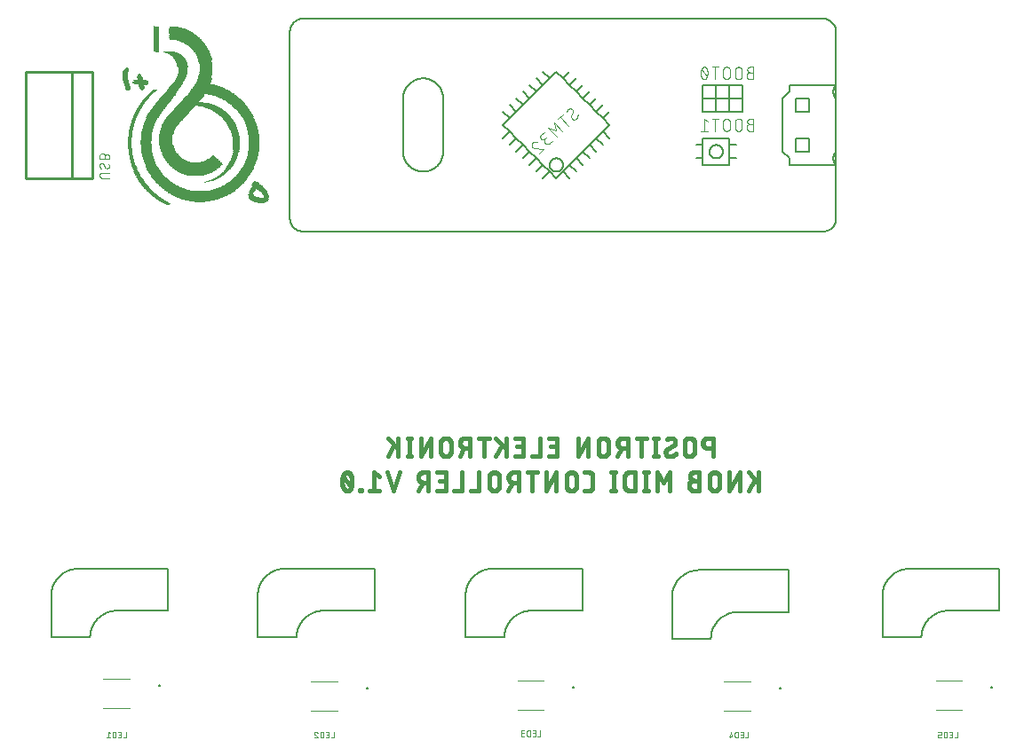
<source format=gbr>
G04 EAGLE Gerber RS-274X export*
G75*
%MOMM*%
%FSLAX34Y34*%
%LPD*%
%INSilkscreen Bottom*%
%IPPOS*%
%AMOC8*
5,1,8,0,0,1.08239X$1,22.5*%
G01*
%ADD10R,0.279400X0.025400*%
%ADD11R,0.457200X0.025400*%
%ADD12R,0.635000X0.025400*%
%ADD13R,0.863600X0.025400*%
%ADD14R,0.482600X0.025400*%
%ADD15R,0.990600X0.025400*%
%ADD16R,1.066800X0.025400*%
%ADD17R,1.193800X0.025400*%
%ADD18R,1.041400X0.025400*%
%ADD19R,1.295400X0.025400*%
%ADD20R,1.498600X0.025400*%
%ADD21R,1.397000X0.025400*%
%ADD22R,1.828800X0.025400*%
%ADD23R,1.473200X0.025400*%
%ADD24R,2.108200X0.025400*%
%ADD25R,2.413000X0.025400*%
%ADD26R,0.431800X0.025400*%
%ADD27R,1.574800X0.025400*%
%ADD28R,2.616200X0.025400*%
%ADD29R,1.651000X0.025400*%
%ADD30R,2.844800X0.025400*%
%ADD31R,1.676400X0.025400*%
%ADD32R,3.022600X0.025400*%
%ADD33R,1.727200X0.025400*%
%ADD34R,3.225800X0.025400*%
%ADD35R,1.752600X0.025400*%
%ADD36R,3.378200X0.025400*%
%ADD37R,1.803400X0.025400*%
%ADD38R,3.556000X0.025400*%
%ADD39R,1.854200X0.025400*%
%ADD40R,3.657600X0.025400*%
%ADD41R,3.835400X0.025400*%
%ADD42R,1.879600X0.025400*%
%ADD43R,3.962400X0.025400*%
%ADD44R,1.016000X0.025400*%
%ADD45R,4.089400X0.025400*%
%ADD46R,0.838200X0.025400*%
%ADD47R,4.241800X0.025400*%
%ADD48R,0.787400X0.025400*%
%ADD49R,4.343400X0.025400*%
%ADD50R,0.711200X0.025400*%
%ADD51R,4.470400X0.025400*%
%ADD52R,0.660400X0.025400*%
%ADD53R,4.597400X0.025400*%
%ADD54R,0.609600X0.025400*%
%ADD55R,4.699000X0.025400*%
%ADD56R,0.584200X0.025400*%
%ADD57R,4.800600X0.025400*%
%ADD58R,0.533400X0.025400*%
%ADD59R,4.927600X0.025400*%
%ADD60R,5.029200X0.025400*%
%ADD61R,5.105400X0.025400*%
%ADD62R,5.232400X0.025400*%
%ADD63R,5.334000X0.025400*%
%ADD64R,0.508000X0.025400*%
%ADD65R,0.406400X0.025400*%
%ADD66R,5.410200X0.025400*%
%ADD67R,0.381000X0.025400*%
%ADD68R,5.486400X0.025400*%
%ADD69R,5.588000X0.025400*%
%ADD70R,5.689600X0.025400*%
%ADD71R,5.740400X0.025400*%
%ADD72R,5.842000X0.025400*%
%ADD73R,5.943600X0.025400*%
%ADD74R,6.019800X0.025400*%
%ADD75R,0.558800X0.025400*%
%ADD76R,6.070600X0.025400*%
%ADD77R,6.146800X0.025400*%
%ADD78R,6.248400X0.025400*%
%ADD79R,6.324600X0.025400*%
%ADD80R,2.794000X0.025400*%
%ADD81R,2.743200X0.025400*%
%ADD82R,2.514600X0.025400*%
%ADD83R,2.489200X0.025400*%
%ADD84R,2.387600X0.025400*%
%ADD85R,2.311400X0.025400*%
%ADD86R,2.286000X0.025400*%
%ADD87R,2.209800X0.025400*%
%ADD88R,2.235200X0.025400*%
%ADD89R,2.133600X0.025400*%
%ADD90R,2.159000X0.025400*%
%ADD91R,2.082800X0.025400*%
%ADD92R,0.685800X0.025400*%
%ADD93R,2.032000X0.025400*%
%ADD94R,1.320800X0.025400*%
%ADD95R,1.981200X0.025400*%
%ADD96R,1.955800X0.025400*%
%ADD97R,1.270000X0.025400*%
%ADD98R,1.905000X0.025400*%
%ADD99R,1.244600X0.025400*%
%ADD100R,1.117600X0.025400*%
%ADD101R,1.778000X0.025400*%
%ADD102R,1.701800X0.025400*%
%ADD103R,0.939800X0.025400*%
%ADD104R,0.914400X0.025400*%
%ADD105R,1.625600X0.025400*%
%ADD106R,1.600200X0.025400*%
%ADD107R,0.812800X0.025400*%
%ADD108R,1.549400X0.025400*%
%ADD109R,0.736600X0.025400*%
%ADD110R,1.524000X0.025400*%
%ADD111R,1.447800X0.025400*%
%ADD112R,0.304800X0.025400*%
%ADD113R,0.254000X0.025400*%
%ADD114R,0.127000X0.025400*%
%ADD115R,0.228600X0.025400*%
%ADD116R,0.177800X0.025400*%
%ADD117R,1.422400X0.025400*%
%ADD118R,0.152400X0.025400*%
%ADD119R,1.371600X0.025400*%
%ADD120R,1.346200X0.025400*%
%ADD121R,0.330200X0.025400*%
%ADD122R,1.219200X0.025400*%
%ADD123R,1.168400X0.025400*%
%ADD124R,0.355600X0.025400*%
%ADD125R,2.540000X0.025400*%
%ADD126R,2.667000X0.025400*%
%ADD127R,2.768600X0.025400*%
%ADD128R,2.870200X0.025400*%
%ADD129R,2.971800X0.025400*%
%ADD130R,1.143000X0.025400*%
%ADD131R,3.098800X0.025400*%
%ADD132R,3.175000X0.025400*%
%ADD133R,3.276600X0.025400*%
%ADD134R,3.479800X0.025400*%
%ADD135R,3.632200X0.025400*%
%ADD136R,3.708400X0.025400*%
%ADD137R,3.784600X0.025400*%
%ADD138R,3.860800X0.025400*%
%ADD139R,3.937000X0.025400*%
%ADD140R,3.987800X0.025400*%
%ADD141R,4.140200X0.025400*%
%ADD142R,4.191000X0.025400*%
%ADD143R,1.092200X0.025400*%
%ADD144R,4.267200X0.025400*%
%ADD145R,4.394200X0.025400*%
%ADD146R,4.445000X0.025400*%
%ADD147R,4.521200X0.025400*%
%ADD148R,4.572000X0.025400*%
%ADD149R,4.622800X0.025400*%
%ADD150R,4.749800X0.025400*%
%ADD151R,4.851400X0.025400*%
%ADD152R,4.902200X0.025400*%
%ADD153R,4.953000X0.025400*%
%ADD154R,5.003800X0.025400*%
%ADD155R,5.130800X0.025400*%
%ADD156R,2.057400X0.025400*%
%ADD157R,2.184400X0.025400*%
%ADD158R,0.889000X0.025400*%
%ADD159R,0.203200X0.025400*%
%ADD160R,0.101600X0.025400*%
%ADD161R,0.076200X0.025400*%
%ADD162R,0.965200X0.025400*%
%ADD163R,0.762000X0.025400*%
%ADD164R,3.530600X0.025400*%
%ADD165R,3.454400X0.025400*%
%ADD166R,3.352800X0.025400*%
%ADD167R,3.149600X0.025400*%
%ADD168R,2.921000X0.025400*%
%ADD169R,2.641600X0.025400*%
%ADD170R,2.438400X0.025400*%
%ADD171R,2.006600X0.025400*%
%ADD172R,4.064000X0.025400*%
%ADD173R,4.013200X0.025400*%
%ADD174R,3.886200X0.025400*%
%ADD175R,3.733800X0.025400*%
%ADD176R,3.683000X0.025400*%
%ADD177R,3.606800X0.025400*%
%ADD178R,3.505200X0.025400*%
%ADD179R,3.429000X0.025400*%
%ADD180R,3.302000X0.025400*%
%ADD181R,3.200400X0.025400*%
%ADD182R,3.073400X0.025400*%
%ADD183R,2.997200X0.025400*%
%ADD184R,2.946400X0.025400*%
%ADD185R,2.590800X0.025400*%
%ADD186R,1.930400X0.025400*%
%ADD187R,2.260600X0.025400*%
%ADD188R,2.336800X0.025400*%
%ADD189R,2.895600X0.025400*%
%ADD190R,2.819400X0.025400*%
%ADD191R,2.717800X0.025400*%
%ADD192R,2.362200X0.025400*%
%ADD193R,0.025400X0.025400*%
%ADD194C,0.431800*%
%ADD195C,0.127000*%
%ADD196C,0.101600*%
%ADD197C,0.150000*%
%ADD198C,0.254000*%
%ADD199C,0.100000*%
%ADD200C,0.200000*%
%ADD201C,0.050800*%


D10*
X841248Y550418D03*
D11*
X841629Y550672D03*
X841121Y550926D03*
X840613Y551180D03*
X840105Y551434D03*
X931037Y551688D03*
X839597Y551688D03*
D12*
X930910Y551942D03*
D11*
X839089Y551942D03*
D13*
X930275Y552196D03*
D14*
X838708Y552196D03*
D15*
X930148Y552450D03*
D11*
X838327Y552450D03*
D16*
X930021Y552704D03*
D11*
X837819Y552704D03*
D17*
X929894Y552958D03*
D18*
X871982Y552958D03*
D11*
X837311Y552958D03*
D19*
X929640Y553212D03*
D20*
X871982Y553212D03*
D11*
X837057Y553212D03*
D21*
X929386Y553466D03*
D22*
X872109Y553466D03*
D11*
X836549Y553466D03*
D23*
X929259Y553720D03*
D24*
X871982Y553720D03*
D11*
X836041Y553720D03*
D20*
X929132Y553974D03*
D25*
X872236Y553974D03*
D26*
X835660Y553974D03*
D27*
X929005Y554228D03*
D28*
X872236Y554228D03*
D11*
X835279Y554228D03*
D29*
X928878Y554482D03*
D30*
X872363Y554482D03*
D11*
X835025Y554482D03*
D31*
X928751Y554736D03*
D32*
X872236Y554736D03*
D11*
X834517Y554736D03*
D33*
X928751Y554990D03*
D34*
X872236Y554990D03*
D26*
X834136Y554990D03*
D35*
X928624Y555244D03*
D36*
X872236Y555244D03*
D11*
X833755Y555244D03*
D37*
X928624Y555498D03*
D38*
X872363Y555498D03*
D11*
X833501Y555498D03*
D39*
X928370Y555752D03*
D40*
X872363Y555752D03*
D11*
X832993Y555752D03*
D39*
X928370Y556006D03*
D41*
X872490Y556006D03*
D11*
X832739Y556006D03*
D42*
X928243Y556260D03*
D43*
X872363Y556260D03*
D26*
X832358Y556260D03*
D14*
X935228Y556514D03*
D44*
X923925Y556514D03*
D45*
X872490Y556514D03*
D11*
X831977Y556514D03*
D26*
X935482Y556768D03*
D46*
X923036Y556768D03*
D47*
X872490Y556768D03*
D26*
X831596Y556768D03*
X935482Y557022D03*
D48*
X922528Y557022D03*
D49*
X872490Y557022D03*
D11*
X831215Y557022D03*
D26*
X935482Y557276D03*
D50*
X922147Y557276D03*
D51*
X872363Y557276D03*
D11*
X830961Y557276D03*
D26*
X935482Y557530D03*
D52*
X921893Y557530D03*
D53*
X872490Y557530D03*
D26*
X830580Y557530D03*
X935482Y557784D03*
D54*
X921639Y557784D03*
D55*
X872490Y557784D03*
D11*
X830199Y557784D03*
D26*
X935482Y558038D03*
D56*
X921512Y558038D03*
D57*
X872490Y558038D03*
D11*
X829945Y558038D03*
X935355Y558292D03*
D58*
X921258Y558292D03*
D59*
X872617Y558292D03*
D26*
X829564Y558292D03*
D11*
X935355Y558546D03*
D14*
X921004Y558546D03*
D60*
X872617Y558546D03*
D26*
X829310Y558546D03*
D14*
X935228Y558800D03*
D11*
X920877Y558800D03*
D61*
X872490Y558800D03*
D26*
X829056Y558800D03*
D14*
X934974Y559054D03*
D11*
X920877Y559054D03*
D62*
X872617Y559054D03*
D11*
X828675Y559054D03*
D14*
X934974Y559308D03*
D26*
X920750Y559308D03*
D63*
X872617Y559308D03*
D26*
X828294Y559308D03*
D64*
X934847Y559562D03*
D65*
X920623Y559562D03*
D66*
X872490Y559562D03*
D26*
X828040Y559562D03*
D64*
X934593Y559816D03*
D67*
X920750Y559816D03*
D68*
X872617Y559816D03*
D26*
X827786Y559816D03*
D64*
X934593Y560070D03*
D65*
X920877Y560070D03*
D69*
X872617Y560070D03*
D26*
X827532Y560070D03*
D58*
X934466Y560324D03*
D67*
X921004Y560324D03*
D70*
X872617Y560324D03*
D11*
X827151Y560324D03*
D58*
X934212Y560578D03*
D67*
X921004Y560578D03*
D71*
X872617Y560578D03*
D11*
X826897Y560578D03*
D58*
X934212Y560832D03*
D67*
X921004Y560832D03*
D72*
X872617Y560832D03*
D11*
X826643Y560832D03*
D58*
X933958Y561086D03*
D65*
X921131Y561086D03*
D73*
X872617Y561086D03*
D26*
X826262Y561086D03*
D58*
X933958Y561340D03*
D65*
X921385Y561340D03*
D74*
X872490Y561340D03*
D26*
X826008Y561340D03*
D75*
X933577Y561594D03*
D65*
X921385Y561594D03*
D76*
X872490Y561594D03*
D26*
X825754Y561594D03*
D56*
X933450Y561848D03*
D26*
X921512Y561848D03*
D77*
X872617Y561848D03*
D26*
X825500Y561848D03*
D56*
X933196Y562102D03*
D65*
X921639Y562102D03*
D78*
X872617Y562102D03*
D26*
X825246Y562102D03*
D54*
X933069Y562356D03*
D26*
X921766Y562356D03*
D79*
X872490Y562356D03*
D26*
X824992Y562356D03*
D54*
X932815Y562610D03*
D26*
X922020Y562610D03*
D80*
X890397Y562610D03*
D81*
X854329Y562610D03*
D26*
X824738Y562610D03*
D54*
X932561Y562864D03*
D26*
X922020Y562864D03*
D28*
X891794Y562864D03*
D82*
X852932Y562864D03*
D26*
X824484Y562864D03*
D54*
X932307Y563118D03*
D65*
X922147Y563118D03*
D83*
X892937Y563118D03*
D84*
X851789Y563118D03*
D26*
X824230Y563118D03*
D12*
X932180Y563372D03*
D26*
X922274Y563372D03*
D84*
X893699Y563372D03*
D85*
X851154Y563372D03*
D26*
X823976Y563372D03*
D52*
X931799Y563626D03*
D65*
X922401Y563626D03*
D86*
X894461Y563626D03*
D87*
X850392Y563626D03*
D26*
X823722Y563626D03*
D52*
X931545Y563880D03*
D26*
X922528Y563880D03*
D88*
X895223Y563880D03*
D89*
X849503Y563880D03*
D26*
X823468Y563880D03*
D52*
X931291Y564134D03*
D65*
X922655Y564134D03*
D90*
X895858Y564134D03*
D91*
X848995Y564134D03*
D26*
X823214Y564134D03*
D92*
X931164Y564388D03*
D26*
X922782Y564388D03*
D24*
X896366Y564388D03*
D93*
X848487Y564388D03*
D26*
X822960Y564388D03*
D46*
X930148Y564642D03*
D26*
X923036Y564642D03*
D93*
X897001Y564642D03*
X847979Y564642D03*
D26*
X822706Y564642D03*
D94*
X927481Y564896D03*
D95*
X897509Y564896D03*
D96*
X847344Y564896D03*
D26*
X822452Y564896D03*
D97*
X927481Y565150D03*
D96*
X898144Y565150D03*
D98*
X846836Y565150D03*
D26*
X822198Y565150D03*
D99*
X927354Y565404D03*
D98*
X898652Y565404D03*
D42*
X846201Y565404D03*
D26*
X821944Y565404D03*
D17*
X927354Y565658D03*
D42*
X899033Y565658D03*
D39*
X845820Y565658D03*
D26*
X821690Y565658D03*
D17*
X927354Y565912D03*
D22*
X899541Y565912D03*
X845439Y565912D03*
D26*
X821690Y565912D03*
D100*
X927227Y566166D03*
D37*
X899922Y566166D03*
X845058Y566166D03*
D26*
X821436Y566166D03*
D16*
X926973Y566420D03*
D101*
X900557Y566420D03*
D35*
X844550Y566420D03*
D26*
X821182Y566420D03*
D18*
X927100Y566674D03*
D35*
X900938Y566674D03*
X844042Y566674D03*
D26*
X820928Y566674D03*
D15*
X926846Y566928D03*
D33*
X901319Y566928D03*
X843661Y566928D03*
D26*
X820674Y566928D03*
D15*
X926846Y567182D03*
D102*
X901700Y567182D03*
X843280Y567182D03*
D26*
X820420Y567182D03*
D103*
X926846Y567436D03*
D31*
X902081Y567436D03*
X842899Y567436D03*
D26*
X820166Y567436D03*
D104*
X926719Y567690D03*
D29*
X902462Y567690D03*
X842518Y567690D03*
D26*
X820166Y567690D03*
D13*
X926465Y567944D03*
D105*
X902843Y567944D03*
D29*
X842264Y567944D03*
D26*
X819912Y567944D03*
D13*
X926211Y568198D03*
D106*
X903224Y568198D03*
D105*
X841883Y568198D03*
D26*
X819658Y568198D03*
D46*
X926084Y568452D03*
D27*
X903605Y568452D03*
D106*
X841502Y568452D03*
D26*
X819404Y568452D03*
D107*
X925703Y568706D03*
D27*
X903859Y568706D03*
D106*
X840994Y568706D03*
D26*
X819150Y568706D03*
D48*
X925576Y568960D03*
D108*
X904240Y568960D03*
D27*
X840867Y568960D03*
D26*
X819150Y568960D03*
D109*
X925322Y569214D03*
D108*
X904494Y569214D03*
D27*
X840359Y569214D03*
D26*
X818896Y569214D03*
D50*
X925449Y569468D03*
D110*
X904875Y569468D03*
D108*
X839978Y569468D03*
D26*
X818642Y569468D03*
D92*
X925322Y569722D03*
D20*
X905256Y569722D03*
D108*
X839724Y569722D03*
D26*
X818388Y569722D03*
D54*
X925195Y569976D03*
D20*
X905510Y569976D03*
D110*
X839343Y569976D03*
D65*
X818261Y569976D03*
D75*
X925195Y570230D03*
D20*
X905764Y570230D03*
X839216Y570230D03*
D26*
X818134Y570230D03*
D64*
X925195Y570484D03*
D23*
X906145Y570484D03*
D20*
X838708Y570484D03*
D26*
X817880Y570484D03*
D14*
X925322Y570738D03*
D111*
X906526Y570738D03*
D20*
X838454Y570738D03*
D26*
X817626Y570738D03*
X925322Y570992D03*
D111*
X906780Y570992D03*
X838200Y570992D03*
D65*
X817499Y570992D03*
D112*
X924941Y571246D03*
D111*
X907034Y571246D03*
D23*
X837819Y571246D03*
D26*
X817372Y571246D03*
D113*
X924941Y571500D03*
D21*
X907288Y571500D03*
D114*
X877062Y571500D03*
D111*
X837692Y571500D03*
D26*
X817118Y571500D03*
D115*
X924814Y571754D03*
D21*
X907542Y571754D03*
D116*
X878586Y571754D03*
D117*
X837311Y571754D03*
D65*
X816991Y571754D03*
D118*
X924941Y572008D03*
D21*
X907796Y572008D03*
D115*
X879602Y572008D03*
D117*
X837057Y572008D03*
D26*
X816864Y572008D03*
D119*
X908177Y572262D03*
D115*
X880618Y572262D03*
D117*
X836803Y572262D03*
D26*
X816610Y572262D03*
D119*
X908431Y572516D03*
D115*
X881634Y572516D03*
D21*
X836422Y572516D03*
D65*
X816483Y572516D03*
D119*
X908685Y572770D03*
D113*
X882523Y572770D03*
D21*
X836168Y572770D03*
D65*
X816229Y572770D03*
D119*
X908939Y573024D03*
D10*
X883158Y573024D03*
D21*
X835914Y573024D03*
D26*
X816102Y573024D03*
D119*
X909193Y573278D03*
D10*
X883920Y573278D03*
D21*
X835660Y573278D03*
D65*
X815975Y573278D03*
D94*
X909447Y573532D03*
D112*
X884555Y573532D03*
D119*
X835533Y573532D03*
D26*
X815848Y573532D03*
D120*
X909574Y573786D03*
D10*
X885190Y573786D03*
D120*
X835152Y573786D03*
D26*
X815594Y573786D03*
D94*
X909955Y574040D03*
D112*
X885825Y574040D03*
D120*
X834898Y574040D03*
D65*
X815467Y574040D03*
D94*
X910209Y574294D03*
D112*
X886333Y574294D03*
D120*
X834644Y574294D03*
D26*
X815340Y574294D03*
D94*
X910463Y574548D03*
D112*
X886841Y574548D03*
D120*
X834390Y574548D03*
D65*
X815213Y574548D03*
D19*
X910590Y574802D03*
D112*
X887349Y574802D03*
D120*
X834136Y574802D03*
D65*
X814959Y574802D03*
D19*
X910844Y575056D03*
D112*
X887857Y575056D03*
D94*
X834009Y575056D03*
D26*
X814832Y575056D03*
D19*
X911098Y575310D03*
D112*
X888365Y575310D03*
D94*
X833755Y575310D03*
D65*
X814705Y575310D03*
D97*
X911225Y575564D03*
D112*
X888873Y575564D03*
D19*
X833374Y575564D03*
D26*
X814578Y575564D03*
D97*
X911479Y575818D03*
D112*
X889381Y575818D03*
D94*
X833247Y575818D03*
D26*
X814324Y575818D03*
D97*
X911733Y576072D03*
D121*
X889762Y576072D03*
D97*
X832993Y576072D03*
D65*
X814197Y576072D03*
D97*
X911987Y576326D03*
D112*
X890143Y576326D03*
D97*
X832739Y576326D03*
D26*
X814070Y576326D03*
D99*
X912114Y576580D03*
D112*
X890651Y576580D03*
D97*
X832485Y576580D03*
D65*
X813943Y576580D03*
D99*
X912368Y576834D03*
D121*
X891032Y576834D03*
D97*
X832231Y576834D03*
D65*
X813689Y576834D03*
D99*
X912622Y577088D03*
D121*
X891286Y577088D03*
D97*
X832231Y577088D03*
D65*
X813689Y577088D03*
D122*
X912749Y577342D03*
D121*
X891794Y577342D03*
D99*
X831850Y577342D03*
D65*
X813435Y577342D03*
D122*
X913003Y577596D03*
D112*
X892175Y577596D03*
D13*
X868045Y577596D03*
D99*
X831596Y577596D03*
D65*
X813435Y577596D03*
D122*
X913257Y577850D03*
D121*
X892556Y577850D03*
D122*
X868299Y577850D03*
D99*
X831596Y577850D03*
D65*
X813181Y577850D03*
D99*
X913384Y578104D03*
D121*
X892810Y578104D03*
D23*
X868299Y578104D03*
D99*
X831342Y578104D03*
D26*
X813054Y578104D03*
D122*
X913511Y578358D03*
D112*
X893191Y578358D03*
D33*
X868045Y578358D03*
D99*
X831088Y578358D03*
D65*
X812927Y578358D03*
D122*
X913765Y578612D03*
D121*
X893572Y578612D03*
D98*
X868172Y578612D03*
D122*
X830961Y578612D03*
D26*
X812800Y578612D03*
D122*
X914019Y578866D03*
D121*
X893826Y578866D03*
D91*
X868045Y578866D03*
D122*
X830707Y578866D03*
D65*
X812673Y578866D03*
D17*
X914146Y579120D03*
D121*
X894080Y579120D03*
D88*
X868045Y579120D03*
D122*
X830453Y579120D03*
D26*
X812546Y579120D03*
D17*
X914400Y579374D03*
D121*
X894334Y579374D03*
D25*
X868172Y579374D03*
D17*
X830326Y579374D03*
D65*
X812419Y579374D03*
D123*
X914527Y579628D03*
D124*
X894715Y579628D03*
D125*
X868299Y579628D03*
D17*
X830072Y579628D03*
D26*
X812292Y579628D03*
D17*
X914654Y579882D03*
D124*
X894969Y579882D03*
D126*
X868172Y579882D03*
D122*
X829945Y579882D03*
D65*
X812165Y579882D03*
D17*
X914908Y580136D03*
D124*
X895223Y580136D03*
D127*
X868172Y580136D03*
D17*
X829818Y580136D03*
D26*
X812038Y580136D03*
D123*
X915035Y580390D03*
D124*
X895477Y580390D03*
D128*
X868172Y580390D03*
D17*
X829564Y580390D03*
D65*
X811911Y580390D03*
D123*
X915289Y580644D03*
D124*
X895731Y580644D03*
D129*
X868172Y580644D03*
D123*
X829437Y580644D03*
D26*
X811784Y580644D03*
D130*
X915416Y580898D03*
D124*
X895985Y580898D03*
D131*
X868299Y580898D03*
D123*
X829183Y580898D03*
D65*
X811657Y580898D03*
D123*
X915543Y581152D03*
D124*
X896239Y581152D03*
D132*
X868172Y581152D03*
D123*
X829183Y581152D03*
D26*
X811530Y581152D03*
D123*
X915797Y581406D03*
D67*
X896620Y581406D03*
D133*
X868172Y581406D03*
D123*
X828929Y581406D03*
D65*
X811403Y581406D03*
D130*
X915924Y581660D03*
D65*
X896747Y581660D03*
D36*
X868172Y581660D03*
D123*
X828675Y581660D03*
D65*
X811403Y581660D03*
D130*
X916178Y581914D03*
D67*
X896874Y581914D03*
D134*
X868172Y581914D03*
D130*
X828548Y581914D03*
D65*
X811149Y581914D03*
D130*
X916178Y582168D03*
D67*
X897128Y582168D03*
D38*
X868299Y582168D03*
D123*
X828421Y582168D03*
D65*
X811149Y582168D03*
D130*
X916432Y582422D03*
D67*
X897382Y582422D03*
D135*
X868172Y582422D03*
D130*
X828294Y582422D03*
D65*
X810895Y582422D03*
D100*
X916559Y582676D03*
D67*
X897636Y582676D03*
D136*
X868299Y582676D03*
D130*
X828040Y582676D03*
D65*
X810895Y582676D03*
D130*
X916686Y582930D03*
D67*
X897890Y582930D03*
D137*
X868172Y582930D03*
D130*
X828040Y582930D03*
D65*
X810641Y582930D03*
D100*
X916813Y583184D03*
D65*
X898017Y583184D03*
D138*
X868299Y583184D03*
D130*
X827786Y583184D03*
D65*
X810641Y583184D03*
D100*
X917067Y583438D03*
D65*
X898271Y583438D03*
D139*
X868172Y583438D03*
D130*
X827532Y583438D03*
D65*
X810387Y583438D03*
D100*
X917067Y583692D03*
D65*
X898525Y583692D03*
D140*
X868172Y583692D03*
D130*
X827532Y583692D03*
D65*
X810387Y583692D03*
D100*
X917321Y583946D03*
D65*
X898779Y583946D03*
D45*
X868172Y583946D03*
D130*
X827278Y583946D03*
D65*
X810387Y583946D03*
D100*
X917575Y584200D03*
D26*
X898906Y584200D03*
D141*
X868172Y584200D03*
D100*
X827151Y584200D03*
D65*
X810133Y584200D03*
D100*
X917575Y584454D03*
D26*
X899160Y584454D03*
D142*
X868172Y584454D03*
D100*
X827151Y584454D03*
D65*
X810133Y584454D03*
D143*
X917702Y584708D03*
D65*
X899287Y584708D03*
D144*
X868299Y584708D03*
D100*
X826897Y584708D03*
D26*
X810006Y584708D03*
D143*
X917956Y584962D03*
D65*
X899541Y584962D03*
D49*
X868172Y584962D03*
D143*
X826770Y584962D03*
D65*
X809879Y584962D03*
D143*
X917956Y585216D03*
D26*
X899668Y585216D03*
D145*
X868172Y585216D03*
D100*
X826643Y585216D03*
D65*
X809879Y585216D03*
D143*
X918210Y585470D03*
D26*
X899922Y585470D03*
D146*
X868172Y585470D03*
D143*
X826516Y585470D03*
D65*
X809625Y585470D03*
D143*
X918210Y585724D03*
D26*
X900176Y585724D03*
D147*
X868299Y585724D03*
D100*
X826389Y585724D03*
D65*
X809625Y585724D03*
D143*
X918464Y585978D03*
D11*
X900303Y585978D03*
D148*
X868299Y585978D03*
D143*
X826262Y585978D03*
D65*
X809625Y585978D03*
D16*
X918591Y586232D03*
D26*
X900430Y586232D03*
D149*
X868299Y586232D03*
D143*
X826008Y586232D03*
D65*
X809371Y586232D03*
D143*
X918718Y586486D03*
D26*
X900684Y586486D03*
D55*
X868172Y586486D03*
D143*
X826008Y586486D03*
D65*
X809371Y586486D03*
D16*
X918845Y586740D03*
D11*
X900811Y586740D03*
D150*
X868172Y586740D03*
D143*
X825754Y586740D03*
D26*
X809244Y586740D03*
D143*
X918972Y586994D03*
D11*
X901065Y586994D03*
D57*
X868172Y586994D03*
D143*
X825754Y586994D03*
D65*
X809117Y586994D03*
D16*
X919099Y587248D03*
D26*
X901192Y587248D03*
D151*
X868172Y587248D03*
D16*
X825627Y587248D03*
D65*
X809117Y587248D03*
D143*
X919226Y587502D03*
D11*
X901319Y587502D03*
D152*
X868172Y587502D03*
D143*
X825500Y587502D03*
D65*
X808863Y587502D03*
D16*
X919353Y587756D03*
D11*
X901573Y587756D03*
D153*
X868172Y587756D03*
D16*
X825373Y587756D03*
D65*
X808863Y587756D03*
D16*
X919353Y588010D03*
D11*
X901573Y588010D03*
D154*
X868172Y588010D03*
D143*
X825246Y588010D03*
D65*
X808863Y588010D03*
D16*
X919607Y588264D03*
D11*
X901827Y588264D03*
D60*
X868299Y588264D03*
D16*
X825119Y588264D03*
D65*
X808609Y588264D03*
D16*
X919607Y588518D03*
D14*
X901954Y588518D03*
D61*
X868172Y588518D03*
D16*
X825119Y588518D03*
D65*
X808609Y588518D03*
D16*
X919861Y588772D03*
D11*
X902081Y588772D03*
D61*
X868172Y588772D03*
D16*
X824865Y588772D03*
D65*
X808609Y588772D03*
D16*
X919861Y589026D03*
D11*
X902335Y589026D03*
D155*
X868045Y589026D03*
D16*
X824865Y589026D03*
D65*
X808355Y589026D03*
D18*
X919988Y589280D03*
D14*
X902462Y589280D03*
D61*
X867664Y589280D03*
D18*
X824738Y589280D03*
D65*
X808355Y589280D03*
D18*
X920242Y589534D03*
D11*
X902589Y589534D03*
D61*
X867410Y589534D03*
D16*
X824611Y589534D03*
D65*
X808355Y589534D03*
D18*
X920242Y589788D03*
D14*
X902716Y589788D03*
D85*
X881126Y589788D03*
D125*
X854329Y589788D03*
D18*
X824484Y589788D03*
D65*
X808355Y589788D03*
D18*
X920242Y590042D03*
D11*
X902843Y590042D03*
D156*
X882142Y590042D03*
D86*
X852805Y590042D03*
D18*
X824484Y590042D03*
D65*
X808101Y590042D03*
D18*
X920496Y590296D03*
D14*
X902970Y590296D03*
D98*
X882650Y590296D03*
D157*
X852043Y590296D03*
D16*
X824357Y590296D03*
D65*
X808101Y590296D03*
D18*
X920496Y590550D03*
D14*
X903224Y590550D03*
D35*
X883158Y590550D03*
D24*
X851662Y590550D03*
D18*
X824230Y590550D03*
D65*
X808101Y590550D03*
D18*
X920750Y590804D03*
D14*
X903224Y590804D03*
D31*
X883285Y590804D03*
D93*
X851027Y590804D03*
D16*
X824103Y590804D03*
D65*
X807847Y590804D03*
D18*
X920750Y591058D03*
D14*
X903478Y591058D03*
D27*
X883539Y591058D03*
D95*
X850519Y591058D03*
D18*
X823976Y591058D03*
D65*
X807847Y591058D03*
D18*
X920750Y591312D03*
D14*
X903478Y591312D03*
D23*
X883793Y591312D03*
D96*
X850138Y591312D03*
D18*
X823976Y591312D03*
D65*
X807847Y591312D03*
D18*
X921004Y591566D03*
D64*
X903605Y591566D03*
D119*
X883793Y591566D03*
D98*
X849630Y591566D03*
D18*
X823722Y591566D03*
D67*
X807720Y591566D03*
D18*
X921004Y591820D03*
D14*
X903732Y591820D03*
D19*
X883920Y591820D03*
D39*
X849376Y591820D03*
D18*
X823722Y591820D03*
D65*
X807593Y591820D03*
D44*
X921131Y592074D03*
D64*
X903859Y592074D03*
D122*
X884047Y592074D03*
D22*
X848995Y592074D03*
D18*
X823722Y592074D03*
D65*
X807593Y592074D03*
D44*
X921131Y592328D03*
D14*
X903986Y592328D03*
D130*
X884174Y592328D03*
D37*
X848614Y592328D03*
D44*
X823595Y592328D03*
D65*
X807593Y592328D03*
D18*
X921258Y592582D03*
D64*
X904113Y592582D03*
D16*
X884301Y592582D03*
D101*
X848487Y592582D03*
D18*
X823468Y592582D03*
D67*
X807466Y592582D03*
D44*
X921385Y592836D03*
D64*
X904113Y592836D03*
D44*
X884301Y592836D03*
D35*
X848106Y592836D03*
D18*
X823468Y592836D03*
D65*
X807339Y592836D03*
D44*
X921385Y593090D03*
D64*
X904367Y593090D03*
D103*
X884428Y593090D03*
D33*
X847725Y593090D03*
D44*
X823341Y593090D03*
D65*
X807339Y593090D03*
D44*
X921639Y593344D03*
D64*
X904367Y593344D03*
D158*
X884428Y593344D03*
D102*
X847598Y593344D03*
D18*
X823214Y593344D03*
D65*
X807339Y593344D03*
D44*
X921639Y593598D03*
D64*
X904621Y593598D03*
D107*
X884555Y593598D03*
D31*
X847217Y593598D03*
D44*
X823087Y593598D03*
D65*
X807085Y593598D03*
D44*
X921639Y593852D03*
D64*
X904621Y593852D03*
D109*
X884428Y593852D03*
D31*
X846963Y593852D03*
D44*
X823087Y593852D03*
D65*
X807085Y593852D03*
D44*
X921893Y594106D03*
D58*
X904748Y594106D03*
D52*
X884555Y594106D03*
D29*
X846836Y594106D03*
D44*
X823087Y594106D03*
D65*
X807085Y594106D03*
D44*
X921893Y594360D03*
D64*
X904875Y594360D03*
D54*
X884555Y594360D03*
D105*
X846455Y594360D03*
D44*
X822833Y594360D03*
D65*
X807085Y594360D03*
D44*
X921893Y594614D03*
D58*
X905002Y594614D03*
D75*
X884555Y594614D03*
D105*
X846201Y594614D03*
D44*
X822833Y594614D03*
D67*
X806958Y594614D03*
D15*
X922020Y594868D03*
D58*
X905002Y594868D03*
D64*
X884555Y594868D03*
D106*
X846074Y594868D03*
D44*
X822833Y594868D03*
D65*
X806831Y594868D03*
D44*
X922147Y595122D03*
D64*
X905129Y595122D03*
D11*
X884555Y595122D03*
D106*
X845820Y595122D03*
D44*
X822833Y595122D03*
D65*
X806831Y595122D03*
D44*
X922147Y595376D03*
D58*
X905256Y595376D03*
D65*
X884555Y595376D03*
D27*
X845693Y595376D03*
D44*
X822579Y595376D03*
D65*
X806831Y595376D03*
D15*
X922274Y595630D03*
D58*
X905256Y595630D03*
D112*
X884555Y595630D03*
D27*
X845439Y595630D03*
D44*
X822579Y595630D03*
D67*
X806704Y595630D03*
D15*
X922274Y595884D03*
D58*
X905256Y595884D03*
D10*
X884428Y595884D03*
D108*
X845312Y595884D03*
D44*
X822579Y595884D03*
D67*
X806704Y595884D03*
D15*
X922274Y596138D03*
D58*
X905510Y596138D03*
D159*
X884555Y596138D03*
D108*
X845058Y596138D03*
D15*
X822452Y596138D03*
D67*
X806704Y596138D03*
D15*
X922528Y596392D03*
D58*
X905510Y596392D03*
D116*
X884428Y596392D03*
D108*
X844804Y596392D03*
D44*
X822325Y596392D03*
D65*
X806577Y596392D03*
D15*
X922528Y596646D03*
D75*
X905637Y596646D03*
D160*
X884555Y596646D03*
D110*
X844677Y596646D03*
D44*
X822325Y596646D03*
D65*
X806577Y596646D03*
D15*
X922528Y596900D03*
D75*
X905637Y596900D03*
D161*
X884428Y596900D03*
D110*
X844423Y596900D03*
D44*
X822325Y596900D03*
D65*
X806577Y596900D03*
D15*
X922528Y597154D03*
D58*
X905764Y597154D03*
D20*
X844296Y597154D03*
D15*
X822198Y597154D03*
D67*
X806450Y597154D03*
D162*
X922655Y597408D03*
D75*
X905891Y597408D03*
D23*
X844169Y597408D03*
D15*
X822198Y597408D03*
D67*
X806450Y597408D03*
D15*
X922782Y597662D03*
D75*
X905891Y597662D03*
D23*
X843915Y597662D03*
D44*
X822071Y597662D03*
D65*
X806323Y597662D03*
D15*
X922782Y597916D03*
D75*
X905891Y597916D03*
D111*
X843788Y597916D03*
D44*
X822071Y597916D03*
D65*
X806323Y597916D03*
D15*
X922782Y598170D03*
D56*
X906018Y598170D03*
D111*
X843534Y598170D03*
D15*
X821944Y598170D03*
D65*
X806323Y598170D03*
D162*
X922909Y598424D03*
D75*
X906145Y598424D03*
D111*
X843534Y598424D03*
D15*
X821944Y598424D03*
D65*
X806323Y598424D03*
D15*
X923036Y598678D03*
D75*
X906145Y598678D03*
D111*
X843280Y598678D03*
D15*
X821944Y598678D03*
D67*
X806196Y598678D03*
D15*
X923036Y598932D03*
D75*
X906145Y598932D03*
D117*
X843153Y598932D03*
D44*
X821817Y598932D03*
D67*
X806196Y598932D03*
D15*
X923036Y599186D03*
D56*
X906272Y599186D03*
D117*
X842899Y599186D03*
D15*
X821690Y599186D03*
D65*
X806069Y599186D03*
D15*
X923036Y599440D03*
D56*
X906272Y599440D03*
D117*
X842899Y599440D03*
D15*
X821690Y599440D03*
D65*
X806069Y599440D03*
D162*
X923163Y599694D03*
D75*
X906399Y599694D03*
D21*
X842772Y599694D03*
D15*
X821690Y599694D03*
D65*
X806069Y599694D03*
D162*
X923163Y599948D03*
D75*
X906399Y599948D03*
D21*
X842518Y599948D03*
D15*
X821690Y599948D03*
D65*
X806069Y599948D03*
D162*
X923163Y600202D03*
D56*
X906526Y600202D03*
D21*
X842518Y600202D03*
D15*
X821690Y600202D03*
D65*
X806069Y600202D03*
D15*
X923290Y600456D03*
D56*
X906526Y600456D03*
D119*
X842391Y600456D03*
D15*
X821690Y600456D03*
D67*
X805942Y600456D03*
D15*
X923290Y600710D03*
D56*
X906526Y600710D03*
D119*
X842137Y600710D03*
D15*
X821436Y600710D03*
D67*
X805942Y600710D03*
D162*
X923417Y600964D03*
D56*
X906526Y600964D03*
D119*
X842137Y600964D03*
D15*
X821436Y600964D03*
D67*
X805942Y600964D03*
D162*
X923417Y601218D03*
D54*
X906653Y601218D03*
D119*
X841883Y601218D03*
D15*
X821436Y601218D03*
D65*
X805815Y601218D03*
D162*
X923417Y601472D03*
D56*
X906780Y601472D03*
D119*
X841883Y601472D03*
D15*
X821436Y601472D03*
D65*
X805815Y601472D03*
D162*
X923417Y601726D03*
D56*
X906780Y601726D03*
D120*
X841756Y601726D03*
D15*
X821436Y601726D03*
D65*
X805815Y601726D03*
D162*
X923417Y601980D03*
D56*
X906780Y601980D03*
D120*
X841756Y601980D03*
D162*
X821309Y601980D03*
D65*
X805815Y601980D03*
D15*
X923544Y602234D03*
D56*
X906780Y602234D03*
D120*
X841502Y602234D03*
D15*
X821182Y602234D03*
D65*
X805815Y602234D03*
D162*
X923671Y602488D03*
D56*
X906780Y602488D03*
D120*
X841502Y602488D03*
D15*
X821182Y602488D03*
D67*
X805688Y602488D03*
D162*
X923671Y602742D03*
D54*
X906907Y602742D03*
D94*
X841375Y602742D03*
D15*
X821182Y602742D03*
D67*
X805688Y602742D03*
D162*
X923671Y602996D03*
D54*
X906907Y602996D03*
D94*
X841375Y602996D03*
D15*
X821182Y602996D03*
D67*
X805688Y602996D03*
D162*
X923671Y603250D03*
D54*
X906907Y603250D03*
D94*
X841121Y603250D03*
D15*
X821182Y603250D03*
D67*
X805688Y603250D03*
D162*
X923671Y603504D03*
D54*
X906907Y603504D03*
D94*
X841121Y603504D03*
D15*
X821182Y603504D03*
D67*
X805688Y603504D03*
D162*
X923671Y603758D03*
D54*
X906907Y603758D03*
D94*
X841121Y603758D03*
D162*
X821055Y603758D03*
D65*
X805561Y603758D03*
D162*
X923671Y604012D03*
D54*
X906907Y604012D03*
D19*
X840994Y604012D03*
D162*
X821055Y604012D03*
D65*
X805561Y604012D03*
D162*
X923671Y604266D03*
D54*
X907161Y604266D03*
D94*
X840867Y604266D03*
D162*
X821055Y604266D03*
D65*
X805561Y604266D03*
D162*
X923671Y604520D03*
D54*
X907161Y604520D03*
D19*
X840740Y604520D03*
D162*
X821055Y604520D03*
D65*
X805561Y604520D03*
D162*
X923671Y604774D03*
D54*
X907161Y604774D03*
D19*
X840740Y604774D03*
D15*
X820928Y604774D03*
D65*
X805561Y604774D03*
D103*
X923798Y605028D03*
D54*
X907161Y605028D03*
D19*
X840740Y605028D03*
D15*
X820928Y605028D03*
D65*
X805561Y605028D03*
D162*
X923925Y605282D03*
D54*
X907161Y605282D03*
D19*
X840486Y605282D03*
D15*
X820928Y605282D03*
D65*
X805561Y605282D03*
D162*
X923925Y605536D03*
D54*
X907161Y605536D03*
D19*
X840486Y605536D03*
D15*
X820928Y605536D03*
D65*
X805561Y605536D03*
D162*
X923925Y605790D03*
D54*
X907161Y605790D03*
D19*
X840486Y605790D03*
D15*
X820928Y605790D03*
D65*
X805561Y605790D03*
D162*
X923925Y606044D03*
D54*
X907161Y606044D03*
D19*
X840486Y606044D03*
D15*
X820928Y606044D03*
D67*
X805434Y606044D03*
D162*
X923925Y606298D03*
D54*
X907161Y606298D03*
D97*
X840359Y606298D03*
D15*
X820928Y606298D03*
D67*
X805434Y606298D03*
D162*
X923925Y606552D03*
D54*
X907161Y606552D03*
D97*
X840359Y606552D03*
D15*
X820928Y606552D03*
D67*
X805434Y606552D03*
D162*
X923925Y606806D03*
D54*
X907161Y606806D03*
D97*
X840359Y606806D03*
D15*
X820928Y606806D03*
D67*
X805434Y606806D03*
D162*
X923925Y607060D03*
D54*
X907161Y607060D03*
D19*
X840232Y607060D03*
D15*
X820928Y607060D03*
D67*
X805434Y607060D03*
D162*
X923925Y607314D03*
D12*
X907034Y607314D03*
D97*
X840105Y607314D03*
D15*
X820928Y607314D03*
D67*
X805434Y607314D03*
D162*
X923925Y607568D03*
D52*
X907161Y607568D03*
D97*
X840105Y607568D03*
D15*
X820928Y607568D03*
D67*
X805434Y607568D03*
D162*
X923925Y607822D03*
D52*
X907161Y607822D03*
D97*
X840105Y607822D03*
D162*
X820801Y607822D03*
D67*
X805434Y607822D03*
D162*
X923925Y608076D03*
D52*
X907161Y608076D03*
D97*
X840105Y608076D03*
D162*
X820801Y608076D03*
D67*
X805434Y608076D03*
D162*
X923925Y608330D03*
D52*
X907161Y608330D03*
D97*
X840105Y608330D03*
D162*
X820801Y608330D03*
D67*
X805434Y608330D03*
D162*
X923925Y608584D03*
D52*
X907161Y608584D03*
D97*
X840105Y608584D03*
D162*
X820801Y608584D03*
D67*
X805434Y608584D03*
D162*
X923925Y608838D03*
D52*
X907161Y608838D03*
D99*
X839978Y608838D03*
D162*
X820801Y608838D03*
D67*
X805434Y608838D03*
D162*
X923925Y609092D03*
D52*
X907161Y609092D03*
D99*
X839978Y609092D03*
D162*
X820801Y609092D03*
D67*
X805434Y609092D03*
D162*
X923925Y609346D03*
D52*
X907161Y609346D03*
D99*
X839978Y609346D03*
D162*
X820801Y609346D03*
D67*
X805434Y609346D03*
D162*
X923925Y609600D03*
D52*
X907161Y609600D03*
D97*
X839851Y609600D03*
D162*
X820801Y609600D03*
D67*
X805434Y609600D03*
D162*
X923925Y609854D03*
D12*
X907034Y609854D03*
D97*
X839851Y609854D03*
D162*
X820801Y609854D03*
D67*
X805434Y609854D03*
D162*
X923925Y610108D03*
D12*
X907034Y610108D03*
D97*
X839851Y610108D03*
D162*
X820801Y610108D03*
D67*
X805434Y610108D03*
D162*
X923925Y610362D03*
D12*
X907034Y610362D03*
D97*
X839851Y610362D03*
D162*
X820801Y610362D03*
D67*
X805434Y610362D03*
D162*
X923925Y610616D03*
D52*
X906907Y610616D03*
D97*
X839851Y610616D03*
D162*
X820801Y610616D03*
D67*
X805434Y610616D03*
D162*
X923925Y610870D03*
D52*
X906907Y610870D03*
D97*
X839851Y610870D03*
D162*
X820801Y610870D03*
D67*
X805434Y610870D03*
D162*
X923925Y611124D03*
D52*
X906907Y611124D03*
D97*
X839851Y611124D03*
D162*
X820801Y611124D03*
D67*
X805434Y611124D03*
D162*
X923925Y611378D03*
D52*
X906907Y611378D03*
D97*
X839851Y611378D03*
D15*
X820928Y611378D03*
D67*
X805434Y611378D03*
D162*
X923925Y611632D03*
D52*
X906907Y611632D03*
D97*
X839851Y611632D03*
D15*
X820928Y611632D03*
D67*
X805434Y611632D03*
D103*
X923798Y611886D03*
D52*
X906907Y611886D03*
D97*
X839851Y611886D03*
D15*
X820928Y611886D03*
D67*
X805434Y611886D03*
D103*
X923798Y612140D03*
D52*
X906907Y612140D03*
D97*
X839851Y612140D03*
D15*
X820928Y612140D03*
D67*
X805434Y612140D03*
D162*
X923671Y612394D03*
D92*
X906780Y612394D03*
D97*
X839851Y612394D03*
D15*
X820928Y612394D03*
D67*
X805434Y612394D03*
D162*
X923671Y612648D03*
D92*
X906780Y612648D03*
D97*
X839851Y612648D03*
D15*
X820928Y612648D03*
D65*
X805561Y612648D03*
D162*
X923671Y612902D03*
D92*
X906780Y612902D03*
D97*
X839851Y612902D03*
D15*
X820928Y612902D03*
D65*
X805561Y612902D03*
D162*
X923671Y613156D03*
D92*
X906780Y613156D03*
D97*
X839851Y613156D03*
D15*
X820928Y613156D03*
D65*
X805561Y613156D03*
D162*
X923671Y613410D03*
D52*
X906653Y613410D03*
D97*
X839851Y613410D03*
D15*
X820928Y613410D03*
D65*
X805561Y613410D03*
D162*
X923671Y613664D03*
D52*
X906653Y613664D03*
D97*
X839851Y613664D03*
D15*
X820928Y613664D03*
D65*
X805561Y613664D03*
D162*
X923671Y613918D03*
D92*
X906526Y613918D03*
D97*
X839851Y613918D03*
D15*
X820928Y613918D03*
D65*
X805561Y613918D03*
D162*
X923671Y614172D03*
D92*
X906526Y614172D03*
D97*
X839851Y614172D03*
D15*
X820928Y614172D03*
D65*
X805561Y614172D03*
D162*
X923671Y614426D03*
D92*
X906526Y614426D03*
D99*
X839978Y614426D03*
D15*
X820928Y614426D03*
D67*
X805688Y614426D03*
D162*
X923671Y614680D03*
D92*
X906526Y614680D03*
D99*
X839978Y614680D03*
D162*
X821055Y614680D03*
D67*
X805688Y614680D03*
D103*
X923544Y614934D03*
D92*
X906526Y614934D03*
D99*
X839978Y614934D03*
D162*
X821055Y614934D03*
D67*
X805688Y614934D03*
D162*
X923417Y615188D03*
D92*
X906272Y615188D03*
D99*
X839978Y615188D03*
D15*
X821182Y615188D03*
D67*
X805688Y615188D03*
D162*
X923417Y615442D03*
D92*
X906272Y615442D03*
D97*
X840105Y615442D03*
D15*
X821182Y615442D03*
D67*
X805688Y615442D03*
D162*
X923417Y615696D03*
D92*
X906272Y615696D03*
D97*
X840105Y615696D03*
D15*
X821182Y615696D03*
D67*
X805688Y615696D03*
D162*
X923417Y615950D03*
D92*
X906272Y615950D03*
D97*
X840105Y615950D03*
D15*
X821182Y615950D03*
D67*
X805688Y615950D03*
D162*
X923417Y616204D03*
D50*
X906145Y616204D03*
D97*
X840105Y616204D03*
D15*
X821182Y616204D03*
D65*
X805815Y616204D03*
D162*
X923417Y616458D03*
D50*
X906145Y616458D03*
D97*
X840105Y616458D03*
D15*
X821182Y616458D03*
D65*
X805815Y616458D03*
D162*
X923417Y616712D03*
D92*
X906018Y616712D03*
D19*
X840232Y616712D03*
D15*
X821182Y616712D03*
D67*
X805942Y616712D03*
D162*
X923163Y616966D03*
D92*
X906018Y616966D03*
D97*
X840359Y616966D03*
D15*
X821436Y616966D03*
D67*
X805942Y616966D03*
D162*
X923163Y617220D03*
D50*
X905891Y617220D03*
D97*
X840359Y617220D03*
D15*
X821436Y617220D03*
D67*
X805942Y617220D03*
D162*
X923163Y617474D03*
D50*
X905891Y617474D03*
D97*
X840359Y617474D03*
D15*
X821436Y617474D03*
D67*
X805942Y617474D03*
D162*
X923163Y617728D03*
D50*
X905891Y617728D03*
D97*
X840359Y617728D03*
D15*
X821436Y617728D03*
D67*
X805942Y617728D03*
D162*
X923163Y617982D03*
D50*
X905637Y617982D03*
D19*
X840486Y617982D03*
D15*
X821436Y617982D03*
D67*
X805942Y617982D03*
D15*
X923036Y618236D03*
D50*
X905637Y618236D03*
D19*
X840486Y618236D03*
D44*
X821563Y618236D03*
D67*
X805942Y618236D03*
D15*
X923036Y618490D03*
D50*
X905637Y618490D03*
D19*
X840486Y618490D03*
D15*
X821690Y618490D03*
D65*
X806069Y618490D03*
D162*
X922909Y618744D03*
D109*
X905510Y618744D03*
D19*
X840740Y618744D03*
D15*
X821690Y618744D03*
D67*
X806196Y618744D03*
D162*
X922909Y618998D03*
D50*
X905383Y618998D03*
D19*
X840740Y618998D03*
D15*
X821690Y618998D03*
D67*
X806196Y618998D03*
D162*
X922909Y619252D03*
D50*
X905383Y619252D03*
D19*
X840740Y619252D03*
D15*
X821690Y619252D03*
D67*
X806196Y619252D03*
D15*
X922782Y619506D03*
D109*
X905256Y619506D03*
D94*
X840867Y619506D03*
D44*
X821817Y619506D03*
D67*
X806196Y619506D03*
D15*
X922782Y619760D03*
D109*
X905256Y619760D03*
D94*
X840867Y619760D03*
D44*
X821817Y619760D03*
D67*
X806196Y619760D03*
D162*
X922655Y620014D03*
D50*
X905129Y620014D03*
D94*
X841121Y620014D03*
D15*
X821944Y620014D03*
D67*
X806450Y620014D03*
D162*
X922655Y620268D03*
D109*
X905002Y620268D03*
D94*
X841121Y620268D03*
D15*
X821944Y620268D03*
D67*
X806450Y620268D03*
D162*
X922655Y620522D03*
D109*
X905002Y620522D03*
D94*
X841121Y620522D03*
D15*
X821944Y620522D03*
D67*
X806450Y620522D03*
D15*
X922528Y620776D03*
D109*
X905002Y620776D03*
D120*
X841248Y620776D03*
D44*
X822071Y620776D03*
D67*
X806450Y620776D03*
D15*
X922528Y621030D03*
D109*
X904748Y621030D03*
D94*
X841375Y621030D03*
D44*
X822071Y621030D03*
D67*
X806450Y621030D03*
D15*
X922528Y621284D03*
D109*
X904748Y621284D03*
D94*
X841375Y621284D03*
D15*
X822198Y621284D03*
D65*
X806577Y621284D03*
D15*
X922274Y621538D03*
D109*
X904494Y621538D03*
D120*
X841502Y621538D03*
D44*
X822325Y621538D03*
D67*
X806704Y621538D03*
D15*
X922274Y621792D03*
D109*
X904494Y621792D03*
D120*
X841502Y621792D03*
D44*
X822325Y621792D03*
D67*
X806704Y621792D03*
D15*
X922274Y622046D03*
D163*
X904367Y622046D03*
D120*
X841756Y622046D03*
D44*
X822325Y622046D03*
D67*
X806704Y622046D03*
D15*
X922274Y622300D03*
D109*
X904240Y622300D03*
D120*
X841756Y622300D03*
D15*
X822452Y622300D03*
D67*
X806704Y622300D03*
D15*
X922020Y622554D03*
D109*
X904240Y622554D03*
D119*
X841883Y622554D03*
D44*
X822579Y622554D03*
D67*
X806704Y622554D03*
D15*
X922020Y622808D03*
D163*
X904113Y622808D03*
D119*
X842137Y622808D03*
D44*
X822579Y622808D03*
D67*
X806958Y622808D03*
D15*
X922020Y623062D03*
D109*
X903986Y623062D03*
D119*
X842137Y623062D03*
D44*
X822579Y623062D03*
D67*
X806958Y623062D03*
D15*
X922020Y623316D03*
D163*
X903859Y623316D03*
D21*
X842264Y623316D03*
D44*
X822833Y623316D03*
D67*
X806958Y623316D03*
D44*
X921893Y623570D03*
D48*
X903732Y623570D03*
D119*
X842391Y623570D03*
D44*
X822833Y623570D03*
D67*
X806958Y623570D03*
D15*
X921766Y623824D03*
D163*
X903605Y623824D03*
D21*
X842518Y623824D03*
D44*
X822833Y623824D03*
D67*
X806958Y623824D03*
D15*
X921766Y624078D03*
D163*
X903605Y624078D03*
D21*
X842772Y624078D03*
D18*
X822960Y624078D03*
D67*
X807212Y624078D03*
D44*
X921639Y624332D03*
D163*
X903351Y624332D03*
D21*
X842772Y624332D03*
D44*
X823087Y624332D03*
D67*
X807212Y624332D03*
D15*
X921512Y624586D03*
D163*
X903351Y624586D03*
D117*
X842899Y624586D03*
D44*
X823087Y624586D03*
D67*
X807212Y624586D03*
D15*
X921512Y624840D03*
D163*
X903097Y624840D03*
D117*
X843153Y624840D03*
D18*
X823214Y624840D03*
D67*
X807466Y624840D03*
D44*
X921385Y625094D03*
D48*
X902970Y625094D03*
D117*
X843153Y625094D03*
D18*
X823214Y625094D03*
D67*
X807466Y625094D03*
D15*
X921258Y625348D03*
D48*
X902970Y625348D03*
D111*
X843280Y625348D03*
D44*
X823341Y625348D03*
D67*
X807466Y625348D03*
D44*
X921131Y625602D03*
D48*
X902716Y625602D03*
D111*
X843534Y625602D03*
D18*
X823468Y625602D03*
D67*
X807466Y625602D03*
D44*
X921131Y625856D03*
D48*
X902716Y625856D03*
D23*
X843661Y625856D03*
D18*
X823468Y625856D03*
D67*
X807720Y625856D03*
D44*
X921131Y626110D03*
D48*
X902462Y626110D03*
D23*
X843915Y626110D03*
D18*
X823722Y626110D03*
D67*
X807720Y626110D03*
D44*
X920877Y626364D03*
D107*
X902335Y626364D03*
D23*
X843915Y626364D03*
D18*
X823722Y626364D03*
D67*
X807720Y626364D03*
D44*
X920877Y626618D03*
D48*
X902208Y626618D03*
D23*
X844169Y626618D03*
D18*
X823722Y626618D03*
D124*
X807847Y626618D03*
D44*
X920877Y626872D03*
D107*
X902081Y626872D03*
D20*
X844296Y626872D03*
D18*
X823976Y626872D03*
D67*
X807974Y626872D03*
D44*
X920623Y627126D03*
D107*
X901827Y627126D03*
D110*
X844423Y627126D03*
D18*
X823976Y627126D03*
D67*
X807974Y627126D03*
D44*
X920623Y627380D03*
D107*
X901827Y627380D03*
D110*
X844677Y627380D03*
D16*
X824103Y627380D03*
D67*
X807974Y627380D03*
D18*
X920496Y627634D03*
D107*
X901573Y627634D03*
D110*
X844931Y627634D03*
D18*
X824230Y627634D03*
D67*
X808228Y627634D03*
D44*
X920369Y627888D03*
D48*
X901446Y627888D03*
D108*
X845058Y627888D03*
D16*
X824357Y627888D03*
D67*
X808228Y627888D03*
D18*
X920242Y628142D03*
D107*
X901319Y628142D03*
D108*
X845312Y628142D03*
D18*
X824484Y628142D03*
D67*
X808228Y628142D03*
D18*
X920242Y628396D03*
D107*
X901065Y628396D03*
D108*
X845312Y628396D03*
D18*
X824484Y628396D03*
D67*
X808482Y628396D03*
D44*
X920115Y628650D03*
D46*
X900938Y628650D03*
D108*
X845566Y628650D03*
D16*
X824611Y628650D03*
D67*
X808482Y628650D03*
D18*
X919988Y628904D03*
D107*
X900811Y628904D03*
D27*
X845693Y628904D03*
D18*
X824738Y628904D03*
D67*
X808482Y628904D03*
D18*
X919988Y629158D03*
D46*
X900684Y629158D03*
D27*
X845947Y629158D03*
D16*
X824865Y629158D03*
D67*
X808736Y629158D03*
D18*
X919734Y629412D03*
D46*
X900430Y629412D03*
D106*
X846074Y629412D03*
D143*
X824992Y629412D03*
D67*
X808736Y629412D03*
D18*
X919734Y629666D03*
D46*
X900176Y629666D03*
D106*
X846328Y629666D03*
D16*
X825119Y629666D03*
D67*
X808736Y629666D03*
D16*
X919607Y629920D03*
D46*
X900176Y629920D03*
D106*
X846582Y629920D03*
D16*
X825119Y629920D03*
D124*
X808863Y629920D03*
D18*
X919480Y630174D03*
D46*
X899922Y630174D03*
D105*
X846709Y630174D03*
D16*
X825373Y630174D03*
D67*
X808990Y630174D03*
D16*
X919353Y630428D03*
D46*
X899668Y630428D03*
D105*
X846963Y630428D03*
D16*
X825373Y630428D03*
D67*
X808990Y630428D03*
D18*
X919226Y630682D03*
D13*
X899541Y630682D03*
D105*
X847217Y630682D03*
D16*
X825627Y630682D03*
D67*
X809244Y630682D03*
D16*
X919099Y630936D03*
D13*
X899287Y630936D03*
D29*
X847344Y630936D03*
D143*
X825754Y630936D03*
D67*
X809244Y630936D03*
D16*
X919099Y631190D03*
D13*
X899033Y631190D03*
D105*
X847471Y631190D03*
D143*
X825754Y631190D03*
D67*
X809244Y631190D03*
D16*
X918845Y631444D03*
D13*
X898779Y631444D03*
D105*
X847725Y631444D03*
D143*
X826008Y631444D03*
D67*
X809498Y631444D03*
D16*
X918845Y631698D03*
D158*
X898652Y631698D03*
D29*
X847852Y631698D03*
D143*
X826008Y631698D03*
D67*
X809498Y631698D03*
D16*
X918591Y631952D03*
D13*
X898525Y631952D03*
D29*
X848106Y631952D03*
D143*
X826262Y631952D03*
D67*
X809498Y631952D03*
D143*
X918464Y632206D03*
D13*
X898271Y632206D03*
D29*
X848360Y632206D03*
D143*
X826262Y632206D03*
D67*
X809752Y632206D03*
D16*
X918337Y632460D03*
D13*
X898017Y632460D03*
D31*
X848487Y632460D03*
D143*
X826516Y632460D03*
D67*
X809752Y632460D03*
D143*
X918210Y632714D03*
D13*
X897763Y632714D03*
D31*
X848741Y632714D03*
D100*
X826643Y632714D03*
D67*
X810006Y632714D03*
D16*
X918083Y632968D03*
D158*
X897636Y632968D03*
D31*
X848995Y632968D03*
D143*
X826770Y632968D03*
D67*
X810006Y632968D03*
D143*
X917956Y633222D03*
D158*
X897382Y633222D03*
D31*
X849249Y633222D03*
D100*
X826897Y633222D03*
D124*
X810133Y633222D03*
D16*
X917829Y633476D03*
D158*
X897128Y633476D03*
D29*
X849376Y633476D03*
D143*
X827024Y633476D03*
D67*
X810260Y633476D03*
D143*
X917702Y633730D03*
D158*
X896874Y633730D03*
D102*
X849630Y633730D03*
D100*
X827151Y633730D03*
D67*
X810260Y633730D03*
D100*
X917575Y633984D03*
D158*
X896620Y633984D03*
D31*
X849757Y633984D03*
D130*
X827278Y633984D03*
D124*
X810387Y633984D03*
D143*
X917448Y634238D03*
D104*
X896239Y634238D03*
D31*
X850011Y634238D03*
D100*
X827405Y634238D03*
D67*
X810514Y634238D03*
D100*
X917321Y634492D03*
D103*
X896112Y634492D03*
D31*
X850265Y634492D03*
D130*
X827532Y634492D03*
D124*
X810641Y634492D03*
D100*
X917067Y634746D03*
D103*
X895858Y634746D03*
D31*
X850519Y634746D03*
D130*
X827786Y634746D03*
D67*
X810768Y634746D03*
D100*
X917067Y635000D03*
D103*
X895604Y635000D03*
D31*
X850773Y635000D03*
D100*
X827913Y635000D03*
D124*
X810895Y635000D03*
D100*
X916813Y635254D03*
D103*
X895350Y635254D03*
D102*
X850900Y635254D03*
D130*
X828040Y635254D03*
D67*
X811022Y635254D03*
D130*
X916686Y635508D03*
D103*
X895096Y635508D03*
D102*
X851154Y635508D03*
D123*
X828167Y635508D03*
D124*
X811149Y635508D03*
D100*
X916559Y635762D03*
D103*
X894842Y635762D03*
D102*
X851408Y635762D03*
D130*
X828294Y635762D03*
D67*
X811276Y635762D03*
D130*
X916432Y636016D03*
D162*
X894461Y636016D03*
D102*
X851662Y636016D03*
D123*
X828421Y636016D03*
D67*
X811276Y636016D03*
D130*
X916178Y636270D03*
D162*
X894207Y636270D03*
D102*
X851916Y636270D03*
D123*
X828675Y636270D03*
D67*
X811530Y636270D03*
D130*
X915924Y636524D03*
D162*
X893953Y636524D03*
D31*
X852043Y636524D03*
D123*
X828929Y636524D03*
D67*
X811530Y636524D03*
D130*
X915924Y636778D03*
D162*
X893699Y636778D03*
D31*
X852297Y636778D03*
D123*
X828929Y636778D03*
D124*
X811657Y636778D03*
D130*
X915670Y637032D03*
D15*
X893318Y637032D03*
D31*
X852551Y637032D03*
D123*
X829183Y637032D03*
D67*
X811784Y637032D03*
D123*
X915543Y637286D03*
D15*
X893064Y637286D03*
D31*
X852805Y637286D03*
D17*
X829310Y637286D03*
D124*
X811911Y637286D03*
D123*
X915289Y637540D03*
D162*
X892683Y637540D03*
D31*
X853059Y637540D03*
D17*
X829564Y637540D03*
D67*
X812038Y637540D03*
D130*
X915162Y637794D03*
D15*
X892302Y637794D03*
D31*
X853313Y637794D03*
D122*
X829691Y637794D03*
D124*
X812165Y637794D03*
D123*
X915035Y638048D03*
D15*
X892048Y638048D03*
D102*
X853440Y638048D03*
D17*
X829818Y638048D03*
D67*
X812292Y638048D03*
D123*
X914781Y638302D03*
D44*
X891667Y638302D03*
D102*
X853694Y638302D03*
D17*
X830072Y638302D03*
D124*
X812419Y638302D03*
D17*
X914654Y638556D03*
D44*
X891413Y638556D03*
D102*
X853948Y638556D03*
D122*
X830199Y638556D03*
D67*
X812546Y638556D03*
D17*
X914400Y638810D03*
D18*
X891032Y638810D03*
D102*
X854202Y638810D03*
D122*
X830453Y638810D03*
D124*
X812673Y638810D03*
D17*
X914146Y639064D03*
D44*
X890651Y639064D03*
D102*
X854456Y639064D03*
D17*
X830580Y639064D03*
D124*
X812927Y639064D03*
D17*
X914146Y639318D03*
D18*
X890270Y639318D03*
D31*
X854583Y639318D03*
D122*
X830707Y639318D03*
D124*
X812927Y639318D03*
D17*
X913892Y639572D03*
D16*
X889889Y639572D03*
D31*
X854837Y639572D03*
D122*
X830961Y639572D03*
D124*
X813181Y639572D03*
D17*
X913638Y639826D03*
D18*
X889508Y639826D03*
D31*
X855091Y639826D03*
D122*
X831215Y639826D03*
D124*
X813181Y639826D03*
D122*
X913511Y640080D03*
D16*
X889127Y640080D03*
D31*
X855345Y640080D03*
D99*
X831342Y640080D03*
D124*
X813435Y640080D03*
D122*
X913257Y640334D03*
D143*
X888746Y640334D03*
D31*
X855599Y640334D03*
D99*
X831596Y640334D03*
D67*
X813562Y640334D03*
D99*
X913130Y640588D03*
D143*
X888238Y640588D03*
D31*
X855853Y640588D03*
D122*
X831723Y640588D03*
D124*
X813689Y640588D03*
D99*
X912876Y640842D03*
D100*
X887857Y640842D03*
D31*
X856107Y640842D03*
D99*
X831850Y640842D03*
D67*
X813816Y640842D03*
D99*
X912622Y641096D03*
D100*
X887349Y641096D03*
D31*
X856361Y641096D03*
D99*
X832104Y641096D03*
D124*
X813943Y641096D03*
D99*
X912368Y641350D03*
D130*
X886968Y641350D03*
D102*
X856488Y641350D03*
D99*
X832358Y641350D03*
D67*
X814070Y641350D03*
D97*
X912241Y641604D03*
D130*
X886460Y641604D03*
D102*
X856742Y641604D03*
D122*
X832485Y641604D03*
D124*
X814197Y641604D03*
D97*
X911987Y641858D03*
D17*
X885952Y641858D03*
D31*
X856869Y641858D03*
D122*
X832739Y641858D03*
D124*
X814451Y641858D03*
D97*
X911733Y642112D03*
D17*
X885444Y642112D03*
D31*
X857123Y642112D03*
D122*
X832739Y642112D03*
D124*
X814451Y642112D03*
D97*
X911479Y642366D03*
D122*
X884809Y642366D03*
D31*
X857377Y642366D03*
D122*
X832993Y642366D03*
D124*
X814705Y642366D03*
D19*
X911352Y642620D03*
D97*
X884301Y642620D03*
D31*
X857631Y642620D03*
D122*
X833247Y642620D03*
D124*
X814959Y642620D03*
D19*
X911098Y642874D03*
D97*
X883793Y642874D03*
D31*
X857885Y642874D03*
D122*
X833501Y642874D03*
D124*
X814959Y642874D03*
D19*
X910844Y643128D03*
D94*
X883031Y643128D03*
D31*
X858139Y643128D03*
D99*
X833628Y643128D03*
D124*
X815213Y643128D03*
D19*
X910590Y643382D03*
D120*
X882396Y643382D03*
D31*
X858393Y643382D03*
D122*
X833755Y643382D03*
D124*
X815213Y643382D03*
D94*
X910463Y643636D03*
D21*
X881634Y643636D03*
D31*
X858647Y643636D03*
D122*
X834009Y643636D03*
D124*
X815467Y643636D03*
D94*
X910209Y643890D03*
D23*
X880745Y643890D03*
D31*
X858901Y643890D03*
D122*
X834263Y643890D03*
D124*
X815721Y643890D03*
D94*
X909955Y644144D03*
D27*
X879729Y644144D03*
D31*
X859155Y644144D03*
D122*
X834263Y644144D03*
D124*
X815721Y644144D03*
D120*
X909574Y644398D03*
D31*
X878713Y644398D03*
X859409Y644398D03*
D122*
X834517Y644398D03*
D124*
X815975Y644398D03*
D119*
X909447Y644652D03*
D164*
X868680Y644652D03*
D122*
X834771Y644652D03*
D124*
X816229Y644652D03*
D119*
X909193Y644906D03*
D165*
X868553Y644906D03*
D17*
X834898Y644906D03*
D124*
X816229Y644906D03*
D119*
X908939Y645160D03*
D166*
X868299Y645160D03*
D17*
X835152Y645160D03*
D124*
X816483Y645160D03*
D119*
X908685Y645414D03*
D133*
X868172Y645414D03*
D17*
X835406Y645414D03*
D124*
X816737Y645414D03*
D21*
X908304Y645668D03*
D167*
X867791Y645668D03*
D17*
X835406Y645668D03*
D124*
X816737Y645668D03*
D21*
X908050Y645922D03*
D32*
X867410Y645922D03*
D17*
X835660Y645922D03*
D124*
X816991Y645922D03*
D117*
X907923Y646176D03*
D168*
X867156Y646176D03*
D17*
X835914Y646176D03*
D121*
X817118Y646176D03*
D111*
X907542Y646430D03*
D80*
X866775Y646430D03*
D17*
X836168Y646430D03*
D124*
X817499Y646430D03*
D111*
X907288Y646684D03*
D169*
X866267Y646684D03*
D123*
X836295Y646684D03*
D124*
X817499Y646684D03*
D111*
X907034Y646938D03*
D170*
X865505Y646938D03*
D123*
X836549Y646938D03*
D124*
X817753Y646938D03*
D23*
X906653Y647192D03*
D87*
X864616Y647192D03*
D123*
X836803Y647192D03*
D121*
X817880Y647192D03*
D23*
X906399Y647446D03*
D29*
X862076Y647446D03*
D17*
X836930Y647446D03*
D124*
X818007Y647446D03*
D20*
X906018Y647700D03*
D29*
X862330Y647700D03*
D123*
X837057Y647700D03*
D124*
X818261Y647700D03*
D20*
X905764Y647954D03*
D31*
X862457Y647954D03*
D123*
X837311Y647954D03*
D124*
X818515Y647954D03*
D20*
X905510Y648208D03*
D31*
X862711Y648208D03*
D123*
X837565Y648208D03*
D121*
X818642Y648208D03*
D110*
X905129Y648462D03*
D31*
X862965Y648462D03*
D123*
X837819Y648462D03*
D121*
X818896Y648462D03*
D110*
X904875Y648716D03*
D31*
X863219Y648716D03*
D123*
X838073Y648716D03*
D124*
X819023Y648716D03*
D108*
X904494Y648970D03*
D31*
X863473Y648970D03*
D130*
X838200Y648970D03*
D124*
X819277Y648970D03*
D27*
X904113Y649224D03*
D31*
X863727Y649224D03*
D130*
X838454Y649224D03*
D124*
X819531Y649224D03*
D27*
X903859Y649478D03*
D31*
X863981Y649478D03*
D130*
X838708Y649478D03*
D121*
X819658Y649478D03*
D106*
X903478Y649732D03*
D31*
X864235Y649732D03*
D123*
X838835Y649732D03*
D124*
X819785Y649732D03*
D105*
X903097Y649986D03*
D29*
X864362Y649986D03*
D123*
X839089Y649986D03*
D124*
X820039Y649986D03*
D105*
X902843Y650240D03*
D29*
X864616Y650240D03*
D130*
X839216Y650240D03*
D124*
X820293Y650240D03*
D31*
X902335Y650494D03*
D29*
X864870Y650494D03*
D130*
X839470Y650494D03*
D124*
X820547Y650494D03*
D31*
X902081Y650748D03*
D29*
X865124Y650748D03*
D100*
X839597Y650748D03*
D121*
X820674Y650748D03*
D102*
X901700Y651002D03*
D31*
X865251Y651002D03*
D100*
X839851Y651002D03*
D121*
X820928Y651002D03*
D102*
X901192Y651256D03*
D31*
X865505Y651256D03*
D100*
X840105Y651256D03*
D121*
X821182Y651256D03*
D33*
X900811Y651510D03*
D31*
X865759Y651510D03*
D130*
X840232Y651510D03*
D124*
X821309Y651510D03*
D35*
X900430Y651764D03*
D29*
X865886Y651764D03*
D100*
X840359Y651764D03*
D124*
X821563Y651764D03*
D101*
X900049Y652018D03*
D29*
X866140Y652018D03*
D100*
X840613Y652018D03*
D124*
X821817Y652018D03*
D22*
X899541Y652272D03*
D29*
X866394Y652272D03*
D100*
X840867Y652272D03*
D124*
X822071Y652272D03*
D22*
X899033Y652526D03*
D29*
X866648Y652526D03*
D100*
X841121Y652526D03*
D124*
X822325Y652526D03*
D42*
X898525Y652780D03*
D105*
X866775Y652780D03*
D143*
X841248Y652780D03*
D121*
X822452Y652780D03*
D98*
X898144Y653034D03*
D105*
X867029Y653034D03*
D143*
X841502Y653034D03*
D121*
X822706Y653034D03*
D96*
X897636Y653288D03*
D105*
X867283Y653288D03*
D100*
X841629Y653288D03*
D121*
X822960Y653288D03*
D171*
X897128Y653542D03*
D105*
X867537Y653542D03*
D100*
X841883Y653542D03*
D121*
X823214Y653542D03*
D171*
X896620Y653796D03*
D106*
X867664Y653796D03*
D100*
X842137Y653796D03*
D121*
X823468Y653796D03*
D91*
X895985Y654050D03*
D106*
X867918Y654050D03*
D100*
X842391Y654050D03*
D121*
X823722Y654050D03*
D90*
X895350Y654304D03*
D106*
X868172Y654304D03*
D143*
X842518Y654304D03*
D121*
X823976Y654304D03*
D157*
X894715Y654558D03*
D106*
X868426Y654558D03*
D100*
X842899Y654558D03*
D121*
X824230Y654558D03*
D86*
X893953Y654812D03*
D106*
X868426Y654812D03*
D100*
X842899Y654812D03*
D121*
X824484Y654812D03*
D84*
X893191Y655066D03*
D106*
X868680Y655066D03*
D100*
X843153Y655066D03*
D121*
X824738Y655066D03*
D83*
X892175Y655320D03*
D106*
X868934Y655320D03*
D100*
X843407Y655320D03*
D121*
X824992Y655320D03*
D169*
X891159Y655574D03*
D27*
X869061Y655574D03*
D143*
X843534Y655574D03*
D121*
X825246Y655574D03*
D47*
X882650Y655828D03*
D143*
X843788Y655828D03*
D121*
X825500Y655828D03*
D142*
X882650Y656082D03*
D143*
X844042Y656082D03*
D121*
X825754Y656082D03*
D141*
X882650Y656336D03*
D143*
X844042Y656336D03*
D121*
X826008Y656336D03*
D172*
X882523Y656590D03*
D143*
X844296Y656590D03*
D121*
X826262Y656590D03*
D173*
X882269Y656844D03*
D143*
X844550Y656844D03*
D121*
X826516Y656844D03*
D43*
X882269Y657098D03*
D16*
X844677Y657098D03*
D121*
X826770Y657098D03*
D174*
X882142Y657352D03*
D16*
X844931Y657352D03*
D121*
X827024Y657352D03*
D138*
X882015Y657606D03*
D16*
X845185Y657606D03*
D121*
X827278Y657606D03*
D137*
X881888Y657860D03*
D18*
X845312Y657860D03*
D121*
X827786Y657860D03*
D175*
X881888Y658114D03*
D18*
X845566Y658114D03*
D121*
X828040Y658114D03*
D176*
X881634Y658368D03*
D16*
X845693Y658368D03*
D121*
X828294Y658368D03*
D177*
X881507Y658622D03*
D16*
X845947Y658622D03*
D121*
X828548Y658622D03*
D38*
X881253Y658876D03*
D18*
X846074Y658876D03*
D121*
X828802Y658876D03*
D113*
X803529Y658876D03*
D178*
X881253Y659130D03*
D18*
X846328Y659130D03*
D121*
X829056Y659130D03*
D10*
X803402Y659130D03*
D179*
X881126Y659384D03*
D44*
X846455Y659384D03*
D121*
X829564Y659384D03*
D160*
X816991Y659384D03*
D121*
X803402Y659384D03*
D166*
X880999Y659638D03*
D44*
X846709Y659638D03*
D161*
X830834Y659638D03*
D115*
X816864Y659638D03*
D67*
X803402Y659638D03*
D180*
X880745Y659892D03*
D44*
X846709Y659892D03*
D112*
X816991Y659892D03*
D65*
X803275Y659892D03*
D181*
X880745Y660146D03*
D44*
X846963Y660146D03*
D67*
X817118Y660146D03*
D26*
X803402Y660146D03*
D167*
X880491Y660400D03*
D15*
X847090Y660400D03*
D67*
X817118Y660400D03*
D11*
X803275Y660400D03*
D182*
X880364Y660654D03*
D15*
X847344Y660654D03*
D65*
X816991Y660654D03*
D11*
X803275Y660654D03*
D183*
X880237Y660908D03*
D15*
X847598Y660908D03*
D65*
X816991Y660908D03*
D11*
X803275Y660908D03*
D184*
X879983Y661162D03*
D162*
X847725Y661162D03*
D26*
X816864Y661162D03*
D14*
X803402Y661162D03*
D30*
X879729Y661416D03*
D15*
X847852Y661416D03*
D26*
X816864Y661416D03*
D14*
X803402Y661416D03*
D127*
X879602Y661670D03*
D15*
X848106Y661670D03*
D11*
X816737Y661670D03*
D14*
X803402Y661670D03*
D126*
X879348Y661924D03*
D15*
X848360Y661924D03*
D11*
X816737Y661924D03*
D14*
X803402Y661924D03*
D185*
X879221Y662178D03*
D162*
X848487Y662178D03*
D11*
X816737Y662178D03*
D64*
X803275Y662178D03*
D82*
X878840Y662432D03*
D162*
X848741Y662432D03*
D11*
X816737Y662432D03*
D64*
X803275Y662432D03*
D25*
X878586Y662686D03*
D162*
X848995Y662686D03*
D14*
X816610Y662686D03*
D58*
X803148Y662686D03*
D85*
X878332Y662940D03*
D103*
X849122Y662940D03*
D14*
X816610Y662940D03*
D58*
X803148Y662940D03*
D87*
X878078Y663194D03*
D162*
X849249Y663194D03*
D11*
X816483Y663194D03*
D58*
X802894Y663194D03*
D24*
X877824Y663448D03*
D103*
X849376Y663448D03*
D11*
X816483Y663448D03*
D58*
X802894Y663448D03*
D171*
X877570Y663702D03*
D103*
X849630Y663702D03*
D14*
X816356Y663702D03*
D58*
X802894Y663702D03*
D42*
X877189Y663956D03*
D103*
X849884Y663956D03*
D14*
X816356Y663956D03*
D58*
X802894Y663956D03*
D101*
X876681Y664210D03*
D103*
X850138Y664210D03*
D160*
X821055Y664210D03*
D14*
X816356Y664210D03*
D58*
X802640Y664210D03*
D29*
X876300Y664464D03*
D103*
X850392Y664464D03*
D113*
X820801Y664464D03*
D14*
X816356Y664464D03*
D58*
X802640Y664464D03*
D20*
X875792Y664718D03*
D104*
X850519Y664718D03*
D13*
X818007Y664718D03*
D75*
X802513Y664718D03*
D119*
X875157Y664972D03*
D103*
X850646Y664972D03*
D100*
X816991Y664972D03*
D58*
X802386Y664972D03*
D120*
X875030Y665226D03*
D103*
X850900Y665226D03*
D19*
X816102Y665226D03*
D58*
X802386Y665226D03*
D120*
X875284Y665480D03*
D104*
X851027Y665480D03*
D21*
X815848Y665480D03*
D58*
X802386Y665480D03*
D94*
X875411Y665734D03*
D104*
X851281Y665734D03*
D23*
X815467Y665734D03*
D58*
X802132Y665734D03*
D120*
X875538Y665988D03*
D104*
X851535Y665988D03*
D110*
X815467Y665988D03*
D58*
X802132Y665988D03*
D94*
X875665Y666242D03*
D104*
X851535Y666242D03*
D110*
X815467Y666242D03*
D58*
X802132Y666242D03*
D94*
X875665Y666496D03*
D104*
X851789Y666496D03*
D110*
X815467Y666496D03*
D58*
X802132Y666496D03*
D19*
X875792Y666750D03*
D158*
X851916Y666750D03*
D110*
X815467Y666750D03*
D58*
X801878Y666750D03*
D94*
X875919Y667004D03*
D158*
X852170Y667004D03*
D20*
X815594Y667004D03*
D58*
X801878Y667004D03*
D94*
X875919Y667258D03*
D158*
X852170Y667258D03*
D20*
X815594Y667258D03*
D64*
X801751Y667258D03*
D19*
X876046Y667512D03*
D158*
X852424Y667512D03*
D117*
X815975Y667512D03*
D58*
X801624Y667512D03*
D94*
X876173Y667766D03*
D13*
X852551Y667766D03*
D117*
X815975Y667766D03*
D58*
X801624Y667766D03*
D19*
X876300Y668020D03*
D158*
X852678Y668020D03*
D119*
X815975Y668020D03*
D64*
X801497Y668020D03*
D19*
X876300Y668274D03*
D13*
X852805Y668274D03*
D97*
X815721Y668274D03*
D64*
X801497Y668274D03*
D19*
X876300Y668528D03*
D13*
X853059Y668528D03*
D103*
X814832Y668528D03*
D64*
X801497Y668528D03*
D19*
X876554Y668782D03*
D46*
X853186Y668782D03*
D64*
X815213Y668782D03*
X801243Y668782D03*
D19*
X876554Y669036D03*
D13*
X853313Y669036D03*
D11*
X815213Y669036D03*
D64*
X801243Y669036D03*
D97*
X876681Y669290D03*
D46*
X853440Y669290D03*
D14*
X815086Y669290D03*
D64*
X801243Y669290D03*
D97*
X876681Y669544D03*
D13*
X853567Y669544D03*
D64*
X815213Y669544D03*
D14*
X801116Y669544D03*
D19*
X876808Y669798D03*
D46*
X853694Y669798D03*
D64*
X815213Y669798D03*
D14*
X801116Y669798D03*
D19*
X876808Y670052D03*
D13*
X853821Y670052D03*
D14*
X815086Y670052D03*
X801116Y670052D03*
D97*
X876935Y670306D03*
D46*
X853948Y670306D03*
D11*
X814959Y670306D03*
D14*
X800862Y670306D03*
D97*
X876935Y670560D03*
D46*
X853948Y670560D03*
D26*
X815086Y670560D03*
D14*
X800862Y670560D03*
D99*
X877062Y670814D03*
D46*
X854202Y670814D03*
D11*
X814959Y670814D03*
D14*
X800862Y670814D03*
D97*
X877189Y671068D03*
D46*
X854202Y671068D03*
D11*
X814959Y671068D03*
D14*
X800862Y671068D03*
D97*
X877189Y671322D03*
D46*
X854456Y671322D03*
D26*
X814832Y671322D03*
D14*
X800862Y671322D03*
D97*
X877189Y671576D03*
D46*
X854456Y671576D03*
D26*
X814832Y671576D03*
D14*
X800862Y671576D03*
D97*
X877189Y671830D03*
D13*
X854583Y671830D03*
D65*
X814705Y671830D03*
D11*
X800735Y671830D03*
D99*
X877316Y672084D03*
D46*
X854710Y672084D03*
D65*
X814705Y672084D03*
D11*
X800735Y672084D03*
D97*
X877443Y672338D03*
D13*
X854837Y672338D03*
D65*
X814705Y672338D03*
D11*
X800735Y672338D03*
D97*
X877443Y672592D03*
D13*
X854837Y672592D03*
D67*
X814578Y672592D03*
D11*
X800735Y672592D03*
D99*
X877570Y672846D03*
D13*
X855091Y672846D03*
D124*
X814705Y672846D03*
D11*
X800735Y672846D03*
D99*
X877570Y673100D03*
D13*
X855091Y673100D03*
D121*
X814832Y673100D03*
D11*
X800735Y673100D03*
D99*
X877570Y673354D03*
D13*
X855091Y673354D03*
D10*
X814832Y673354D03*
D11*
X800735Y673354D03*
D99*
X877570Y673608D03*
D13*
X855345Y673608D03*
D113*
X814705Y673608D03*
D11*
X800735Y673608D03*
D97*
X877697Y673862D03*
D13*
X855345Y673862D03*
D115*
X814578Y673862D03*
D14*
X800862Y673862D03*
D97*
X877697Y674116D03*
D13*
X855345Y674116D03*
D116*
X814578Y674116D03*
D11*
X800989Y674116D03*
D97*
X877697Y674370D03*
D13*
X855345Y674370D03*
D160*
X814451Y674370D03*
D11*
X800989Y674370D03*
D99*
X877824Y674624D03*
D158*
X855472Y674624D03*
D11*
X800989Y674624D03*
D99*
X877824Y674878D03*
D13*
X855599Y674878D03*
D11*
X800989Y674878D03*
D99*
X877824Y675132D03*
D13*
X855599Y675132D03*
D14*
X801116Y675132D03*
D99*
X877824Y675386D03*
D13*
X855599Y675386D03*
D14*
X801116Y675386D03*
D99*
X877824Y675640D03*
D158*
X855726Y675640D03*
D14*
X801116Y675640D03*
D99*
X877824Y675894D03*
D158*
X855726Y675894D03*
D64*
X801243Y675894D03*
D99*
X877824Y676148D03*
D158*
X855726Y676148D03*
D14*
X801370Y676148D03*
D97*
X877951Y676402D03*
D158*
X855726Y676402D03*
D14*
X801370Y676402D03*
D99*
X878078Y676656D03*
D158*
X855726Y676656D03*
D14*
X801370Y676656D03*
D99*
X878078Y676910D03*
D104*
X855853Y676910D03*
D14*
X801370Y676910D03*
D99*
X878078Y677164D03*
D104*
X855853Y677164D03*
D11*
X801497Y677164D03*
D99*
X878078Y677418D03*
D104*
X855853Y677418D03*
D11*
X801497Y677418D03*
D99*
X878078Y677672D03*
D104*
X855853Y677672D03*
D14*
X801624Y677672D03*
D99*
X878078Y677926D03*
D104*
X855853Y677926D03*
D11*
X801751Y677926D03*
D99*
X878078Y678180D03*
D104*
X855853Y678180D03*
D26*
X801878Y678180D03*
D99*
X878078Y678434D03*
D104*
X855853Y678434D03*
D67*
X801878Y678434D03*
D99*
X878078Y678688D03*
D104*
X855853Y678688D03*
D124*
X802005Y678688D03*
D99*
X878078Y678942D03*
D104*
X855853Y678942D03*
D112*
X802259Y678942D03*
D99*
X878078Y679196D03*
D104*
X855853Y679196D03*
D10*
X802386Y679196D03*
D99*
X878078Y679450D03*
D104*
X855853Y679450D03*
D10*
X802386Y679450D03*
D99*
X878078Y679704D03*
D104*
X855853Y679704D03*
D113*
X802513Y679704D03*
D99*
X878078Y679958D03*
D104*
X855853Y679958D03*
D116*
X802640Y679958D03*
D99*
X878078Y680212D03*
D104*
X855853Y680212D03*
D114*
X802640Y680212D03*
D99*
X878078Y680466D03*
D104*
X855853Y680466D03*
D161*
X802640Y680466D03*
D99*
X878078Y680720D03*
D104*
X855853Y680720D03*
D99*
X878078Y680974D03*
D103*
X855726Y680974D03*
D99*
X878078Y681228D03*
D103*
X855726Y681228D03*
D99*
X878078Y681482D03*
D103*
X855726Y681482D03*
D99*
X878078Y681736D03*
D103*
X855726Y681736D03*
D99*
X878078Y681990D03*
D103*
X855726Y681990D03*
D99*
X878078Y682244D03*
D103*
X855726Y682244D03*
D99*
X878078Y682498D03*
D103*
X855472Y682498D03*
D99*
X878078Y682752D03*
D103*
X855472Y682752D03*
D99*
X877824Y683006D03*
D103*
X855472Y683006D03*
D99*
X877824Y683260D03*
D103*
X855472Y683260D03*
D99*
X877824Y683514D03*
D162*
X855345Y683514D03*
D99*
X877824Y683768D03*
D103*
X855218Y683768D03*
D99*
X877824Y684022D03*
D103*
X855218Y684022D03*
D99*
X877824Y684276D03*
D103*
X855218Y684276D03*
D99*
X877824Y684530D03*
D162*
X855091Y684530D03*
D99*
X877824Y684784D03*
D103*
X854964Y684784D03*
D97*
X877697Y685038D03*
D103*
X854964Y685038D03*
D97*
X877697Y685292D03*
D162*
X854837Y685292D03*
D99*
X877570Y685546D03*
D103*
X854710Y685546D03*
D99*
X877570Y685800D03*
D103*
X854710Y685800D03*
D99*
X877570Y686054D03*
D162*
X854583Y686054D03*
D97*
X877443Y686308D03*
D103*
X854456Y686308D03*
D97*
X877443Y686562D03*
D162*
X854329Y686562D03*
D97*
X877443Y686816D03*
D103*
X854202Y686816D03*
D97*
X877189Y687070D03*
D162*
X854075Y687070D03*
D97*
X877189Y687324D03*
D103*
X853948Y687324D03*
D97*
X877189Y687578D03*
D162*
X853821Y687578D03*
D97*
X877189Y687832D03*
D103*
X853694Y687832D03*
D19*
X877062Y688086D03*
D162*
X853567Y688086D03*
D19*
X877062Y688340D03*
D162*
X853313Y688340D03*
D97*
X876935Y688594D03*
D103*
X853186Y688594D03*
D97*
X876935Y688848D03*
D162*
X853059Y688848D03*
D19*
X876808Y689102D03*
D162*
X852805Y689102D03*
D19*
X876808Y689356D03*
D103*
X852678Y689356D03*
D94*
X876681Y689610D03*
D162*
X852551Y689610D03*
D19*
X876554Y689864D03*
D162*
X852297Y689864D03*
D19*
X876554Y690118D03*
D162*
X852043Y690118D03*
D94*
X876427Y690372D03*
D162*
X851789Y690372D03*
D19*
X876300Y690626D03*
D162*
X851535Y690626D03*
D94*
X876173Y690880D03*
D103*
X851408Y690880D03*
D94*
X876173Y691134D03*
D162*
X851027Y691134D03*
D120*
X876046Y691388D03*
D162*
X850773Y691388D03*
D94*
X875919Y691642D03*
D162*
X850519Y691642D03*
D120*
X875792Y691896D03*
D162*
X850265Y691896D03*
D120*
X875792Y692150D03*
D162*
X850011Y692150D03*
D120*
X875538Y692404D03*
D15*
X849630Y692404D03*
D120*
X875538Y692658D03*
D162*
X849249Y692658D03*
D120*
X875538Y692912D03*
D15*
X848868Y692912D03*
D120*
X875284Y693166D03*
D15*
X848360Y693166D03*
D119*
X875157Y693420D03*
D15*
X848106Y693420D03*
D119*
X875157Y693674D03*
D15*
X847598Y693674D03*
D119*
X874903Y693928D03*
D15*
X847090Y693928D03*
D21*
X874776Y694182D03*
D44*
X846455Y694182D03*
D119*
X874649Y694436D03*
D44*
X845947Y694436D03*
D21*
X874522Y694690D03*
D44*
X845439Y694690D03*
D21*
X874522Y694944D03*
D18*
X844804Y694944D03*
D21*
X874268Y695198D03*
D18*
X843788Y695198D03*
D117*
X874141Y695452D03*
D44*
X843153Y695452D03*
D111*
X874014Y695706D03*
D103*
X842518Y695706D03*
D161*
X832612Y695706D03*
D117*
X873887Y695960D03*
D52*
X841375Y695960D03*
D124*
X831469Y695960D03*
D111*
X873760Y696214D03*
D64*
X830707Y696214D03*
D111*
X873506Y696468D03*
D58*
X830580Y696468D03*
D23*
X873379Y696722D03*
D64*
X830707Y696722D03*
D111*
X873252Y696976D03*
D58*
X830580Y696976D03*
D23*
X873125Y697230D03*
D58*
X830580Y697230D03*
D23*
X872871Y697484D03*
D58*
X830580Y697484D03*
D20*
X872744Y697738D03*
D58*
X830580Y697738D03*
D20*
X872490Y697992D03*
D58*
X830580Y697992D03*
D110*
X872363Y698246D03*
D58*
X830580Y698246D03*
D110*
X872109Y698500D03*
D58*
X830580Y698500D03*
D108*
X871982Y698754D03*
D58*
X830580Y698754D03*
D108*
X871728Y699008D03*
D58*
X830580Y699008D03*
D108*
X871474Y699262D03*
D58*
X830580Y699262D03*
D27*
X871347Y699516D03*
D58*
X830580Y699516D03*
D27*
X871093Y699770D03*
D58*
X830580Y699770D03*
D106*
X870966Y700024D03*
D58*
X830580Y700024D03*
D106*
X870712Y700278D03*
D58*
X830580Y700278D03*
D106*
X870458Y700532D03*
D58*
X830580Y700532D03*
D105*
X870331Y700786D03*
D58*
X830580Y700786D03*
D105*
X870077Y701040D03*
D58*
X830580Y701040D03*
D29*
X869696Y701294D03*
D58*
X830580Y701294D03*
D31*
X869569Y701548D03*
D58*
X830580Y701548D03*
D31*
X869315Y701802D03*
D58*
X830580Y701802D03*
D33*
X869061Y702056D03*
D58*
X830580Y702056D03*
D33*
X868807Y702310D03*
D58*
X830580Y702310D03*
D35*
X868426Y702564D03*
D58*
X830580Y702564D03*
D35*
X868172Y702818D03*
D58*
X830580Y702818D03*
D101*
X868045Y703072D03*
D58*
X830580Y703072D03*
D37*
X867664Y703326D03*
D58*
X830580Y703326D03*
D22*
X867283Y703580D03*
D58*
X830580Y703580D03*
D42*
X867029Y703834D03*
D58*
X830580Y703834D03*
D42*
X866775Y704088D03*
D58*
X830580Y704088D03*
D98*
X866394Y704342D03*
D58*
X830580Y704342D03*
D186*
X866013Y704596D03*
D58*
X830580Y704596D03*
D96*
X865632Y704850D03*
D58*
X830580Y704850D03*
D171*
X865124Y705104D03*
D58*
X830580Y705104D03*
D93*
X864743Y705358D03*
D58*
X830580Y705358D03*
D91*
X864489Y705612D03*
D58*
X830580Y705612D03*
D89*
X863981Y705866D03*
D58*
X830580Y705866D03*
D157*
X863473Y706120D03*
D58*
X830580Y706120D03*
D187*
X862838Y706374D03*
D58*
X830580Y706374D03*
D188*
X862203Y706628D03*
D58*
X830580Y706628D03*
D25*
X861568Y706882D03*
D58*
X830580Y706882D03*
D125*
X860679Y707136D03*
D58*
X830580Y707136D03*
D81*
X859409Y707390D03*
D58*
X830580Y707390D03*
D184*
X858139Y707644D03*
D58*
X830580Y707644D03*
D184*
X857885Y707898D03*
D58*
X830580Y707898D03*
D189*
X857885Y708152D03*
D58*
X830580Y708152D03*
D189*
X857631Y708406D03*
D58*
X830580Y708406D03*
D128*
X857504Y708660D03*
D58*
X830580Y708660D03*
D30*
X857377Y708914D03*
D58*
X830580Y708914D03*
D190*
X857250Y709168D03*
D58*
X830580Y709168D03*
D80*
X857123Y709422D03*
D58*
X830580Y709422D03*
D127*
X856996Y709676D03*
D58*
X830580Y709676D03*
D81*
X856869Y709930D03*
D58*
X830580Y709930D03*
D191*
X856742Y710184D03*
D58*
X830580Y710184D03*
D126*
X856488Y710438D03*
D58*
X830580Y710438D03*
D169*
X856361Y710692D03*
D58*
X830580Y710692D03*
D28*
X856234Y710946D03*
D58*
X830580Y710946D03*
D185*
X856107Y711200D03*
D58*
X830580Y711200D03*
D125*
X855853Y711454D03*
D58*
X830580Y711454D03*
D82*
X855726Y711708D03*
D58*
X830580Y711708D03*
D83*
X855599Y711962D03*
D58*
X830580Y711962D03*
D170*
X855345Y712216D03*
D58*
X830580Y712216D03*
D25*
X855218Y712470D03*
D58*
X830580Y712470D03*
D192*
X854964Y712724D03*
D58*
X830580Y712724D03*
D188*
X854837Y712978D03*
D58*
X830580Y712978D03*
D85*
X854710Y713232D03*
D58*
X830580Y713232D03*
D187*
X854456Y713486D03*
D58*
X830580Y713486D03*
D87*
X854202Y713740D03*
D58*
X830580Y713740D03*
D157*
X854075Y713994D03*
D58*
X830580Y713994D03*
D89*
X853821Y714248D03*
D58*
X830580Y714248D03*
D24*
X853694Y714502D03*
D58*
X830580Y714502D03*
D156*
X853440Y714756D03*
D58*
X830580Y714756D03*
D171*
X853186Y715010D03*
D58*
X830580Y715010D03*
D96*
X852932Y715264D03*
D58*
X830580Y715264D03*
D98*
X852678Y715518D03*
D58*
X830580Y715518D03*
D39*
X852424Y715772D03*
D58*
X830580Y715772D03*
D37*
X852170Y716026D03*
D58*
X830580Y716026D03*
D35*
X851916Y716280D03*
D58*
X830580Y716280D03*
D102*
X851662Y716534D03*
D58*
X830580Y716534D03*
D105*
X851281Y716788D03*
D58*
X830580Y716788D03*
D27*
X851027Y717042D03*
D58*
X830580Y717042D03*
D20*
X850646Y717296D03*
D58*
X830580Y717296D03*
D117*
X850265Y717550D03*
D58*
X830580Y717550D03*
D120*
X849884Y717804D03*
D58*
X830580Y717804D03*
D97*
X849503Y718058D03*
D58*
X830580Y718058D03*
D17*
X849122Y718312D03*
D58*
X830580Y718312D03*
D143*
X848614Y718566D03*
D58*
X830580Y718566D03*
D162*
X847979Y718820D03*
D58*
X830580Y718820D03*
D13*
X847471Y719074D03*
D58*
X830580Y719074D03*
D50*
X846709Y719328D03*
D58*
X830580Y719328D03*
D14*
X845566Y719582D03*
D64*
X830707Y719582D03*
D193*
X829310Y719836D03*
D194*
X1361275Y327660D02*
X1361275Y310134D01*
X1361275Y327660D02*
X1356406Y327660D01*
X1356268Y327658D01*
X1356131Y327652D01*
X1355993Y327642D01*
X1355856Y327629D01*
X1355719Y327611D01*
X1355583Y327590D01*
X1355448Y327565D01*
X1355313Y327536D01*
X1355179Y327503D01*
X1355047Y327466D01*
X1354915Y327426D01*
X1354784Y327382D01*
X1354655Y327334D01*
X1354527Y327283D01*
X1354401Y327228D01*
X1354276Y327169D01*
X1354153Y327107D01*
X1354032Y327042D01*
X1353913Y326973D01*
X1353795Y326901D01*
X1353680Y326825D01*
X1353567Y326746D01*
X1353456Y326665D01*
X1353348Y326579D01*
X1353242Y326491D01*
X1353138Y326400D01*
X1353038Y326306D01*
X1352940Y326210D01*
X1352844Y326110D01*
X1352752Y326008D01*
X1352662Y325903D01*
X1352576Y325796D01*
X1352492Y325687D01*
X1352412Y325575D01*
X1352335Y325461D01*
X1352261Y325344D01*
X1352190Y325226D01*
X1352123Y325106D01*
X1352059Y324984D01*
X1351999Y324860D01*
X1351942Y324734D01*
X1351889Y324607D01*
X1351839Y324479D01*
X1351794Y324349D01*
X1351751Y324217D01*
X1351713Y324085D01*
X1351678Y323952D01*
X1351647Y323818D01*
X1351620Y323683D01*
X1351597Y323547D01*
X1351577Y323410D01*
X1351562Y323273D01*
X1351550Y323136D01*
X1351542Y322999D01*
X1351538Y322861D01*
X1351538Y322723D01*
X1351542Y322585D01*
X1351550Y322448D01*
X1351562Y322311D01*
X1351577Y322174D01*
X1351597Y322037D01*
X1351620Y321901D01*
X1351647Y321766D01*
X1351678Y321632D01*
X1351713Y321499D01*
X1351751Y321367D01*
X1351794Y321235D01*
X1351839Y321105D01*
X1351889Y320977D01*
X1351942Y320850D01*
X1351999Y320724D01*
X1352059Y320600D01*
X1352123Y320478D01*
X1352190Y320358D01*
X1352261Y320240D01*
X1352335Y320123D01*
X1352412Y320009D01*
X1352492Y319897D01*
X1352576Y319788D01*
X1352662Y319681D01*
X1352752Y319576D01*
X1352844Y319474D01*
X1352940Y319374D01*
X1353038Y319278D01*
X1353138Y319184D01*
X1353242Y319093D01*
X1353348Y319005D01*
X1353456Y318919D01*
X1353567Y318838D01*
X1353680Y318759D01*
X1353795Y318683D01*
X1353913Y318611D01*
X1354032Y318542D01*
X1354153Y318477D01*
X1354276Y318415D01*
X1354401Y318356D01*
X1354527Y318301D01*
X1354655Y318250D01*
X1354784Y318202D01*
X1354915Y318158D01*
X1355047Y318118D01*
X1355179Y318081D01*
X1355313Y318048D01*
X1355448Y318019D01*
X1355583Y317994D01*
X1355719Y317973D01*
X1355856Y317955D01*
X1355993Y317942D01*
X1356131Y317932D01*
X1356268Y317926D01*
X1356406Y317924D01*
X1356406Y317923D02*
X1361275Y317923D01*
X1343760Y315002D02*
X1343760Y322792D01*
X1343758Y322930D01*
X1343752Y323067D01*
X1343742Y323205D01*
X1343729Y323342D01*
X1343711Y323479D01*
X1343690Y323615D01*
X1343665Y323750D01*
X1343636Y323885D01*
X1343603Y324019D01*
X1343566Y324151D01*
X1343526Y324283D01*
X1343482Y324414D01*
X1343434Y324543D01*
X1343383Y324671D01*
X1343328Y324797D01*
X1343269Y324922D01*
X1343207Y325045D01*
X1343142Y325166D01*
X1343073Y325285D01*
X1343001Y325403D01*
X1342925Y325518D01*
X1342846Y325631D01*
X1342765Y325742D01*
X1342679Y325850D01*
X1342591Y325956D01*
X1342500Y326060D01*
X1342406Y326160D01*
X1342310Y326258D01*
X1342210Y326354D01*
X1342108Y326446D01*
X1342003Y326536D01*
X1341896Y326622D01*
X1341787Y326706D01*
X1341675Y326786D01*
X1341561Y326863D01*
X1341444Y326937D01*
X1341326Y327008D01*
X1341206Y327075D01*
X1341084Y327139D01*
X1340960Y327199D01*
X1340834Y327256D01*
X1340707Y327309D01*
X1340579Y327359D01*
X1340449Y327404D01*
X1340317Y327447D01*
X1340185Y327485D01*
X1340052Y327520D01*
X1339918Y327551D01*
X1339783Y327578D01*
X1339647Y327601D01*
X1339510Y327621D01*
X1339373Y327636D01*
X1339236Y327648D01*
X1339099Y327656D01*
X1338961Y327660D01*
X1338823Y327660D01*
X1338685Y327656D01*
X1338548Y327648D01*
X1338411Y327636D01*
X1338274Y327621D01*
X1338137Y327601D01*
X1338001Y327578D01*
X1337866Y327551D01*
X1337732Y327520D01*
X1337599Y327485D01*
X1337467Y327447D01*
X1337335Y327404D01*
X1337205Y327359D01*
X1337077Y327309D01*
X1336950Y327256D01*
X1336824Y327199D01*
X1336700Y327139D01*
X1336578Y327075D01*
X1336458Y327008D01*
X1336340Y326937D01*
X1336223Y326863D01*
X1336109Y326786D01*
X1335997Y326706D01*
X1335888Y326622D01*
X1335781Y326536D01*
X1335676Y326446D01*
X1335574Y326354D01*
X1335474Y326258D01*
X1335378Y326160D01*
X1335284Y326060D01*
X1335193Y325956D01*
X1335105Y325850D01*
X1335019Y325742D01*
X1334938Y325631D01*
X1334859Y325518D01*
X1334783Y325403D01*
X1334711Y325285D01*
X1334642Y325166D01*
X1334577Y325045D01*
X1334515Y324922D01*
X1334456Y324797D01*
X1334401Y324671D01*
X1334350Y324543D01*
X1334302Y324414D01*
X1334258Y324283D01*
X1334218Y324151D01*
X1334181Y324019D01*
X1334148Y323885D01*
X1334119Y323750D01*
X1334094Y323615D01*
X1334073Y323479D01*
X1334055Y323342D01*
X1334042Y323205D01*
X1334032Y323067D01*
X1334026Y322930D01*
X1334024Y322792D01*
X1334023Y322792D02*
X1334023Y315002D01*
X1334024Y315002D02*
X1334026Y314864D01*
X1334032Y314727D01*
X1334042Y314589D01*
X1334055Y314452D01*
X1334073Y314315D01*
X1334094Y314179D01*
X1334119Y314044D01*
X1334148Y313909D01*
X1334181Y313775D01*
X1334218Y313643D01*
X1334258Y313511D01*
X1334302Y313380D01*
X1334350Y313251D01*
X1334401Y313123D01*
X1334456Y312997D01*
X1334515Y312872D01*
X1334577Y312749D01*
X1334642Y312628D01*
X1334711Y312509D01*
X1334783Y312391D01*
X1334859Y312276D01*
X1334938Y312163D01*
X1335019Y312052D01*
X1335105Y311944D01*
X1335193Y311838D01*
X1335284Y311734D01*
X1335378Y311634D01*
X1335474Y311536D01*
X1335574Y311440D01*
X1335676Y311348D01*
X1335781Y311258D01*
X1335888Y311172D01*
X1335997Y311088D01*
X1336109Y311008D01*
X1336223Y310931D01*
X1336340Y310857D01*
X1336458Y310786D01*
X1336578Y310719D01*
X1336700Y310655D01*
X1336824Y310595D01*
X1336950Y310538D01*
X1337077Y310485D01*
X1337205Y310435D01*
X1337335Y310390D01*
X1337467Y310347D01*
X1337599Y310309D01*
X1337732Y310274D01*
X1337866Y310243D01*
X1338001Y310216D01*
X1338137Y310193D01*
X1338274Y310173D01*
X1338411Y310158D01*
X1338548Y310146D01*
X1338685Y310138D01*
X1338823Y310134D01*
X1338961Y310134D01*
X1339099Y310138D01*
X1339236Y310146D01*
X1339373Y310158D01*
X1339510Y310173D01*
X1339647Y310193D01*
X1339783Y310216D01*
X1339918Y310243D01*
X1340052Y310274D01*
X1340185Y310309D01*
X1340317Y310347D01*
X1340449Y310390D01*
X1340579Y310435D01*
X1340707Y310485D01*
X1340834Y310538D01*
X1340960Y310595D01*
X1341084Y310655D01*
X1341206Y310719D01*
X1341326Y310786D01*
X1341444Y310857D01*
X1341561Y310931D01*
X1341675Y311008D01*
X1341787Y311088D01*
X1341896Y311172D01*
X1342003Y311258D01*
X1342108Y311348D01*
X1342210Y311440D01*
X1342310Y311536D01*
X1342406Y311634D01*
X1342500Y311734D01*
X1342591Y311838D01*
X1342679Y311944D01*
X1342765Y312052D01*
X1342846Y312163D01*
X1342925Y312276D01*
X1343001Y312391D01*
X1343073Y312509D01*
X1343142Y312628D01*
X1343207Y312749D01*
X1343269Y312872D01*
X1343328Y312997D01*
X1343383Y313123D01*
X1343434Y313251D01*
X1343482Y313380D01*
X1343526Y313511D01*
X1343566Y313643D01*
X1343603Y313775D01*
X1343636Y313909D01*
X1343665Y314044D01*
X1343690Y314179D01*
X1343711Y314315D01*
X1343729Y314452D01*
X1343742Y314589D01*
X1343752Y314727D01*
X1343758Y314864D01*
X1343760Y315002D01*
X1319998Y310134D02*
X1319876Y310136D01*
X1319753Y310142D01*
X1319631Y310151D01*
X1319510Y310165D01*
X1319389Y310182D01*
X1319268Y310203D01*
X1319148Y310228D01*
X1319029Y310256D01*
X1318911Y310289D01*
X1318794Y310325D01*
X1318679Y310364D01*
X1318564Y310408D01*
X1318451Y310454D01*
X1318340Y310505D01*
X1318230Y310559D01*
X1318122Y310616D01*
X1318015Y310676D01*
X1317911Y310740D01*
X1317809Y310808D01*
X1317709Y310878D01*
X1317611Y310951D01*
X1317515Y311028D01*
X1317422Y311107D01*
X1317332Y311190D01*
X1317244Y311275D01*
X1317159Y311363D01*
X1317076Y311453D01*
X1316997Y311546D01*
X1316920Y311642D01*
X1316847Y311740D01*
X1316777Y311840D01*
X1316709Y311942D01*
X1316645Y312046D01*
X1316585Y312153D01*
X1316528Y312261D01*
X1316474Y312371D01*
X1316423Y312482D01*
X1316377Y312595D01*
X1316333Y312710D01*
X1316294Y312825D01*
X1316258Y312942D01*
X1316225Y313060D01*
X1316197Y313179D01*
X1316172Y313299D01*
X1316151Y313420D01*
X1316134Y313541D01*
X1316120Y313662D01*
X1316111Y313784D01*
X1316105Y313907D01*
X1316103Y314029D01*
X1319998Y310134D02*
X1320195Y310136D01*
X1320392Y310143D01*
X1320588Y310155D01*
X1320784Y310172D01*
X1320980Y310193D01*
X1321175Y310219D01*
X1321370Y310249D01*
X1321563Y310284D01*
X1321756Y310324D01*
X1321948Y310368D01*
X1322139Y310417D01*
X1322328Y310471D01*
X1322516Y310529D01*
X1322703Y310591D01*
X1322888Y310658D01*
X1323072Y310730D01*
X1323253Y310805D01*
X1323433Y310885D01*
X1323611Y310970D01*
X1323787Y311058D01*
X1323960Y311151D01*
X1324132Y311248D01*
X1324301Y311349D01*
X1324467Y311454D01*
X1324631Y311563D01*
X1324793Y311675D01*
X1324951Y311792D01*
X1325107Y311912D01*
X1325260Y312037D01*
X1325410Y312164D01*
X1325557Y312295D01*
X1325700Y312430D01*
X1325840Y312568D01*
X1325353Y323765D02*
X1325351Y323887D01*
X1325345Y324010D01*
X1325336Y324132D01*
X1325322Y324253D01*
X1325305Y324374D01*
X1325284Y324495D01*
X1325259Y324615D01*
X1325231Y324734D01*
X1325198Y324852D01*
X1325162Y324969D01*
X1325123Y325084D01*
X1325079Y325199D01*
X1325033Y325312D01*
X1324982Y325423D01*
X1324928Y325533D01*
X1324871Y325641D01*
X1324811Y325748D01*
X1324747Y325852D01*
X1324679Y325954D01*
X1324609Y326054D01*
X1324536Y326152D01*
X1324459Y326248D01*
X1324380Y326341D01*
X1324297Y326431D01*
X1324212Y326519D01*
X1324124Y326604D01*
X1324034Y326687D01*
X1323941Y326766D01*
X1323845Y326843D01*
X1323747Y326916D01*
X1323647Y326986D01*
X1323545Y327054D01*
X1323441Y327118D01*
X1323334Y327178D01*
X1323226Y327235D01*
X1323116Y327289D01*
X1323005Y327340D01*
X1322892Y327386D01*
X1322777Y327430D01*
X1322662Y327469D01*
X1322545Y327505D01*
X1322427Y327538D01*
X1322308Y327566D01*
X1322188Y327591D01*
X1322067Y327612D01*
X1321946Y327629D01*
X1321825Y327643D01*
X1321703Y327652D01*
X1321580Y327658D01*
X1321458Y327660D01*
X1321458Y327661D02*
X1321284Y327659D01*
X1321110Y327653D01*
X1320936Y327642D01*
X1320763Y327628D01*
X1320590Y327609D01*
X1320417Y327586D01*
X1320245Y327560D01*
X1320074Y327529D01*
X1319903Y327494D01*
X1319734Y327455D01*
X1319565Y327411D01*
X1319398Y327364D01*
X1319231Y327313D01*
X1319066Y327258D01*
X1318902Y327199D01*
X1318740Y327136D01*
X1318579Y327070D01*
X1318420Y326999D01*
X1318263Y326925D01*
X1318107Y326847D01*
X1317954Y326765D01*
X1317802Y326680D01*
X1317652Y326591D01*
X1317505Y326499D01*
X1317360Y326403D01*
X1317217Y326303D01*
X1317076Y326200D01*
X1323405Y320357D02*
X1323512Y320422D01*
X1323616Y320490D01*
X1323718Y320561D01*
X1323817Y320636D01*
X1323915Y320713D01*
X1324009Y320794D01*
X1324101Y320878D01*
X1324191Y320964D01*
X1324278Y321054D01*
X1324362Y321146D01*
X1324443Y321240D01*
X1324520Y321337D01*
X1324595Y321437D01*
X1324667Y321538D01*
X1324735Y321642D01*
X1324800Y321748D01*
X1324862Y321857D01*
X1324921Y321966D01*
X1324975Y322078D01*
X1325027Y322192D01*
X1325074Y322307D01*
X1325118Y322423D01*
X1325159Y322541D01*
X1325195Y322660D01*
X1325228Y322780D01*
X1325257Y322901D01*
X1325283Y323023D01*
X1325304Y323145D01*
X1325322Y323268D01*
X1325335Y323392D01*
X1325345Y323516D01*
X1325351Y323641D01*
X1325353Y323765D01*
X1318050Y317437D02*
X1317943Y317372D01*
X1317839Y317304D01*
X1317737Y317233D01*
X1317638Y317158D01*
X1317540Y317081D01*
X1317446Y317000D01*
X1317354Y316916D01*
X1317264Y316830D01*
X1317177Y316740D01*
X1317093Y316648D01*
X1317012Y316554D01*
X1316935Y316457D01*
X1316860Y316357D01*
X1316788Y316256D01*
X1316720Y316152D01*
X1316655Y316046D01*
X1316593Y315937D01*
X1316534Y315828D01*
X1316480Y315716D01*
X1316428Y315602D01*
X1316381Y315487D01*
X1316337Y315371D01*
X1316296Y315253D01*
X1316260Y315134D01*
X1316227Y315014D01*
X1316198Y314893D01*
X1316172Y314771D01*
X1316151Y314649D01*
X1316133Y314526D01*
X1316120Y314402D01*
X1316110Y314278D01*
X1316104Y314153D01*
X1316102Y314029D01*
X1318050Y317437D02*
X1323405Y320358D01*
X1306759Y327660D02*
X1306759Y310134D01*
X1308706Y310134D02*
X1304811Y310134D01*
X1304811Y327660D02*
X1308706Y327660D01*
X1293164Y327660D02*
X1293164Y310134D01*
X1298032Y327660D02*
X1288295Y327660D01*
X1279936Y327660D02*
X1279936Y310134D01*
X1279936Y327660D02*
X1275068Y327660D01*
X1274930Y327658D01*
X1274793Y327652D01*
X1274655Y327642D01*
X1274518Y327629D01*
X1274381Y327611D01*
X1274245Y327590D01*
X1274110Y327565D01*
X1273975Y327536D01*
X1273841Y327503D01*
X1273709Y327466D01*
X1273577Y327426D01*
X1273446Y327382D01*
X1273317Y327334D01*
X1273189Y327283D01*
X1273063Y327228D01*
X1272938Y327169D01*
X1272815Y327107D01*
X1272694Y327042D01*
X1272575Y326973D01*
X1272457Y326901D01*
X1272342Y326825D01*
X1272229Y326746D01*
X1272118Y326665D01*
X1272010Y326579D01*
X1271904Y326491D01*
X1271800Y326400D01*
X1271700Y326306D01*
X1271602Y326210D01*
X1271506Y326110D01*
X1271414Y326008D01*
X1271324Y325903D01*
X1271238Y325796D01*
X1271154Y325687D01*
X1271074Y325575D01*
X1270997Y325461D01*
X1270923Y325344D01*
X1270852Y325226D01*
X1270785Y325106D01*
X1270721Y324984D01*
X1270661Y324860D01*
X1270604Y324734D01*
X1270551Y324607D01*
X1270501Y324479D01*
X1270456Y324349D01*
X1270413Y324217D01*
X1270375Y324085D01*
X1270340Y323952D01*
X1270309Y323818D01*
X1270282Y323683D01*
X1270259Y323547D01*
X1270239Y323410D01*
X1270224Y323273D01*
X1270212Y323136D01*
X1270204Y322999D01*
X1270200Y322861D01*
X1270200Y322723D01*
X1270204Y322585D01*
X1270212Y322448D01*
X1270224Y322311D01*
X1270239Y322174D01*
X1270259Y322037D01*
X1270282Y321901D01*
X1270309Y321766D01*
X1270340Y321632D01*
X1270375Y321499D01*
X1270413Y321367D01*
X1270456Y321235D01*
X1270501Y321105D01*
X1270551Y320977D01*
X1270604Y320850D01*
X1270661Y320724D01*
X1270721Y320600D01*
X1270785Y320478D01*
X1270852Y320358D01*
X1270923Y320240D01*
X1270997Y320123D01*
X1271074Y320009D01*
X1271154Y319897D01*
X1271238Y319788D01*
X1271324Y319681D01*
X1271414Y319576D01*
X1271506Y319474D01*
X1271602Y319374D01*
X1271700Y319278D01*
X1271800Y319184D01*
X1271904Y319093D01*
X1272010Y319005D01*
X1272118Y318919D01*
X1272229Y318838D01*
X1272342Y318759D01*
X1272457Y318683D01*
X1272575Y318611D01*
X1272694Y318542D01*
X1272815Y318477D01*
X1272938Y318415D01*
X1273063Y318356D01*
X1273189Y318301D01*
X1273317Y318250D01*
X1273446Y318202D01*
X1273577Y318158D01*
X1273709Y318118D01*
X1273841Y318081D01*
X1273975Y318048D01*
X1274110Y318019D01*
X1274245Y317994D01*
X1274381Y317973D01*
X1274518Y317955D01*
X1274655Y317942D01*
X1274793Y317932D01*
X1274930Y317926D01*
X1275068Y317924D01*
X1275068Y317923D02*
X1279936Y317923D01*
X1274094Y317923D02*
X1270199Y310134D01*
X1261573Y315002D02*
X1261573Y322792D01*
X1261571Y322930D01*
X1261565Y323067D01*
X1261555Y323205D01*
X1261542Y323342D01*
X1261524Y323479D01*
X1261503Y323615D01*
X1261478Y323750D01*
X1261449Y323885D01*
X1261416Y324019D01*
X1261379Y324151D01*
X1261339Y324283D01*
X1261295Y324414D01*
X1261247Y324543D01*
X1261196Y324671D01*
X1261141Y324797D01*
X1261082Y324922D01*
X1261020Y325045D01*
X1260955Y325166D01*
X1260886Y325285D01*
X1260814Y325403D01*
X1260738Y325518D01*
X1260659Y325631D01*
X1260578Y325742D01*
X1260492Y325850D01*
X1260404Y325956D01*
X1260313Y326060D01*
X1260219Y326160D01*
X1260123Y326258D01*
X1260023Y326354D01*
X1259921Y326446D01*
X1259816Y326536D01*
X1259709Y326622D01*
X1259600Y326706D01*
X1259488Y326786D01*
X1259374Y326863D01*
X1259257Y326937D01*
X1259139Y327008D01*
X1259019Y327075D01*
X1258897Y327139D01*
X1258773Y327199D01*
X1258647Y327256D01*
X1258520Y327309D01*
X1258392Y327359D01*
X1258262Y327404D01*
X1258130Y327447D01*
X1257998Y327485D01*
X1257865Y327520D01*
X1257731Y327551D01*
X1257596Y327578D01*
X1257460Y327601D01*
X1257323Y327621D01*
X1257186Y327636D01*
X1257049Y327648D01*
X1256912Y327656D01*
X1256774Y327660D01*
X1256636Y327660D01*
X1256498Y327656D01*
X1256361Y327648D01*
X1256224Y327636D01*
X1256087Y327621D01*
X1255950Y327601D01*
X1255814Y327578D01*
X1255679Y327551D01*
X1255545Y327520D01*
X1255412Y327485D01*
X1255280Y327447D01*
X1255148Y327404D01*
X1255018Y327359D01*
X1254890Y327309D01*
X1254763Y327256D01*
X1254637Y327199D01*
X1254513Y327139D01*
X1254391Y327075D01*
X1254271Y327008D01*
X1254153Y326937D01*
X1254036Y326863D01*
X1253922Y326786D01*
X1253810Y326706D01*
X1253701Y326622D01*
X1253594Y326536D01*
X1253489Y326446D01*
X1253387Y326354D01*
X1253287Y326258D01*
X1253191Y326160D01*
X1253097Y326060D01*
X1253006Y325956D01*
X1252918Y325850D01*
X1252832Y325742D01*
X1252751Y325631D01*
X1252672Y325518D01*
X1252596Y325403D01*
X1252524Y325285D01*
X1252455Y325166D01*
X1252390Y325045D01*
X1252328Y324922D01*
X1252269Y324797D01*
X1252214Y324671D01*
X1252163Y324543D01*
X1252115Y324414D01*
X1252071Y324283D01*
X1252031Y324151D01*
X1251994Y324019D01*
X1251961Y323885D01*
X1251932Y323750D01*
X1251907Y323615D01*
X1251886Y323479D01*
X1251868Y323342D01*
X1251855Y323205D01*
X1251845Y323067D01*
X1251839Y322930D01*
X1251837Y322792D01*
X1251837Y315002D01*
X1251839Y314864D01*
X1251845Y314727D01*
X1251855Y314589D01*
X1251868Y314452D01*
X1251886Y314315D01*
X1251907Y314179D01*
X1251932Y314044D01*
X1251961Y313909D01*
X1251994Y313775D01*
X1252031Y313643D01*
X1252071Y313511D01*
X1252115Y313380D01*
X1252163Y313251D01*
X1252214Y313123D01*
X1252269Y312997D01*
X1252328Y312872D01*
X1252390Y312749D01*
X1252455Y312628D01*
X1252524Y312509D01*
X1252596Y312391D01*
X1252672Y312276D01*
X1252751Y312163D01*
X1252832Y312052D01*
X1252918Y311944D01*
X1253006Y311838D01*
X1253097Y311734D01*
X1253191Y311634D01*
X1253287Y311536D01*
X1253387Y311440D01*
X1253489Y311348D01*
X1253594Y311258D01*
X1253701Y311172D01*
X1253810Y311088D01*
X1253922Y311008D01*
X1254036Y310931D01*
X1254153Y310857D01*
X1254271Y310786D01*
X1254391Y310719D01*
X1254513Y310655D01*
X1254637Y310595D01*
X1254763Y310538D01*
X1254890Y310485D01*
X1255018Y310435D01*
X1255148Y310390D01*
X1255280Y310347D01*
X1255412Y310309D01*
X1255545Y310274D01*
X1255679Y310243D01*
X1255814Y310216D01*
X1255950Y310193D01*
X1256087Y310173D01*
X1256224Y310158D01*
X1256361Y310146D01*
X1256498Y310138D01*
X1256636Y310134D01*
X1256774Y310134D01*
X1256912Y310138D01*
X1257049Y310146D01*
X1257186Y310158D01*
X1257323Y310173D01*
X1257460Y310193D01*
X1257596Y310216D01*
X1257731Y310243D01*
X1257865Y310274D01*
X1257998Y310309D01*
X1258130Y310347D01*
X1258262Y310390D01*
X1258392Y310435D01*
X1258520Y310485D01*
X1258647Y310538D01*
X1258773Y310595D01*
X1258897Y310655D01*
X1259019Y310719D01*
X1259139Y310786D01*
X1259257Y310857D01*
X1259374Y310931D01*
X1259488Y311008D01*
X1259600Y311088D01*
X1259709Y311172D01*
X1259816Y311258D01*
X1259921Y311348D01*
X1260023Y311440D01*
X1260123Y311536D01*
X1260219Y311634D01*
X1260313Y311734D01*
X1260404Y311838D01*
X1260492Y311944D01*
X1260578Y312052D01*
X1260659Y312163D01*
X1260738Y312276D01*
X1260814Y312391D01*
X1260886Y312509D01*
X1260955Y312628D01*
X1261020Y312749D01*
X1261082Y312872D01*
X1261141Y312997D01*
X1261196Y313123D01*
X1261247Y313251D01*
X1261295Y313380D01*
X1261339Y313511D01*
X1261379Y313643D01*
X1261416Y313775D01*
X1261449Y313909D01*
X1261478Y314044D01*
X1261503Y314179D01*
X1261524Y314315D01*
X1261542Y314452D01*
X1261555Y314589D01*
X1261565Y314727D01*
X1261571Y314864D01*
X1261573Y315002D01*
X1242417Y310134D02*
X1242417Y327660D01*
X1232680Y310134D01*
X1232680Y327660D01*
X1212694Y310134D02*
X1204904Y310134D01*
X1212694Y310134D02*
X1212694Y327660D01*
X1204904Y327660D01*
X1206852Y319871D02*
X1212694Y319871D01*
X1196627Y327660D02*
X1196627Y310134D01*
X1188838Y310134D01*
X1180560Y310134D02*
X1172771Y310134D01*
X1180560Y310134D02*
X1180560Y327660D01*
X1172771Y327660D01*
X1174718Y319871D02*
X1180560Y319871D01*
X1164151Y327660D02*
X1164151Y310134D01*
X1164151Y316950D02*
X1154414Y327660D01*
X1160256Y320844D02*
X1154414Y310134D01*
X1143003Y310134D02*
X1143003Y327660D01*
X1138135Y327660D02*
X1147872Y327660D01*
X1129776Y327660D02*
X1129776Y310134D01*
X1129776Y327660D02*
X1124907Y327660D01*
X1124769Y327658D01*
X1124632Y327652D01*
X1124494Y327642D01*
X1124357Y327629D01*
X1124220Y327611D01*
X1124084Y327590D01*
X1123949Y327565D01*
X1123814Y327536D01*
X1123680Y327503D01*
X1123548Y327466D01*
X1123416Y327426D01*
X1123285Y327382D01*
X1123156Y327334D01*
X1123028Y327283D01*
X1122902Y327228D01*
X1122777Y327169D01*
X1122654Y327107D01*
X1122533Y327042D01*
X1122414Y326973D01*
X1122296Y326901D01*
X1122181Y326825D01*
X1122068Y326746D01*
X1121957Y326665D01*
X1121849Y326579D01*
X1121743Y326491D01*
X1121639Y326400D01*
X1121539Y326306D01*
X1121441Y326210D01*
X1121345Y326110D01*
X1121253Y326008D01*
X1121163Y325903D01*
X1121077Y325796D01*
X1120993Y325687D01*
X1120913Y325575D01*
X1120836Y325461D01*
X1120762Y325344D01*
X1120691Y325226D01*
X1120624Y325106D01*
X1120560Y324984D01*
X1120500Y324860D01*
X1120443Y324734D01*
X1120390Y324607D01*
X1120340Y324479D01*
X1120295Y324349D01*
X1120252Y324217D01*
X1120214Y324085D01*
X1120179Y323952D01*
X1120148Y323818D01*
X1120121Y323683D01*
X1120098Y323547D01*
X1120078Y323410D01*
X1120063Y323273D01*
X1120051Y323136D01*
X1120043Y322999D01*
X1120039Y322861D01*
X1120039Y322723D01*
X1120043Y322585D01*
X1120051Y322448D01*
X1120063Y322311D01*
X1120078Y322174D01*
X1120098Y322037D01*
X1120121Y321901D01*
X1120148Y321766D01*
X1120179Y321632D01*
X1120214Y321499D01*
X1120252Y321367D01*
X1120295Y321235D01*
X1120340Y321105D01*
X1120390Y320977D01*
X1120443Y320850D01*
X1120500Y320724D01*
X1120560Y320600D01*
X1120624Y320478D01*
X1120691Y320358D01*
X1120762Y320240D01*
X1120836Y320123D01*
X1120913Y320009D01*
X1120993Y319897D01*
X1121077Y319788D01*
X1121163Y319681D01*
X1121253Y319576D01*
X1121345Y319474D01*
X1121441Y319374D01*
X1121539Y319278D01*
X1121639Y319184D01*
X1121743Y319093D01*
X1121849Y319005D01*
X1121957Y318919D01*
X1122068Y318838D01*
X1122181Y318759D01*
X1122296Y318683D01*
X1122414Y318611D01*
X1122533Y318542D01*
X1122654Y318477D01*
X1122777Y318415D01*
X1122902Y318356D01*
X1123028Y318301D01*
X1123156Y318250D01*
X1123285Y318202D01*
X1123416Y318158D01*
X1123548Y318118D01*
X1123680Y318081D01*
X1123814Y318048D01*
X1123949Y318019D01*
X1124084Y317994D01*
X1124220Y317973D01*
X1124357Y317955D01*
X1124494Y317942D01*
X1124632Y317932D01*
X1124769Y317926D01*
X1124907Y317924D01*
X1124907Y317923D02*
X1129776Y317923D01*
X1123934Y317923D02*
X1120039Y310134D01*
X1111413Y315002D02*
X1111413Y322792D01*
X1111411Y322930D01*
X1111405Y323067D01*
X1111395Y323205D01*
X1111382Y323342D01*
X1111364Y323479D01*
X1111343Y323615D01*
X1111318Y323750D01*
X1111289Y323885D01*
X1111256Y324019D01*
X1111219Y324151D01*
X1111179Y324283D01*
X1111135Y324414D01*
X1111087Y324543D01*
X1111036Y324671D01*
X1110981Y324797D01*
X1110922Y324922D01*
X1110860Y325045D01*
X1110795Y325166D01*
X1110726Y325285D01*
X1110654Y325403D01*
X1110578Y325518D01*
X1110499Y325631D01*
X1110418Y325742D01*
X1110332Y325850D01*
X1110244Y325956D01*
X1110153Y326060D01*
X1110059Y326160D01*
X1109963Y326258D01*
X1109863Y326354D01*
X1109761Y326446D01*
X1109656Y326536D01*
X1109549Y326622D01*
X1109440Y326706D01*
X1109328Y326786D01*
X1109214Y326863D01*
X1109097Y326937D01*
X1108979Y327008D01*
X1108859Y327075D01*
X1108737Y327139D01*
X1108613Y327199D01*
X1108487Y327256D01*
X1108360Y327309D01*
X1108232Y327359D01*
X1108102Y327404D01*
X1107970Y327447D01*
X1107838Y327485D01*
X1107705Y327520D01*
X1107571Y327551D01*
X1107436Y327578D01*
X1107300Y327601D01*
X1107163Y327621D01*
X1107026Y327636D01*
X1106889Y327648D01*
X1106752Y327656D01*
X1106614Y327660D01*
X1106476Y327660D01*
X1106338Y327656D01*
X1106201Y327648D01*
X1106064Y327636D01*
X1105927Y327621D01*
X1105790Y327601D01*
X1105654Y327578D01*
X1105519Y327551D01*
X1105385Y327520D01*
X1105252Y327485D01*
X1105120Y327447D01*
X1104988Y327404D01*
X1104858Y327359D01*
X1104730Y327309D01*
X1104603Y327256D01*
X1104477Y327199D01*
X1104353Y327139D01*
X1104231Y327075D01*
X1104111Y327008D01*
X1103993Y326937D01*
X1103876Y326863D01*
X1103762Y326786D01*
X1103650Y326706D01*
X1103541Y326622D01*
X1103434Y326536D01*
X1103329Y326446D01*
X1103227Y326354D01*
X1103127Y326258D01*
X1103031Y326160D01*
X1102937Y326060D01*
X1102846Y325956D01*
X1102758Y325850D01*
X1102672Y325742D01*
X1102591Y325631D01*
X1102512Y325518D01*
X1102436Y325403D01*
X1102364Y325285D01*
X1102295Y325166D01*
X1102230Y325045D01*
X1102168Y324922D01*
X1102109Y324797D01*
X1102054Y324671D01*
X1102003Y324543D01*
X1101955Y324414D01*
X1101911Y324283D01*
X1101871Y324151D01*
X1101834Y324019D01*
X1101801Y323885D01*
X1101772Y323750D01*
X1101747Y323615D01*
X1101726Y323479D01*
X1101708Y323342D01*
X1101695Y323205D01*
X1101685Y323067D01*
X1101679Y322930D01*
X1101677Y322792D01*
X1101676Y322792D02*
X1101676Y315002D01*
X1101677Y315002D02*
X1101679Y314864D01*
X1101685Y314727D01*
X1101695Y314589D01*
X1101708Y314452D01*
X1101726Y314315D01*
X1101747Y314179D01*
X1101772Y314044D01*
X1101801Y313909D01*
X1101834Y313775D01*
X1101871Y313643D01*
X1101911Y313511D01*
X1101955Y313380D01*
X1102003Y313251D01*
X1102054Y313123D01*
X1102109Y312997D01*
X1102168Y312872D01*
X1102230Y312749D01*
X1102295Y312628D01*
X1102364Y312509D01*
X1102436Y312391D01*
X1102512Y312276D01*
X1102591Y312163D01*
X1102672Y312052D01*
X1102758Y311944D01*
X1102846Y311838D01*
X1102937Y311734D01*
X1103031Y311634D01*
X1103127Y311536D01*
X1103227Y311440D01*
X1103329Y311348D01*
X1103434Y311258D01*
X1103541Y311172D01*
X1103650Y311088D01*
X1103762Y311008D01*
X1103876Y310931D01*
X1103993Y310857D01*
X1104111Y310786D01*
X1104231Y310719D01*
X1104353Y310655D01*
X1104477Y310595D01*
X1104603Y310538D01*
X1104730Y310485D01*
X1104858Y310435D01*
X1104988Y310390D01*
X1105120Y310347D01*
X1105252Y310309D01*
X1105385Y310274D01*
X1105519Y310243D01*
X1105654Y310216D01*
X1105790Y310193D01*
X1105927Y310173D01*
X1106064Y310158D01*
X1106201Y310146D01*
X1106338Y310138D01*
X1106476Y310134D01*
X1106614Y310134D01*
X1106752Y310138D01*
X1106889Y310146D01*
X1107026Y310158D01*
X1107163Y310173D01*
X1107300Y310193D01*
X1107436Y310216D01*
X1107571Y310243D01*
X1107705Y310274D01*
X1107838Y310309D01*
X1107970Y310347D01*
X1108102Y310390D01*
X1108232Y310435D01*
X1108360Y310485D01*
X1108487Y310538D01*
X1108613Y310595D01*
X1108737Y310655D01*
X1108859Y310719D01*
X1108979Y310786D01*
X1109097Y310857D01*
X1109214Y310931D01*
X1109328Y311008D01*
X1109440Y311088D01*
X1109549Y311172D01*
X1109656Y311258D01*
X1109761Y311348D01*
X1109863Y311440D01*
X1109963Y311536D01*
X1110059Y311634D01*
X1110153Y311734D01*
X1110244Y311838D01*
X1110332Y311944D01*
X1110418Y312052D01*
X1110499Y312163D01*
X1110578Y312276D01*
X1110654Y312391D01*
X1110726Y312509D01*
X1110795Y312628D01*
X1110860Y312749D01*
X1110922Y312872D01*
X1110981Y312997D01*
X1111036Y313123D01*
X1111087Y313251D01*
X1111135Y313380D01*
X1111179Y313511D01*
X1111219Y313643D01*
X1111256Y313775D01*
X1111289Y313909D01*
X1111318Y314044D01*
X1111343Y314179D01*
X1111364Y314315D01*
X1111382Y314452D01*
X1111395Y314589D01*
X1111405Y314727D01*
X1111411Y314864D01*
X1111413Y315002D01*
X1092257Y310134D02*
X1092257Y327660D01*
X1082520Y310134D01*
X1082520Y327660D01*
X1071940Y327660D02*
X1071940Y310134D01*
X1073887Y310134D02*
X1069992Y310134D01*
X1069992Y327660D02*
X1073887Y327660D01*
X1060954Y327660D02*
X1060954Y310134D01*
X1060954Y316950D02*
X1051217Y327660D01*
X1057059Y320844D02*
X1051217Y310134D01*
X1404946Y294894D02*
X1404946Y277368D01*
X1404946Y284184D02*
X1395209Y294894D01*
X1401051Y288078D02*
X1395209Y277368D01*
X1386813Y277368D02*
X1386813Y294894D01*
X1377077Y277368D01*
X1377077Y294894D01*
X1367657Y290026D02*
X1367657Y282236D01*
X1367657Y290026D02*
X1367655Y290164D01*
X1367649Y290301D01*
X1367639Y290439D01*
X1367626Y290576D01*
X1367608Y290713D01*
X1367587Y290849D01*
X1367562Y290984D01*
X1367533Y291119D01*
X1367500Y291253D01*
X1367463Y291385D01*
X1367423Y291517D01*
X1367379Y291648D01*
X1367331Y291777D01*
X1367280Y291905D01*
X1367225Y292031D01*
X1367166Y292156D01*
X1367104Y292279D01*
X1367039Y292400D01*
X1366970Y292519D01*
X1366898Y292637D01*
X1366822Y292752D01*
X1366743Y292865D01*
X1366662Y292976D01*
X1366576Y293084D01*
X1366488Y293190D01*
X1366397Y293294D01*
X1366303Y293394D01*
X1366207Y293492D01*
X1366107Y293588D01*
X1366005Y293680D01*
X1365900Y293770D01*
X1365793Y293856D01*
X1365684Y293940D01*
X1365572Y294020D01*
X1365458Y294097D01*
X1365341Y294171D01*
X1365223Y294242D01*
X1365103Y294309D01*
X1364981Y294373D01*
X1364857Y294433D01*
X1364731Y294490D01*
X1364604Y294543D01*
X1364476Y294593D01*
X1364346Y294638D01*
X1364214Y294681D01*
X1364082Y294719D01*
X1363949Y294754D01*
X1363815Y294785D01*
X1363680Y294812D01*
X1363544Y294835D01*
X1363407Y294855D01*
X1363270Y294870D01*
X1363133Y294882D01*
X1362996Y294890D01*
X1362858Y294894D01*
X1362720Y294894D01*
X1362582Y294890D01*
X1362445Y294882D01*
X1362308Y294870D01*
X1362171Y294855D01*
X1362034Y294835D01*
X1361898Y294812D01*
X1361763Y294785D01*
X1361629Y294754D01*
X1361496Y294719D01*
X1361364Y294681D01*
X1361232Y294638D01*
X1361102Y294593D01*
X1360974Y294543D01*
X1360847Y294490D01*
X1360721Y294433D01*
X1360597Y294373D01*
X1360475Y294309D01*
X1360355Y294242D01*
X1360237Y294171D01*
X1360120Y294097D01*
X1360006Y294020D01*
X1359894Y293940D01*
X1359785Y293856D01*
X1359678Y293770D01*
X1359573Y293680D01*
X1359471Y293588D01*
X1359371Y293492D01*
X1359275Y293394D01*
X1359181Y293294D01*
X1359090Y293190D01*
X1359002Y293084D01*
X1358916Y292976D01*
X1358835Y292865D01*
X1358756Y292752D01*
X1358680Y292637D01*
X1358608Y292519D01*
X1358539Y292400D01*
X1358474Y292279D01*
X1358412Y292156D01*
X1358353Y292031D01*
X1358298Y291905D01*
X1358247Y291777D01*
X1358199Y291648D01*
X1358155Y291517D01*
X1358115Y291385D01*
X1358078Y291253D01*
X1358045Y291119D01*
X1358016Y290984D01*
X1357991Y290849D01*
X1357970Y290713D01*
X1357952Y290576D01*
X1357939Y290439D01*
X1357929Y290301D01*
X1357923Y290164D01*
X1357921Y290026D01*
X1357920Y290026D02*
X1357920Y282236D01*
X1357921Y282236D02*
X1357923Y282098D01*
X1357929Y281961D01*
X1357939Y281823D01*
X1357952Y281686D01*
X1357970Y281549D01*
X1357991Y281413D01*
X1358016Y281278D01*
X1358045Y281143D01*
X1358078Y281009D01*
X1358115Y280877D01*
X1358155Y280745D01*
X1358199Y280614D01*
X1358247Y280485D01*
X1358298Y280357D01*
X1358353Y280231D01*
X1358412Y280106D01*
X1358474Y279983D01*
X1358539Y279862D01*
X1358608Y279743D01*
X1358680Y279625D01*
X1358756Y279510D01*
X1358835Y279397D01*
X1358916Y279286D01*
X1359002Y279178D01*
X1359090Y279072D01*
X1359181Y278968D01*
X1359275Y278868D01*
X1359371Y278770D01*
X1359471Y278674D01*
X1359573Y278582D01*
X1359678Y278492D01*
X1359785Y278406D01*
X1359894Y278322D01*
X1360006Y278242D01*
X1360120Y278165D01*
X1360237Y278091D01*
X1360355Y278020D01*
X1360475Y277953D01*
X1360597Y277889D01*
X1360721Y277829D01*
X1360847Y277772D01*
X1360974Y277719D01*
X1361102Y277669D01*
X1361232Y277624D01*
X1361364Y277581D01*
X1361496Y277543D01*
X1361629Y277508D01*
X1361763Y277477D01*
X1361898Y277450D01*
X1362034Y277427D01*
X1362171Y277407D01*
X1362308Y277392D01*
X1362445Y277380D01*
X1362582Y277372D01*
X1362720Y277368D01*
X1362858Y277368D01*
X1362996Y277372D01*
X1363133Y277380D01*
X1363270Y277392D01*
X1363407Y277407D01*
X1363544Y277427D01*
X1363680Y277450D01*
X1363815Y277477D01*
X1363949Y277508D01*
X1364082Y277543D01*
X1364214Y277581D01*
X1364346Y277624D01*
X1364476Y277669D01*
X1364604Y277719D01*
X1364731Y277772D01*
X1364857Y277829D01*
X1364981Y277889D01*
X1365103Y277953D01*
X1365223Y278020D01*
X1365341Y278091D01*
X1365458Y278165D01*
X1365572Y278242D01*
X1365684Y278322D01*
X1365793Y278406D01*
X1365900Y278492D01*
X1366005Y278582D01*
X1366107Y278674D01*
X1366207Y278770D01*
X1366303Y278868D01*
X1366397Y278968D01*
X1366488Y279072D01*
X1366576Y279178D01*
X1366662Y279286D01*
X1366743Y279397D01*
X1366822Y279510D01*
X1366898Y279625D01*
X1366970Y279743D01*
X1367039Y279862D01*
X1367104Y279983D01*
X1367166Y280106D01*
X1367225Y280231D01*
X1367280Y280357D01*
X1367331Y280485D01*
X1367379Y280614D01*
X1367423Y280745D01*
X1367463Y280877D01*
X1367500Y281009D01*
X1367533Y281143D01*
X1367562Y281278D01*
X1367587Y281413D01*
X1367608Y281549D01*
X1367626Y281686D01*
X1367639Y281823D01*
X1367649Y281961D01*
X1367655Y282098D01*
X1367657Y282236D01*
X1348095Y287105D02*
X1343227Y287105D01*
X1343227Y287104D02*
X1343089Y287102D01*
X1342952Y287096D01*
X1342814Y287086D01*
X1342677Y287073D01*
X1342540Y287055D01*
X1342404Y287034D01*
X1342269Y287009D01*
X1342134Y286980D01*
X1342000Y286947D01*
X1341868Y286910D01*
X1341736Y286870D01*
X1341605Y286826D01*
X1341476Y286778D01*
X1341348Y286727D01*
X1341222Y286672D01*
X1341097Y286613D01*
X1340974Y286551D01*
X1340853Y286486D01*
X1340734Y286417D01*
X1340616Y286345D01*
X1340501Y286269D01*
X1340388Y286190D01*
X1340277Y286109D01*
X1340169Y286023D01*
X1340063Y285935D01*
X1339959Y285844D01*
X1339859Y285750D01*
X1339761Y285654D01*
X1339665Y285554D01*
X1339573Y285452D01*
X1339483Y285347D01*
X1339397Y285240D01*
X1339313Y285131D01*
X1339233Y285019D01*
X1339156Y284905D01*
X1339082Y284788D01*
X1339011Y284670D01*
X1338944Y284550D01*
X1338880Y284428D01*
X1338820Y284304D01*
X1338763Y284178D01*
X1338710Y284051D01*
X1338660Y283923D01*
X1338615Y283793D01*
X1338572Y283661D01*
X1338534Y283529D01*
X1338499Y283396D01*
X1338468Y283262D01*
X1338441Y283127D01*
X1338418Y282991D01*
X1338398Y282854D01*
X1338383Y282717D01*
X1338371Y282580D01*
X1338363Y282443D01*
X1338359Y282305D01*
X1338359Y282167D01*
X1338363Y282029D01*
X1338371Y281892D01*
X1338383Y281755D01*
X1338398Y281618D01*
X1338418Y281481D01*
X1338441Y281345D01*
X1338468Y281210D01*
X1338499Y281076D01*
X1338534Y280943D01*
X1338572Y280811D01*
X1338615Y280679D01*
X1338660Y280549D01*
X1338710Y280421D01*
X1338763Y280294D01*
X1338820Y280168D01*
X1338880Y280044D01*
X1338944Y279922D01*
X1339011Y279802D01*
X1339082Y279684D01*
X1339156Y279567D01*
X1339233Y279453D01*
X1339313Y279341D01*
X1339397Y279232D01*
X1339483Y279125D01*
X1339573Y279020D01*
X1339665Y278918D01*
X1339761Y278818D01*
X1339859Y278722D01*
X1339959Y278628D01*
X1340063Y278537D01*
X1340169Y278449D01*
X1340277Y278363D01*
X1340388Y278282D01*
X1340501Y278203D01*
X1340616Y278127D01*
X1340734Y278055D01*
X1340853Y277986D01*
X1340974Y277921D01*
X1341097Y277859D01*
X1341222Y277800D01*
X1341348Y277745D01*
X1341476Y277694D01*
X1341605Y277646D01*
X1341736Y277602D01*
X1341868Y277562D01*
X1342000Y277525D01*
X1342134Y277492D01*
X1342269Y277463D01*
X1342404Y277438D01*
X1342540Y277417D01*
X1342677Y277399D01*
X1342814Y277386D01*
X1342952Y277376D01*
X1343089Y277370D01*
X1343227Y277368D01*
X1348095Y277368D01*
X1348095Y294894D01*
X1343227Y294894D01*
X1343103Y294892D01*
X1342980Y294886D01*
X1342857Y294876D01*
X1342734Y294863D01*
X1342612Y294845D01*
X1342490Y294824D01*
X1342369Y294798D01*
X1342249Y294769D01*
X1342130Y294736D01*
X1342012Y294700D01*
X1341895Y294659D01*
X1341779Y294615D01*
X1341665Y294567D01*
X1341553Y294516D01*
X1341442Y294461D01*
X1341333Y294403D01*
X1341226Y294341D01*
X1341121Y294276D01*
X1341018Y294207D01*
X1340918Y294136D01*
X1340819Y294061D01*
X1340723Y293983D01*
X1340630Y293902D01*
X1340539Y293818D01*
X1340451Y293731D01*
X1340366Y293642D01*
X1340283Y293550D01*
X1340204Y293455D01*
X1340128Y293358D01*
X1340054Y293258D01*
X1339984Y293157D01*
X1339917Y293053D01*
X1339854Y292947D01*
X1339794Y292838D01*
X1339737Y292729D01*
X1339684Y292617D01*
X1339634Y292504D01*
X1339588Y292389D01*
X1339546Y292273D01*
X1339508Y292156D01*
X1339473Y292037D01*
X1339442Y291917D01*
X1339415Y291797D01*
X1339391Y291675D01*
X1339372Y291553D01*
X1339356Y291431D01*
X1339344Y291308D01*
X1339336Y291184D01*
X1339332Y291061D01*
X1339332Y290937D01*
X1339336Y290814D01*
X1339344Y290690D01*
X1339356Y290567D01*
X1339372Y290445D01*
X1339391Y290323D01*
X1339415Y290201D01*
X1339442Y290081D01*
X1339473Y289961D01*
X1339508Y289842D01*
X1339546Y289725D01*
X1339588Y289609D01*
X1339634Y289494D01*
X1339684Y289381D01*
X1339737Y289269D01*
X1339794Y289160D01*
X1339854Y289052D01*
X1339917Y288945D01*
X1339984Y288841D01*
X1340054Y288740D01*
X1340128Y288640D01*
X1340204Y288543D01*
X1340283Y288448D01*
X1340366Y288356D01*
X1340451Y288267D01*
X1340539Y288180D01*
X1340630Y288096D01*
X1340723Y288015D01*
X1340819Y287937D01*
X1340918Y287862D01*
X1341018Y287791D01*
X1341121Y287722D01*
X1341226Y287657D01*
X1341333Y287595D01*
X1341442Y287537D01*
X1341553Y287482D01*
X1341665Y287431D01*
X1341779Y287383D01*
X1341895Y287339D01*
X1342012Y287298D01*
X1342130Y287262D01*
X1342249Y287229D01*
X1342369Y287200D01*
X1342490Y287174D01*
X1342612Y287153D01*
X1342734Y287135D01*
X1342857Y287122D01*
X1342980Y287112D01*
X1343103Y287106D01*
X1343227Y287104D01*
X1319813Y294894D02*
X1319813Y277368D01*
X1313971Y285157D02*
X1319813Y294894D01*
X1313971Y285157D02*
X1308129Y294894D01*
X1308129Y277368D01*
X1297287Y277368D02*
X1297287Y294894D01*
X1299234Y277368D02*
X1295339Y277368D01*
X1295339Y294894D02*
X1299234Y294894D01*
X1286706Y294894D02*
X1286706Y277368D01*
X1286706Y294894D02*
X1281838Y294894D01*
X1281699Y294892D01*
X1281560Y294886D01*
X1281421Y294876D01*
X1281283Y294862D01*
X1281145Y294844D01*
X1281008Y294823D01*
X1280871Y294797D01*
X1280735Y294767D01*
X1280600Y294734D01*
X1280467Y294697D01*
X1280334Y294656D01*
X1280202Y294611D01*
X1280072Y294562D01*
X1279943Y294510D01*
X1279816Y294454D01*
X1279690Y294395D01*
X1279566Y294331D01*
X1279444Y294265D01*
X1279324Y294195D01*
X1279206Y294121D01*
X1279090Y294044D01*
X1278977Y293964D01*
X1278865Y293881D01*
X1278757Y293795D01*
X1278650Y293705D01*
X1278546Y293612D01*
X1278445Y293517D01*
X1278347Y293419D01*
X1278252Y293318D01*
X1278159Y293214D01*
X1278069Y293108D01*
X1277983Y292999D01*
X1277900Y292887D01*
X1277820Y292774D01*
X1277743Y292658D01*
X1277669Y292540D01*
X1277599Y292420D01*
X1277533Y292298D01*
X1277469Y292174D01*
X1277410Y292048D01*
X1277354Y291921D01*
X1277302Y291792D01*
X1277253Y291662D01*
X1277208Y291530D01*
X1277167Y291397D01*
X1277130Y291264D01*
X1277097Y291129D01*
X1277067Y290993D01*
X1277041Y290856D01*
X1277020Y290719D01*
X1277002Y290581D01*
X1276988Y290443D01*
X1276978Y290304D01*
X1276972Y290165D01*
X1276970Y290026D01*
X1276970Y282236D01*
X1276972Y282099D01*
X1276978Y281963D01*
X1276987Y281827D01*
X1277001Y281691D01*
X1277018Y281555D01*
X1277039Y281421D01*
X1277064Y281286D01*
X1277092Y281153D01*
X1277124Y281020D01*
X1277160Y280888D01*
X1277200Y280758D01*
X1277243Y280628D01*
X1277290Y280500D01*
X1277341Y280373D01*
X1277395Y280248D01*
X1277452Y280124D01*
X1277513Y280002D01*
X1277577Y279881D01*
X1277645Y279763D01*
X1277716Y279646D01*
X1277790Y279531D01*
X1277868Y279419D01*
X1277948Y279309D01*
X1278032Y279201D01*
X1278119Y279095D01*
X1278208Y278992D01*
X1278301Y278892D01*
X1278396Y278794D01*
X1278494Y278699D01*
X1278594Y278606D01*
X1278697Y278517D01*
X1278803Y278430D01*
X1278911Y278346D01*
X1279021Y278266D01*
X1279134Y278188D01*
X1279248Y278114D01*
X1279365Y278043D01*
X1279483Y277975D01*
X1279604Y277911D01*
X1279726Y277850D01*
X1279850Y277793D01*
X1279975Y277739D01*
X1280102Y277688D01*
X1280230Y277641D01*
X1280360Y277598D01*
X1280490Y277558D01*
X1280622Y277522D01*
X1280755Y277490D01*
X1280888Y277462D01*
X1281023Y277437D01*
X1281158Y277416D01*
X1281293Y277399D01*
X1281429Y277385D01*
X1281565Y277376D01*
X1281702Y277370D01*
X1281838Y277368D01*
X1286706Y277368D01*
X1266389Y277368D02*
X1266389Y294894D01*
X1268337Y277368D02*
X1264442Y277368D01*
X1264442Y294894D02*
X1268337Y294894D01*
X1242716Y277368D02*
X1238821Y277368D01*
X1242716Y277368D02*
X1242838Y277370D01*
X1242961Y277376D01*
X1243083Y277385D01*
X1243204Y277399D01*
X1243325Y277416D01*
X1243446Y277437D01*
X1243566Y277462D01*
X1243685Y277490D01*
X1243803Y277523D01*
X1243920Y277559D01*
X1244035Y277598D01*
X1244150Y277642D01*
X1244263Y277688D01*
X1244374Y277739D01*
X1244484Y277793D01*
X1244592Y277850D01*
X1244699Y277910D01*
X1244803Y277974D01*
X1244905Y278042D01*
X1245005Y278112D01*
X1245103Y278185D01*
X1245199Y278262D01*
X1245292Y278341D01*
X1245382Y278424D01*
X1245470Y278509D01*
X1245555Y278597D01*
X1245638Y278687D01*
X1245717Y278780D01*
X1245794Y278876D01*
X1245867Y278974D01*
X1245937Y279074D01*
X1246005Y279176D01*
X1246069Y279280D01*
X1246129Y279387D01*
X1246186Y279495D01*
X1246240Y279605D01*
X1246291Y279716D01*
X1246337Y279829D01*
X1246381Y279944D01*
X1246420Y280059D01*
X1246456Y280176D01*
X1246489Y280294D01*
X1246517Y280413D01*
X1246542Y280533D01*
X1246563Y280654D01*
X1246580Y280775D01*
X1246594Y280896D01*
X1246603Y281018D01*
X1246609Y281141D01*
X1246611Y281263D01*
X1246610Y281263D02*
X1246610Y290999D01*
X1246611Y290999D02*
X1246609Y291121D01*
X1246603Y291244D01*
X1246594Y291366D01*
X1246580Y291487D01*
X1246563Y291608D01*
X1246542Y291729D01*
X1246517Y291849D01*
X1246489Y291968D01*
X1246456Y292086D01*
X1246420Y292203D01*
X1246381Y292318D01*
X1246337Y292433D01*
X1246291Y292546D01*
X1246240Y292657D01*
X1246186Y292767D01*
X1246129Y292875D01*
X1246069Y292982D01*
X1246005Y293086D01*
X1245937Y293188D01*
X1245867Y293288D01*
X1245794Y293386D01*
X1245717Y293482D01*
X1245638Y293575D01*
X1245555Y293665D01*
X1245470Y293753D01*
X1245382Y293838D01*
X1245292Y293921D01*
X1245199Y294000D01*
X1245103Y294077D01*
X1245005Y294150D01*
X1244905Y294220D01*
X1244803Y294288D01*
X1244699Y294352D01*
X1244592Y294412D01*
X1244484Y294469D01*
X1244374Y294523D01*
X1244263Y294574D01*
X1244150Y294620D01*
X1244035Y294664D01*
X1243920Y294703D01*
X1243803Y294739D01*
X1243685Y294772D01*
X1243566Y294800D01*
X1243446Y294825D01*
X1243325Y294846D01*
X1243204Y294863D01*
X1243083Y294877D01*
X1242961Y294886D01*
X1242838Y294892D01*
X1242716Y294894D01*
X1238821Y294894D01*
X1231091Y290026D02*
X1231091Y282236D01*
X1231091Y290026D02*
X1231089Y290164D01*
X1231083Y290301D01*
X1231073Y290439D01*
X1231060Y290576D01*
X1231042Y290713D01*
X1231021Y290849D01*
X1230996Y290984D01*
X1230967Y291119D01*
X1230934Y291253D01*
X1230897Y291385D01*
X1230857Y291517D01*
X1230813Y291648D01*
X1230765Y291777D01*
X1230714Y291905D01*
X1230659Y292031D01*
X1230600Y292156D01*
X1230538Y292279D01*
X1230473Y292400D01*
X1230404Y292519D01*
X1230332Y292637D01*
X1230256Y292752D01*
X1230177Y292865D01*
X1230096Y292976D01*
X1230010Y293084D01*
X1229922Y293190D01*
X1229831Y293294D01*
X1229737Y293394D01*
X1229641Y293492D01*
X1229541Y293588D01*
X1229439Y293680D01*
X1229334Y293770D01*
X1229227Y293856D01*
X1229118Y293940D01*
X1229006Y294020D01*
X1228892Y294097D01*
X1228775Y294171D01*
X1228657Y294242D01*
X1228537Y294309D01*
X1228415Y294373D01*
X1228291Y294433D01*
X1228165Y294490D01*
X1228038Y294543D01*
X1227910Y294593D01*
X1227780Y294638D01*
X1227648Y294681D01*
X1227516Y294719D01*
X1227383Y294754D01*
X1227249Y294785D01*
X1227114Y294812D01*
X1226978Y294835D01*
X1226841Y294855D01*
X1226704Y294870D01*
X1226567Y294882D01*
X1226430Y294890D01*
X1226292Y294894D01*
X1226154Y294894D01*
X1226016Y294890D01*
X1225879Y294882D01*
X1225742Y294870D01*
X1225605Y294855D01*
X1225468Y294835D01*
X1225332Y294812D01*
X1225197Y294785D01*
X1225063Y294754D01*
X1224930Y294719D01*
X1224798Y294681D01*
X1224666Y294638D01*
X1224536Y294593D01*
X1224408Y294543D01*
X1224281Y294490D01*
X1224155Y294433D01*
X1224031Y294373D01*
X1223909Y294309D01*
X1223789Y294242D01*
X1223671Y294171D01*
X1223554Y294097D01*
X1223440Y294020D01*
X1223328Y293940D01*
X1223219Y293856D01*
X1223112Y293770D01*
X1223007Y293680D01*
X1222905Y293588D01*
X1222805Y293492D01*
X1222709Y293394D01*
X1222615Y293294D01*
X1222524Y293190D01*
X1222436Y293084D01*
X1222350Y292976D01*
X1222269Y292865D01*
X1222190Y292752D01*
X1222114Y292637D01*
X1222042Y292519D01*
X1221973Y292400D01*
X1221908Y292279D01*
X1221846Y292156D01*
X1221787Y292031D01*
X1221732Y291905D01*
X1221681Y291777D01*
X1221633Y291648D01*
X1221589Y291517D01*
X1221549Y291385D01*
X1221512Y291253D01*
X1221479Y291119D01*
X1221450Y290984D01*
X1221425Y290849D01*
X1221404Y290713D01*
X1221386Y290576D01*
X1221373Y290439D01*
X1221363Y290301D01*
X1221357Y290164D01*
X1221355Y290026D01*
X1221355Y282236D01*
X1221357Y282098D01*
X1221363Y281961D01*
X1221373Y281823D01*
X1221386Y281686D01*
X1221404Y281549D01*
X1221425Y281413D01*
X1221450Y281278D01*
X1221479Y281143D01*
X1221512Y281009D01*
X1221549Y280877D01*
X1221589Y280745D01*
X1221633Y280614D01*
X1221681Y280485D01*
X1221732Y280357D01*
X1221787Y280231D01*
X1221846Y280106D01*
X1221908Y279983D01*
X1221973Y279862D01*
X1222042Y279743D01*
X1222114Y279625D01*
X1222190Y279510D01*
X1222269Y279397D01*
X1222350Y279286D01*
X1222436Y279178D01*
X1222524Y279072D01*
X1222615Y278968D01*
X1222709Y278868D01*
X1222805Y278770D01*
X1222905Y278674D01*
X1223007Y278582D01*
X1223112Y278492D01*
X1223219Y278406D01*
X1223328Y278322D01*
X1223440Y278242D01*
X1223554Y278165D01*
X1223671Y278091D01*
X1223789Y278020D01*
X1223909Y277953D01*
X1224031Y277889D01*
X1224155Y277829D01*
X1224281Y277772D01*
X1224408Y277719D01*
X1224536Y277669D01*
X1224666Y277624D01*
X1224798Y277581D01*
X1224930Y277543D01*
X1225063Y277508D01*
X1225197Y277477D01*
X1225332Y277450D01*
X1225468Y277427D01*
X1225605Y277407D01*
X1225742Y277392D01*
X1225879Y277380D01*
X1226016Y277372D01*
X1226154Y277368D01*
X1226292Y277368D01*
X1226430Y277372D01*
X1226567Y277380D01*
X1226704Y277392D01*
X1226841Y277407D01*
X1226978Y277427D01*
X1227114Y277450D01*
X1227249Y277477D01*
X1227383Y277508D01*
X1227516Y277543D01*
X1227648Y277581D01*
X1227780Y277624D01*
X1227910Y277669D01*
X1228038Y277719D01*
X1228165Y277772D01*
X1228291Y277829D01*
X1228415Y277889D01*
X1228537Y277953D01*
X1228657Y278020D01*
X1228775Y278091D01*
X1228892Y278165D01*
X1229006Y278242D01*
X1229118Y278322D01*
X1229227Y278406D01*
X1229334Y278492D01*
X1229439Y278582D01*
X1229541Y278674D01*
X1229641Y278770D01*
X1229737Y278868D01*
X1229831Y278968D01*
X1229922Y279072D01*
X1230010Y279178D01*
X1230096Y279286D01*
X1230177Y279397D01*
X1230256Y279510D01*
X1230332Y279625D01*
X1230404Y279743D01*
X1230473Y279862D01*
X1230538Y279983D01*
X1230600Y280106D01*
X1230659Y280231D01*
X1230714Y280357D01*
X1230765Y280485D01*
X1230813Y280614D01*
X1230857Y280745D01*
X1230897Y280877D01*
X1230934Y281009D01*
X1230967Y281143D01*
X1230996Y281278D01*
X1231021Y281413D01*
X1231042Y281549D01*
X1231060Y281686D01*
X1231073Y281823D01*
X1231083Y281961D01*
X1231089Y282098D01*
X1231091Y282236D01*
X1211935Y277368D02*
X1211935Y294894D01*
X1202198Y277368D01*
X1202198Y294894D01*
X1189146Y294894D02*
X1189146Y277368D01*
X1194015Y294894D02*
X1184278Y294894D01*
X1175919Y294894D02*
X1175919Y277368D01*
X1175919Y294894D02*
X1171050Y294894D01*
X1170912Y294892D01*
X1170775Y294886D01*
X1170637Y294876D01*
X1170500Y294863D01*
X1170363Y294845D01*
X1170227Y294824D01*
X1170092Y294799D01*
X1169957Y294770D01*
X1169823Y294737D01*
X1169691Y294700D01*
X1169559Y294660D01*
X1169428Y294616D01*
X1169299Y294568D01*
X1169171Y294517D01*
X1169045Y294462D01*
X1168920Y294403D01*
X1168797Y294341D01*
X1168676Y294276D01*
X1168557Y294207D01*
X1168439Y294135D01*
X1168324Y294059D01*
X1168211Y293980D01*
X1168100Y293899D01*
X1167992Y293813D01*
X1167886Y293725D01*
X1167782Y293634D01*
X1167682Y293540D01*
X1167584Y293444D01*
X1167488Y293344D01*
X1167396Y293242D01*
X1167306Y293137D01*
X1167220Y293030D01*
X1167136Y292921D01*
X1167056Y292809D01*
X1166979Y292695D01*
X1166905Y292578D01*
X1166834Y292460D01*
X1166767Y292340D01*
X1166703Y292218D01*
X1166643Y292094D01*
X1166586Y291968D01*
X1166533Y291841D01*
X1166483Y291713D01*
X1166438Y291583D01*
X1166395Y291451D01*
X1166357Y291319D01*
X1166322Y291186D01*
X1166291Y291052D01*
X1166264Y290917D01*
X1166241Y290781D01*
X1166221Y290644D01*
X1166206Y290507D01*
X1166194Y290370D01*
X1166186Y290233D01*
X1166182Y290095D01*
X1166182Y289957D01*
X1166186Y289819D01*
X1166194Y289682D01*
X1166206Y289545D01*
X1166221Y289408D01*
X1166241Y289271D01*
X1166264Y289135D01*
X1166291Y289000D01*
X1166322Y288866D01*
X1166357Y288733D01*
X1166395Y288601D01*
X1166438Y288469D01*
X1166483Y288339D01*
X1166533Y288211D01*
X1166586Y288084D01*
X1166643Y287958D01*
X1166703Y287834D01*
X1166767Y287712D01*
X1166834Y287592D01*
X1166905Y287474D01*
X1166979Y287357D01*
X1167056Y287243D01*
X1167136Y287131D01*
X1167220Y287022D01*
X1167306Y286915D01*
X1167396Y286810D01*
X1167488Y286708D01*
X1167584Y286608D01*
X1167682Y286512D01*
X1167782Y286418D01*
X1167886Y286327D01*
X1167992Y286239D01*
X1168100Y286153D01*
X1168211Y286072D01*
X1168324Y285993D01*
X1168439Y285917D01*
X1168557Y285845D01*
X1168676Y285776D01*
X1168797Y285711D01*
X1168920Y285649D01*
X1169045Y285590D01*
X1169171Y285535D01*
X1169299Y285484D01*
X1169428Y285436D01*
X1169559Y285392D01*
X1169691Y285352D01*
X1169823Y285315D01*
X1169957Y285282D01*
X1170092Y285253D01*
X1170227Y285228D01*
X1170363Y285207D01*
X1170500Y285189D01*
X1170637Y285176D01*
X1170775Y285166D01*
X1170912Y285160D01*
X1171050Y285158D01*
X1171050Y285157D02*
X1175919Y285157D01*
X1170077Y285157D02*
X1166182Y277368D01*
X1157556Y282236D02*
X1157556Y290026D01*
X1157554Y290164D01*
X1157548Y290301D01*
X1157538Y290439D01*
X1157525Y290576D01*
X1157507Y290713D01*
X1157486Y290849D01*
X1157461Y290984D01*
X1157432Y291119D01*
X1157399Y291253D01*
X1157362Y291385D01*
X1157322Y291517D01*
X1157278Y291648D01*
X1157230Y291777D01*
X1157179Y291905D01*
X1157124Y292031D01*
X1157065Y292156D01*
X1157003Y292279D01*
X1156938Y292400D01*
X1156869Y292519D01*
X1156797Y292637D01*
X1156721Y292752D01*
X1156642Y292865D01*
X1156561Y292976D01*
X1156475Y293084D01*
X1156387Y293190D01*
X1156296Y293294D01*
X1156202Y293394D01*
X1156106Y293492D01*
X1156006Y293588D01*
X1155904Y293680D01*
X1155799Y293770D01*
X1155692Y293856D01*
X1155583Y293940D01*
X1155471Y294020D01*
X1155357Y294097D01*
X1155240Y294171D01*
X1155122Y294242D01*
X1155002Y294309D01*
X1154880Y294373D01*
X1154756Y294433D01*
X1154630Y294490D01*
X1154503Y294543D01*
X1154375Y294593D01*
X1154245Y294638D01*
X1154113Y294681D01*
X1153981Y294719D01*
X1153848Y294754D01*
X1153714Y294785D01*
X1153579Y294812D01*
X1153443Y294835D01*
X1153306Y294855D01*
X1153169Y294870D01*
X1153032Y294882D01*
X1152895Y294890D01*
X1152757Y294894D01*
X1152619Y294894D01*
X1152481Y294890D01*
X1152344Y294882D01*
X1152207Y294870D01*
X1152070Y294855D01*
X1151933Y294835D01*
X1151797Y294812D01*
X1151662Y294785D01*
X1151528Y294754D01*
X1151395Y294719D01*
X1151263Y294681D01*
X1151131Y294638D01*
X1151001Y294593D01*
X1150873Y294543D01*
X1150746Y294490D01*
X1150620Y294433D01*
X1150496Y294373D01*
X1150374Y294309D01*
X1150254Y294242D01*
X1150136Y294171D01*
X1150019Y294097D01*
X1149905Y294020D01*
X1149793Y293940D01*
X1149684Y293856D01*
X1149577Y293770D01*
X1149472Y293680D01*
X1149370Y293588D01*
X1149270Y293492D01*
X1149174Y293394D01*
X1149080Y293294D01*
X1148989Y293190D01*
X1148901Y293084D01*
X1148815Y292976D01*
X1148734Y292865D01*
X1148655Y292752D01*
X1148579Y292637D01*
X1148507Y292519D01*
X1148438Y292400D01*
X1148373Y292279D01*
X1148311Y292156D01*
X1148252Y292031D01*
X1148197Y291905D01*
X1148146Y291777D01*
X1148098Y291648D01*
X1148054Y291517D01*
X1148014Y291385D01*
X1147977Y291253D01*
X1147944Y291119D01*
X1147915Y290984D01*
X1147890Y290849D01*
X1147869Y290713D01*
X1147851Y290576D01*
X1147838Y290439D01*
X1147828Y290301D01*
X1147822Y290164D01*
X1147820Y290026D01*
X1147819Y290026D02*
X1147819Y282236D01*
X1147820Y282236D02*
X1147822Y282098D01*
X1147828Y281961D01*
X1147838Y281823D01*
X1147851Y281686D01*
X1147869Y281549D01*
X1147890Y281413D01*
X1147915Y281278D01*
X1147944Y281143D01*
X1147977Y281009D01*
X1148014Y280877D01*
X1148054Y280745D01*
X1148098Y280614D01*
X1148146Y280485D01*
X1148197Y280357D01*
X1148252Y280231D01*
X1148311Y280106D01*
X1148373Y279983D01*
X1148438Y279862D01*
X1148507Y279743D01*
X1148579Y279625D01*
X1148655Y279510D01*
X1148734Y279397D01*
X1148815Y279286D01*
X1148901Y279178D01*
X1148989Y279072D01*
X1149080Y278968D01*
X1149174Y278868D01*
X1149270Y278770D01*
X1149370Y278674D01*
X1149472Y278582D01*
X1149577Y278492D01*
X1149684Y278406D01*
X1149793Y278322D01*
X1149905Y278242D01*
X1150019Y278165D01*
X1150136Y278091D01*
X1150254Y278020D01*
X1150374Y277953D01*
X1150496Y277889D01*
X1150620Y277829D01*
X1150746Y277772D01*
X1150873Y277719D01*
X1151001Y277669D01*
X1151131Y277624D01*
X1151263Y277581D01*
X1151395Y277543D01*
X1151528Y277508D01*
X1151662Y277477D01*
X1151797Y277450D01*
X1151933Y277427D01*
X1152070Y277407D01*
X1152207Y277392D01*
X1152344Y277380D01*
X1152481Y277372D01*
X1152619Y277368D01*
X1152757Y277368D01*
X1152895Y277372D01*
X1153032Y277380D01*
X1153169Y277392D01*
X1153306Y277407D01*
X1153443Y277427D01*
X1153579Y277450D01*
X1153714Y277477D01*
X1153848Y277508D01*
X1153981Y277543D01*
X1154113Y277581D01*
X1154245Y277624D01*
X1154375Y277669D01*
X1154503Y277719D01*
X1154630Y277772D01*
X1154756Y277829D01*
X1154880Y277889D01*
X1155002Y277953D01*
X1155122Y278020D01*
X1155240Y278091D01*
X1155357Y278165D01*
X1155471Y278242D01*
X1155583Y278322D01*
X1155692Y278406D01*
X1155799Y278492D01*
X1155904Y278582D01*
X1156006Y278674D01*
X1156106Y278770D01*
X1156202Y278868D01*
X1156296Y278968D01*
X1156387Y279072D01*
X1156475Y279178D01*
X1156561Y279286D01*
X1156642Y279397D01*
X1156721Y279510D01*
X1156797Y279625D01*
X1156869Y279743D01*
X1156938Y279862D01*
X1157003Y279983D01*
X1157065Y280106D01*
X1157124Y280231D01*
X1157179Y280357D01*
X1157230Y280485D01*
X1157278Y280614D01*
X1157322Y280745D01*
X1157362Y280877D01*
X1157399Y281009D01*
X1157432Y281143D01*
X1157461Y281278D01*
X1157486Y281413D01*
X1157507Y281549D01*
X1157525Y281686D01*
X1157538Y281823D01*
X1157548Y281961D01*
X1157554Y282098D01*
X1157556Y282236D01*
X1138337Y277368D02*
X1138337Y294894D01*
X1138337Y277368D02*
X1130548Y277368D01*
X1122271Y277368D02*
X1122271Y294894D01*
X1122271Y277368D02*
X1114482Y277368D01*
X1106204Y277368D02*
X1098415Y277368D01*
X1106204Y277368D02*
X1106204Y294894D01*
X1098415Y294894D01*
X1100362Y287105D02*
X1106204Y287105D01*
X1090024Y294894D02*
X1090024Y277368D01*
X1090024Y294894D02*
X1085156Y294894D01*
X1085018Y294892D01*
X1084881Y294886D01*
X1084743Y294876D01*
X1084606Y294863D01*
X1084469Y294845D01*
X1084333Y294824D01*
X1084198Y294799D01*
X1084063Y294770D01*
X1083929Y294737D01*
X1083797Y294700D01*
X1083665Y294660D01*
X1083534Y294616D01*
X1083405Y294568D01*
X1083277Y294517D01*
X1083151Y294462D01*
X1083026Y294403D01*
X1082903Y294341D01*
X1082782Y294276D01*
X1082663Y294207D01*
X1082545Y294135D01*
X1082430Y294059D01*
X1082317Y293980D01*
X1082206Y293899D01*
X1082098Y293813D01*
X1081992Y293725D01*
X1081888Y293634D01*
X1081788Y293540D01*
X1081690Y293444D01*
X1081594Y293344D01*
X1081502Y293242D01*
X1081412Y293137D01*
X1081326Y293030D01*
X1081242Y292921D01*
X1081162Y292809D01*
X1081085Y292695D01*
X1081011Y292578D01*
X1080940Y292460D01*
X1080873Y292340D01*
X1080809Y292218D01*
X1080749Y292094D01*
X1080692Y291968D01*
X1080639Y291841D01*
X1080589Y291713D01*
X1080544Y291583D01*
X1080501Y291451D01*
X1080463Y291319D01*
X1080428Y291186D01*
X1080397Y291052D01*
X1080370Y290917D01*
X1080347Y290781D01*
X1080327Y290644D01*
X1080312Y290507D01*
X1080300Y290370D01*
X1080292Y290233D01*
X1080288Y290095D01*
X1080288Y289957D01*
X1080292Y289819D01*
X1080300Y289682D01*
X1080312Y289545D01*
X1080327Y289408D01*
X1080347Y289271D01*
X1080370Y289135D01*
X1080397Y289000D01*
X1080428Y288866D01*
X1080463Y288733D01*
X1080501Y288601D01*
X1080544Y288469D01*
X1080589Y288339D01*
X1080639Y288211D01*
X1080692Y288084D01*
X1080749Y287958D01*
X1080809Y287834D01*
X1080873Y287712D01*
X1080940Y287592D01*
X1081011Y287474D01*
X1081085Y287357D01*
X1081162Y287243D01*
X1081242Y287131D01*
X1081326Y287022D01*
X1081412Y286915D01*
X1081502Y286810D01*
X1081594Y286708D01*
X1081690Y286608D01*
X1081788Y286512D01*
X1081888Y286418D01*
X1081992Y286327D01*
X1082098Y286239D01*
X1082206Y286153D01*
X1082317Y286072D01*
X1082430Y285993D01*
X1082545Y285917D01*
X1082663Y285845D01*
X1082782Y285776D01*
X1082903Y285711D01*
X1083026Y285649D01*
X1083151Y285590D01*
X1083277Y285535D01*
X1083405Y285484D01*
X1083534Y285436D01*
X1083665Y285392D01*
X1083797Y285352D01*
X1083929Y285315D01*
X1084063Y285282D01*
X1084198Y285253D01*
X1084333Y285228D01*
X1084469Y285207D01*
X1084606Y285189D01*
X1084743Y285176D01*
X1084881Y285166D01*
X1085018Y285160D01*
X1085156Y285158D01*
X1085156Y285157D02*
X1090024Y285157D01*
X1084182Y285157D02*
X1080288Y277368D01*
X1056906Y277368D02*
X1062748Y294894D01*
X1051064Y294894D02*
X1056906Y277368D01*
X1043236Y290999D02*
X1038368Y294894D01*
X1038368Y277368D01*
X1043236Y277368D02*
X1033500Y277368D01*
X1025878Y277368D02*
X1025878Y278342D01*
X1024904Y278342D01*
X1024904Y277368D01*
X1025878Y277368D01*
X1017283Y286131D02*
X1017279Y286476D01*
X1017267Y286820D01*
X1017246Y287165D01*
X1017217Y287508D01*
X1017180Y287851D01*
X1017135Y288193D01*
X1017082Y288533D01*
X1017020Y288873D01*
X1016951Y289210D01*
X1016873Y289546D01*
X1016788Y289880D01*
X1016694Y290212D01*
X1016593Y290542D01*
X1016484Y290869D01*
X1016367Y291193D01*
X1016242Y291515D01*
X1016110Y291833D01*
X1015970Y292148D01*
X1015822Y292460D01*
X1015822Y292459D02*
X1015782Y292570D01*
X1015739Y292679D01*
X1015692Y292787D01*
X1015641Y292893D01*
X1015587Y292998D01*
X1015530Y293100D01*
X1015469Y293201D01*
X1015405Y293300D01*
X1015338Y293396D01*
X1015268Y293491D01*
X1015194Y293583D01*
X1015118Y293672D01*
X1015039Y293759D01*
X1014957Y293844D01*
X1014872Y293925D01*
X1014785Y294004D01*
X1014695Y294080D01*
X1014603Y294153D01*
X1014508Y294223D01*
X1014411Y294290D01*
X1014312Y294353D01*
X1014212Y294414D01*
X1014109Y294471D01*
X1014004Y294524D01*
X1013898Y294574D01*
X1013790Y294621D01*
X1013680Y294664D01*
X1013569Y294704D01*
X1013457Y294740D01*
X1013344Y294772D01*
X1013230Y294800D01*
X1013115Y294825D01*
X1012999Y294846D01*
X1012883Y294863D01*
X1012766Y294877D01*
X1012649Y294886D01*
X1012532Y294892D01*
X1012414Y294894D01*
X1012296Y294892D01*
X1012179Y294886D01*
X1012062Y294877D01*
X1011945Y294863D01*
X1011829Y294846D01*
X1011713Y294825D01*
X1011598Y294800D01*
X1011484Y294772D01*
X1011371Y294740D01*
X1011259Y294704D01*
X1011148Y294664D01*
X1011038Y294621D01*
X1010930Y294574D01*
X1010824Y294524D01*
X1010719Y294471D01*
X1010617Y294414D01*
X1010516Y294353D01*
X1010417Y294290D01*
X1010320Y294223D01*
X1010225Y294153D01*
X1010133Y294080D01*
X1010043Y294004D01*
X1009956Y293925D01*
X1009871Y293844D01*
X1009789Y293759D01*
X1009710Y293672D01*
X1009634Y293583D01*
X1009560Y293491D01*
X1009490Y293396D01*
X1009423Y293300D01*
X1009359Y293201D01*
X1009298Y293101D01*
X1009241Y292998D01*
X1009187Y292893D01*
X1009136Y292787D01*
X1009089Y292679D01*
X1009046Y292570D01*
X1009006Y292460D01*
X1009007Y292460D02*
X1008859Y292148D01*
X1008719Y291833D01*
X1008587Y291515D01*
X1008462Y291193D01*
X1008345Y290869D01*
X1008236Y290542D01*
X1008135Y290212D01*
X1008041Y289880D01*
X1007956Y289546D01*
X1007878Y289210D01*
X1007809Y288873D01*
X1007747Y288533D01*
X1007694Y288193D01*
X1007649Y287851D01*
X1007612Y287508D01*
X1007583Y287165D01*
X1007562Y286820D01*
X1007550Y286476D01*
X1007546Y286131D01*
X1017283Y286131D02*
X1017279Y285786D01*
X1017267Y285442D01*
X1017246Y285097D01*
X1017217Y284754D01*
X1017180Y284411D01*
X1017135Y284069D01*
X1017082Y283729D01*
X1017020Y283389D01*
X1016951Y283052D01*
X1016873Y282716D01*
X1016788Y282382D01*
X1016694Y282050D01*
X1016593Y281720D01*
X1016484Y281393D01*
X1016367Y281069D01*
X1016242Y280747D01*
X1016110Y280429D01*
X1015970Y280114D01*
X1015822Y279802D01*
X1015782Y279692D01*
X1015739Y279583D01*
X1015692Y279475D01*
X1015641Y279369D01*
X1015587Y279264D01*
X1015530Y279162D01*
X1015469Y279061D01*
X1015405Y278962D01*
X1015338Y278866D01*
X1015268Y278771D01*
X1015194Y278679D01*
X1015118Y278590D01*
X1015039Y278503D01*
X1014957Y278418D01*
X1014872Y278337D01*
X1014785Y278258D01*
X1014695Y278182D01*
X1014603Y278109D01*
X1014508Y278039D01*
X1014411Y277972D01*
X1014312Y277909D01*
X1014212Y277848D01*
X1014109Y277791D01*
X1014004Y277738D01*
X1013898Y277688D01*
X1013790Y277641D01*
X1013680Y277598D01*
X1013569Y277558D01*
X1013457Y277522D01*
X1013344Y277490D01*
X1013230Y277462D01*
X1013115Y277437D01*
X1012999Y277416D01*
X1012883Y277399D01*
X1012766Y277385D01*
X1012649Y277376D01*
X1012532Y277370D01*
X1012414Y277368D01*
X1009007Y279802D02*
X1008859Y280114D01*
X1008719Y280429D01*
X1008587Y280747D01*
X1008462Y281069D01*
X1008345Y281393D01*
X1008236Y281720D01*
X1008135Y282050D01*
X1008041Y282382D01*
X1007956Y282716D01*
X1007878Y283052D01*
X1007809Y283389D01*
X1007747Y283729D01*
X1007694Y284069D01*
X1007649Y284411D01*
X1007612Y284754D01*
X1007583Y285097D01*
X1007562Y285442D01*
X1007550Y285786D01*
X1007546Y286131D01*
X1009006Y279802D02*
X1009046Y279692D01*
X1009089Y279583D01*
X1009136Y279475D01*
X1009187Y279369D01*
X1009241Y279264D01*
X1009298Y279161D01*
X1009359Y279061D01*
X1009423Y278962D01*
X1009490Y278866D01*
X1009560Y278771D01*
X1009634Y278679D01*
X1009710Y278590D01*
X1009789Y278503D01*
X1009871Y278418D01*
X1009956Y278337D01*
X1010043Y278258D01*
X1010133Y278182D01*
X1010225Y278109D01*
X1010320Y278039D01*
X1010417Y277972D01*
X1010516Y277909D01*
X1010617Y277848D01*
X1010719Y277791D01*
X1010824Y277738D01*
X1010930Y277688D01*
X1011038Y277641D01*
X1011148Y277598D01*
X1011259Y277558D01*
X1011371Y277522D01*
X1011484Y277490D01*
X1011598Y277462D01*
X1011713Y277437D01*
X1011829Y277416D01*
X1011945Y277399D01*
X1012062Y277385D01*
X1012179Y277376D01*
X1012296Y277370D01*
X1012414Y277368D01*
X1016309Y281263D02*
X1008520Y290999D01*
D195*
X1478661Y588264D02*
X1478661Y600964D01*
X1478661Y651764D02*
X1478661Y664464D01*
X1478661Y588264D02*
X1434211Y588264D01*
X1434211Y594614D01*
X1427861Y600964D01*
X1427861Y651764D01*
X1434211Y658114D01*
X1434211Y664464D01*
X1478661Y664464D01*
X1218311Y581914D02*
X1211961Y575564D01*
X1218311Y581914D02*
X1224661Y588264D01*
X1231011Y594614D01*
X1237361Y600964D01*
X1243711Y607314D01*
X1250061Y613664D01*
X1256411Y620014D01*
X1262761Y626364D01*
X1256411Y632714D01*
X1250061Y639064D01*
X1243711Y645414D01*
X1237361Y651764D01*
X1231011Y658114D01*
X1224661Y664464D01*
X1218311Y670814D01*
X1211961Y677164D01*
X1205611Y670814D01*
X1199261Y664464D01*
X1192911Y658114D01*
X1186561Y651764D01*
X1180211Y645414D01*
X1173861Y639064D01*
X1167511Y632714D01*
X1161161Y626364D01*
X1167511Y620014D01*
X1173861Y613664D01*
X1180211Y607314D01*
X1186561Y600964D01*
X1192911Y594614D01*
X1199261Y588264D01*
X1205611Y581914D01*
X1211961Y575564D01*
X1205611Y670814D02*
X1199261Y677164D01*
X1192911Y670814D02*
X1199261Y664464D01*
X1192911Y658114D02*
X1186561Y664464D01*
X1180211Y658114D02*
X1186561Y651764D01*
X1180211Y645414D02*
X1173861Y651764D01*
X1167511Y645414D02*
X1173861Y639064D01*
X1167511Y632714D02*
X1161161Y639064D01*
X1167511Y620014D02*
X1161161Y613664D01*
X1167511Y607314D02*
X1173861Y613664D01*
X1180211Y607314D02*
X1173861Y600964D01*
X1180211Y594614D02*
X1186561Y600964D01*
X1192911Y594614D02*
X1186561Y588264D01*
X1192911Y581914D02*
X1199261Y588264D01*
X1224661Y588264D02*
X1231011Y581914D01*
X1237361Y588264D02*
X1231011Y594614D01*
X1237361Y600964D02*
X1243711Y594614D01*
X1250061Y600964D02*
X1243711Y607314D01*
X1250061Y613664D02*
X1256411Y607314D01*
X1262761Y613664D02*
X1256411Y620014D01*
X1256411Y632714D02*
X1262761Y639064D01*
X1256411Y645414D02*
X1250061Y639064D01*
X1243711Y645414D02*
X1250061Y651764D01*
X1243711Y658114D02*
X1237361Y651764D01*
X1231011Y658114D02*
X1237361Y664464D01*
X1231011Y670814D02*
X1224661Y664464D01*
X1478661Y664464D02*
X1478661Y715264D01*
X1478657Y715571D01*
X1478646Y715878D01*
X1478628Y716184D01*
X1478602Y716490D01*
X1478568Y716795D01*
X1478528Y717099D01*
X1478480Y717402D01*
X1478424Y717704D01*
X1478362Y718004D01*
X1478292Y718303D01*
X1478215Y718600D01*
X1478131Y718896D01*
X1478039Y719189D01*
X1477941Y719479D01*
X1477836Y719767D01*
X1477723Y720053D01*
X1477604Y720336D01*
X1477478Y720616D01*
X1477346Y720893D01*
X1477206Y721166D01*
X1477060Y721436D01*
X1476908Y721702D01*
X1476749Y721965D01*
X1476584Y722224D01*
X1476413Y722478D01*
X1476236Y722729D01*
X1476052Y722975D01*
X1475863Y723217D01*
X1475668Y723453D01*
X1475467Y723686D01*
X1475261Y723913D01*
X1475049Y724135D01*
X1474832Y724352D01*
X1474610Y724564D01*
X1474383Y724770D01*
X1474150Y724971D01*
X1473914Y725166D01*
X1473672Y725355D01*
X1473426Y725539D01*
X1473175Y725716D01*
X1472921Y725887D01*
X1472662Y726052D01*
X1472399Y726211D01*
X1472133Y726363D01*
X1471863Y726509D01*
X1471590Y726649D01*
X1471313Y726781D01*
X1471033Y726907D01*
X1470750Y727026D01*
X1470464Y727139D01*
X1470176Y727244D01*
X1469886Y727342D01*
X1469593Y727434D01*
X1469297Y727518D01*
X1469000Y727595D01*
X1468701Y727665D01*
X1468401Y727727D01*
X1468099Y727783D01*
X1467796Y727831D01*
X1467492Y727871D01*
X1467187Y727905D01*
X1466881Y727931D01*
X1466575Y727949D01*
X1466268Y727960D01*
X1465961Y727964D01*
X970661Y727964D01*
X970354Y727960D01*
X970047Y727949D01*
X969741Y727931D01*
X969435Y727905D01*
X969130Y727871D01*
X968826Y727831D01*
X968523Y727783D01*
X968221Y727727D01*
X967921Y727665D01*
X967622Y727595D01*
X967325Y727518D01*
X967029Y727434D01*
X966736Y727342D01*
X966446Y727244D01*
X966158Y727139D01*
X965872Y727026D01*
X965589Y726907D01*
X965309Y726781D01*
X965032Y726649D01*
X964759Y726509D01*
X964489Y726363D01*
X964223Y726211D01*
X963960Y726052D01*
X963701Y725887D01*
X963447Y725716D01*
X963196Y725539D01*
X962950Y725355D01*
X962708Y725166D01*
X962472Y724971D01*
X962239Y724770D01*
X962012Y724564D01*
X961790Y724352D01*
X961573Y724135D01*
X961361Y723913D01*
X961155Y723686D01*
X960954Y723453D01*
X960759Y723217D01*
X960570Y722975D01*
X960386Y722729D01*
X960209Y722478D01*
X960038Y722224D01*
X959873Y721965D01*
X959714Y721702D01*
X959562Y721436D01*
X959416Y721166D01*
X959276Y720893D01*
X959144Y720616D01*
X959018Y720336D01*
X958899Y720053D01*
X958786Y719767D01*
X958681Y719479D01*
X958583Y719189D01*
X958491Y718896D01*
X958407Y718600D01*
X958330Y718303D01*
X958260Y718004D01*
X958198Y717704D01*
X958142Y717402D01*
X958094Y717099D01*
X958054Y716795D01*
X958020Y716490D01*
X957994Y716184D01*
X957976Y715878D01*
X957965Y715571D01*
X957961Y715264D01*
X957961Y537464D01*
X957965Y537157D01*
X957976Y536850D01*
X957994Y536544D01*
X958020Y536238D01*
X958054Y535933D01*
X958094Y535629D01*
X958142Y535326D01*
X958198Y535024D01*
X958260Y534724D01*
X958330Y534425D01*
X958407Y534128D01*
X958491Y533832D01*
X958583Y533539D01*
X958681Y533249D01*
X958786Y532961D01*
X958899Y532675D01*
X959018Y532392D01*
X959144Y532112D01*
X959276Y531835D01*
X959416Y531562D01*
X959562Y531292D01*
X959714Y531026D01*
X959873Y530763D01*
X960038Y530504D01*
X960209Y530250D01*
X960386Y529999D01*
X960570Y529753D01*
X960759Y529511D01*
X960954Y529275D01*
X961155Y529042D01*
X961361Y528815D01*
X961573Y528593D01*
X961790Y528376D01*
X962012Y528164D01*
X962239Y527958D01*
X962472Y527757D01*
X962708Y527562D01*
X962950Y527373D01*
X963196Y527189D01*
X963447Y527012D01*
X963701Y526841D01*
X963960Y526676D01*
X964223Y526517D01*
X964489Y526365D01*
X964759Y526219D01*
X965032Y526079D01*
X965309Y525947D01*
X965589Y525821D01*
X965872Y525702D01*
X966158Y525589D01*
X966446Y525484D01*
X966736Y525386D01*
X967029Y525294D01*
X967325Y525210D01*
X967622Y525133D01*
X967921Y525063D01*
X968221Y525001D01*
X968523Y524945D01*
X968826Y524897D01*
X969130Y524857D01*
X969435Y524823D01*
X969741Y524797D01*
X970047Y524779D01*
X970354Y524768D01*
X970661Y524764D01*
X1465961Y524764D01*
X1466268Y524768D01*
X1466575Y524779D01*
X1466881Y524797D01*
X1467187Y524823D01*
X1467492Y524857D01*
X1467796Y524897D01*
X1468099Y524945D01*
X1468401Y525001D01*
X1468701Y525063D01*
X1469000Y525133D01*
X1469297Y525210D01*
X1469593Y525294D01*
X1469886Y525386D01*
X1470176Y525484D01*
X1470464Y525589D01*
X1470750Y525702D01*
X1471033Y525821D01*
X1471313Y525947D01*
X1471590Y526079D01*
X1471863Y526219D01*
X1472133Y526365D01*
X1472399Y526517D01*
X1472662Y526676D01*
X1472921Y526841D01*
X1473175Y527012D01*
X1473426Y527189D01*
X1473672Y527373D01*
X1473914Y527562D01*
X1474150Y527757D01*
X1474383Y527958D01*
X1474610Y528164D01*
X1474832Y528376D01*
X1475049Y528593D01*
X1475261Y528815D01*
X1475467Y529042D01*
X1475668Y529275D01*
X1475863Y529511D01*
X1476052Y529753D01*
X1476236Y529999D01*
X1476413Y530250D01*
X1476584Y530504D01*
X1476749Y530763D01*
X1476908Y531026D01*
X1477060Y531292D01*
X1477206Y531562D01*
X1477346Y531835D01*
X1477478Y532112D01*
X1477604Y532392D01*
X1477723Y532675D01*
X1477836Y532961D01*
X1477941Y533249D01*
X1478039Y533539D01*
X1478131Y533832D01*
X1478215Y534128D01*
X1478292Y534425D01*
X1478362Y534724D01*
X1478424Y535024D01*
X1478480Y535326D01*
X1478528Y535629D01*
X1478568Y535933D01*
X1478602Y536238D01*
X1478628Y536544D01*
X1478646Y536850D01*
X1478657Y537157D01*
X1478661Y537464D01*
X1478661Y588264D01*
X1478510Y588419D01*
X1478362Y588578D01*
X1478218Y588741D01*
X1478078Y588907D01*
X1477942Y589076D01*
X1477810Y589248D01*
X1477683Y589424D01*
X1477560Y589602D01*
X1477441Y589784D01*
X1477326Y589968D01*
X1477216Y590155D01*
X1477111Y590345D01*
X1477010Y590537D01*
X1476914Y590732D01*
X1476822Y590928D01*
X1476735Y591127D01*
X1476654Y591328D01*
X1476577Y591531D01*
X1476505Y591736D01*
X1476438Y591942D01*
X1476376Y592150D01*
X1476319Y592360D01*
X1476267Y592570D01*
X1476220Y592782D01*
X1476178Y592995D01*
X1476142Y593209D01*
X1476110Y593424D01*
X1476084Y593639D01*
X1476063Y593855D01*
X1476047Y594072D01*
X1476037Y594289D01*
X1476032Y594505D01*
X1476032Y594723D01*
X1476037Y594939D01*
X1476047Y595156D01*
X1476063Y595373D01*
X1476084Y595589D01*
X1476110Y595804D01*
X1476142Y596019D01*
X1476178Y596233D01*
X1476220Y596446D01*
X1476267Y596658D01*
X1476319Y596868D01*
X1476376Y597078D01*
X1476438Y597286D01*
X1476505Y597492D01*
X1476577Y597697D01*
X1476654Y597900D01*
X1476735Y598101D01*
X1476822Y598300D01*
X1476914Y598496D01*
X1477010Y598691D01*
X1477111Y598883D01*
X1477216Y599073D01*
X1477326Y599260D01*
X1477441Y599444D01*
X1477560Y599626D01*
X1477683Y599804D01*
X1477810Y599980D01*
X1477942Y600152D01*
X1478078Y600321D01*
X1478218Y600487D01*
X1478362Y600650D01*
X1478510Y600809D01*
X1478661Y600964D01*
X1478661Y651764D01*
X1478510Y651919D01*
X1478362Y652078D01*
X1478218Y652241D01*
X1478078Y652407D01*
X1477942Y652576D01*
X1477810Y652748D01*
X1477683Y652924D01*
X1477560Y653102D01*
X1477441Y653284D01*
X1477326Y653468D01*
X1477216Y653655D01*
X1477111Y653845D01*
X1477010Y654037D01*
X1476914Y654232D01*
X1476822Y654428D01*
X1476735Y654627D01*
X1476654Y654828D01*
X1476577Y655031D01*
X1476505Y655236D01*
X1476438Y655442D01*
X1476376Y655650D01*
X1476319Y655860D01*
X1476267Y656070D01*
X1476220Y656282D01*
X1476178Y656495D01*
X1476142Y656709D01*
X1476110Y656924D01*
X1476084Y657139D01*
X1476063Y657355D01*
X1476047Y657572D01*
X1476037Y657789D01*
X1476032Y658005D01*
X1476032Y658223D01*
X1476037Y658439D01*
X1476047Y658656D01*
X1476063Y658873D01*
X1476084Y659089D01*
X1476110Y659304D01*
X1476142Y659519D01*
X1476178Y659733D01*
X1476220Y659946D01*
X1476267Y660158D01*
X1476319Y660368D01*
X1476376Y660578D01*
X1476438Y660786D01*
X1476505Y660992D01*
X1476577Y661197D01*
X1476654Y661400D01*
X1476735Y661601D01*
X1476822Y661800D01*
X1476914Y661996D01*
X1477010Y662191D01*
X1477111Y662383D01*
X1477216Y662573D01*
X1477326Y662760D01*
X1477441Y662944D01*
X1477560Y663126D01*
X1477683Y663304D01*
X1477810Y663480D01*
X1477942Y663652D01*
X1478078Y663821D01*
X1478218Y663987D01*
X1478362Y664150D01*
X1478510Y664309D01*
X1478661Y664464D01*
X1453261Y600964D02*
X1440561Y600964D01*
X1440561Y613664D01*
X1453261Y613664D01*
X1453261Y639064D02*
X1440561Y639064D01*
X1440561Y651764D01*
X1453261Y651764D01*
X1453261Y613664D02*
X1453261Y600964D01*
X1453261Y639064D02*
X1453261Y651764D01*
X1205611Y581914D02*
X1199261Y575564D01*
X1218311Y581914D02*
X1224661Y575564D01*
X1218311Y670814D02*
X1224661Y677164D01*
X1084961Y581914D02*
X1084501Y581920D01*
X1084041Y581936D01*
X1083581Y581964D01*
X1083122Y582003D01*
X1082665Y582053D01*
X1082208Y582114D01*
X1081754Y582186D01*
X1081301Y582269D01*
X1080850Y582363D01*
X1080402Y582468D01*
X1079956Y582583D01*
X1079514Y582709D01*
X1079074Y582846D01*
X1078638Y582994D01*
X1078206Y583152D01*
X1077777Y583320D01*
X1077353Y583499D01*
X1076933Y583688D01*
X1076518Y583887D01*
X1076108Y584096D01*
X1075703Y584315D01*
X1075303Y584543D01*
X1074909Y584782D01*
X1074521Y585029D01*
X1074139Y585286D01*
X1073764Y585552D01*
X1073395Y585827D01*
X1073032Y586111D01*
X1072677Y586404D01*
X1072329Y586705D01*
X1071988Y587014D01*
X1071654Y587332D01*
X1071329Y587657D01*
X1071011Y587991D01*
X1070702Y588332D01*
X1070401Y588680D01*
X1070108Y589035D01*
X1069824Y589398D01*
X1069549Y589767D01*
X1069283Y590142D01*
X1069026Y590524D01*
X1068779Y590912D01*
X1068540Y591306D01*
X1068312Y591706D01*
X1068093Y592111D01*
X1067884Y592521D01*
X1067685Y592936D01*
X1067496Y593356D01*
X1067317Y593780D01*
X1067149Y594209D01*
X1066991Y594641D01*
X1066843Y595077D01*
X1066706Y595517D01*
X1066580Y595959D01*
X1066465Y596405D01*
X1066360Y596853D01*
X1066266Y597304D01*
X1066183Y597757D01*
X1066111Y598211D01*
X1066050Y598668D01*
X1066000Y599125D01*
X1065961Y599584D01*
X1065933Y600044D01*
X1065917Y600504D01*
X1065911Y600964D01*
X1065911Y651764D01*
X1065917Y652224D01*
X1065933Y652684D01*
X1065961Y653144D01*
X1066000Y653603D01*
X1066050Y654060D01*
X1066111Y654517D01*
X1066183Y654971D01*
X1066266Y655424D01*
X1066360Y655875D01*
X1066465Y656323D01*
X1066580Y656769D01*
X1066706Y657211D01*
X1066843Y657651D01*
X1066991Y658087D01*
X1067149Y658519D01*
X1067317Y658948D01*
X1067496Y659372D01*
X1067685Y659792D01*
X1067884Y660207D01*
X1068093Y660617D01*
X1068312Y661022D01*
X1068540Y661422D01*
X1068779Y661816D01*
X1069026Y662204D01*
X1069283Y662586D01*
X1069549Y662961D01*
X1069824Y663330D01*
X1070108Y663693D01*
X1070401Y664048D01*
X1070702Y664396D01*
X1071011Y664737D01*
X1071329Y665071D01*
X1071654Y665396D01*
X1071988Y665714D01*
X1072329Y666023D01*
X1072677Y666324D01*
X1073032Y666617D01*
X1073395Y666901D01*
X1073764Y667176D01*
X1074139Y667442D01*
X1074521Y667699D01*
X1074909Y667946D01*
X1075303Y668185D01*
X1075703Y668413D01*
X1076108Y668632D01*
X1076518Y668841D01*
X1076933Y669040D01*
X1077353Y669229D01*
X1077777Y669408D01*
X1078206Y669576D01*
X1078638Y669734D01*
X1079074Y669882D01*
X1079514Y670019D01*
X1079956Y670145D01*
X1080402Y670260D01*
X1080850Y670365D01*
X1081301Y670459D01*
X1081754Y670542D01*
X1082208Y670614D01*
X1082665Y670675D01*
X1083122Y670725D01*
X1083581Y670764D01*
X1084041Y670792D01*
X1084501Y670808D01*
X1084961Y670814D01*
X1085421Y670808D01*
X1085881Y670792D01*
X1086341Y670764D01*
X1086800Y670725D01*
X1087257Y670675D01*
X1087714Y670614D01*
X1088168Y670542D01*
X1088621Y670459D01*
X1089072Y670365D01*
X1089520Y670260D01*
X1089966Y670145D01*
X1090408Y670019D01*
X1090848Y669882D01*
X1091284Y669734D01*
X1091716Y669576D01*
X1092145Y669408D01*
X1092569Y669229D01*
X1092989Y669040D01*
X1093404Y668841D01*
X1093814Y668632D01*
X1094219Y668413D01*
X1094619Y668185D01*
X1095013Y667946D01*
X1095401Y667699D01*
X1095783Y667442D01*
X1096158Y667176D01*
X1096527Y666901D01*
X1096890Y666617D01*
X1097245Y666324D01*
X1097593Y666023D01*
X1097934Y665714D01*
X1098268Y665396D01*
X1098593Y665071D01*
X1098911Y664737D01*
X1099220Y664396D01*
X1099521Y664048D01*
X1099814Y663693D01*
X1100098Y663330D01*
X1100373Y662961D01*
X1100639Y662586D01*
X1100896Y662204D01*
X1101143Y661816D01*
X1101382Y661422D01*
X1101610Y661022D01*
X1101829Y660617D01*
X1102038Y660207D01*
X1102237Y659792D01*
X1102426Y659372D01*
X1102605Y658948D01*
X1102773Y658519D01*
X1102931Y658087D01*
X1103079Y657651D01*
X1103216Y657211D01*
X1103342Y656769D01*
X1103457Y656323D01*
X1103562Y655875D01*
X1103656Y655424D01*
X1103739Y654971D01*
X1103811Y654517D01*
X1103872Y654060D01*
X1103922Y653603D01*
X1103961Y653144D01*
X1103989Y652684D01*
X1104005Y652224D01*
X1104011Y651764D01*
X1104011Y600964D01*
X1104005Y600504D01*
X1103989Y600044D01*
X1103961Y599584D01*
X1103922Y599125D01*
X1103872Y598668D01*
X1103811Y598211D01*
X1103739Y597757D01*
X1103656Y597304D01*
X1103562Y596853D01*
X1103457Y596405D01*
X1103342Y595959D01*
X1103216Y595517D01*
X1103079Y595077D01*
X1102931Y594641D01*
X1102773Y594209D01*
X1102605Y593780D01*
X1102426Y593356D01*
X1102237Y592936D01*
X1102038Y592521D01*
X1101829Y592111D01*
X1101610Y591706D01*
X1101382Y591306D01*
X1101143Y590912D01*
X1100896Y590524D01*
X1100639Y590142D01*
X1100373Y589767D01*
X1100098Y589398D01*
X1099814Y589035D01*
X1099521Y588680D01*
X1099220Y588332D01*
X1098911Y587991D01*
X1098593Y587657D01*
X1098268Y587332D01*
X1097934Y587014D01*
X1097593Y586705D01*
X1097245Y586404D01*
X1096890Y586111D01*
X1096527Y585827D01*
X1096158Y585552D01*
X1095783Y585286D01*
X1095401Y585029D01*
X1095013Y584782D01*
X1094619Y584543D01*
X1094219Y584315D01*
X1093814Y584096D01*
X1093404Y583887D01*
X1092989Y583688D01*
X1092569Y583499D01*
X1092145Y583320D01*
X1091716Y583152D01*
X1091284Y582994D01*
X1090848Y582846D01*
X1090408Y582709D01*
X1089966Y582583D01*
X1089520Y582468D01*
X1089072Y582363D01*
X1088621Y582269D01*
X1088168Y582186D01*
X1087714Y582114D01*
X1087257Y582053D01*
X1086800Y582003D01*
X1086341Y581964D01*
X1085881Y581936D01*
X1085421Y581920D01*
X1084961Y581914D01*
X1389761Y639064D02*
X1389761Y651764D01*
X1351661Y651764D01*
X1351661Y639064D01*
X1364361Y639064D01*
X1377061Y639064D01*
X1389761Y639064D01*
X1389761Y651764D02*
X1389761Y664464D01*
X1377061Y664464D01*
X1364361Y664464D01*
X1351661Y664464D01*
X1351661Y651764D01*
X1377061Y594614D02*
X1377061Y588264D01*
X1377061Y594614D02*
X1377061Y607314D01*
X1377061Y613664D01*
X1351661Y613664D01*
X1351661Y607314D01*
X1351661Y594614D01*
X1351661Y588264D01*
X1377061Y588264D01*
X1351661Y607314D02*
X1345311Y607314D01*
X1345311Y594614D02*
X1351661Y594614D01*
X1377061Y594614D02*
X1383411Y594614D01*
X1383411Y607314D02*
X1377061Y607314D01*
X1377061Y639064D02*
X1377061Y664464D01*
X1364361Y664464D02*
X1364361Y639064D01*
D196*
X1230689Y632264D02*
X1230615Y632197D01*
X1230539Y632133D01*
X1230461Y632072D01*
X1230380Y632014D01*
X1230297Y631959D01*
X1230212Y631907D01*
X1230125Y631859D01*
X1230036Y631814D01*
X1229946Y631772D01*
X1229854Y631734D01*
X1229761Y631699D01*
X1229667Y631668D01*
X1229571Y631641D01*
X1229474Y631617D01*
X1229377Y631597D01*
X1229279Y631581D01*
X1229180Y631569D01*
X1229081Y631560D01*
X1228982Y631555D01*
X1228882Y631554D01*
X1228783Y631557D01*
X1228684Y631563D01*
X1228585Y631574D01*
X1228486Y631588D01*
X1228388Y631606D01*
X1228291Y631628D01*
X1228195Y631653D01*
X1228100Y631682D01*
X1228006Y631715D01*
X1227914Y631751D01*
X1227822Y631791D01*
X1227733Y631834D01*
X1227645Y631880D01*
X1227559Y631930D01*
X1227475Y631983D01*
X1227393Y632040D01*
X1227313Y632099D01*
X1227236Y632162D01*
X1227161Y632227D01*
X1227089Y632295D01*
X1227019Y632366D01*
X1230690Y632264D02*
X1230793Y632364D01*
X1230894Y632468D01*
X1230992Y632573D01*
X1231088Y632682D01*
X1231180Y632793D01*
X1231269Y632906D01*
X1231356Y633022D01*
X1231439Y633139D01*
X1231520Y633259D01*
X1231597Y633381D01*
X1231671Y633505D01*
X1231741Y633631D01*
X1231808Y633759D01*
X1231872Y633889D01*
X1231933Y634020D01*
X1231989Y634152D01*
X1232043Y634287D01*
X1232093Y634422D01*
X1232139Y634559D01*
X1232182Y634697D01*
X1232221Y634836D01*
X1232256Y634976D01*
X1232288Y635116D01*
X1232316Y635258D01*
X1232340Y635400D01*
X1232360Y635543D01*
X1232377Y635687D01*
X1232390Y635831D01*
X1232399Y635975D01*
X1232404Y636119D01*
X1227040Y641320D02*
X1226970Y641391D01*
X1226898Y641460D01*
X1226823Y641525D01*
X1226745Y641587D01*
X1226666Y641647D01*
X1226584Y641703D01*
X1226500Y641757D01*
X1226414Y641807D01*
X1226326Y641853D01*
X1226236Y641896D01*
X1226145Y641936D01*
X1226052Y641972D01*
X1225958Y642005D01*
X1225863Y642034D01*
X1225767Y642059D01*
X1225670Y642081D01*
X1225572Y642099D01*
X1225473Y642113D01*
X1225375Y642124D01*
X1225275Y642130D01*
X1225176Y642133D01*
X1225076Y642132D01*
X1224977Y642127D01*
X1224878Y642118D01*
X1224779Y642106D01*
X1224681Y642090D01*
X1224583Y642070D01*
X1224487Y642046D01*
X1224391Y642019D01*
X1224297Y641988D01*
X1224203Y641953D01*
X1224112Y641915D01*
X1224021Y641873D01*
X1223932Y641828D01*
X1223846Y641780D01*
X1223761Y641728D01*
X1223678Y641673D01*
X1223597Y641615D01*
X1223518Y641554D01*
X1223442Y641490D01*
X1223369Y641423D01*
X1223369Y641422D02*
X1223272Y641327D01*
X1223177Y641229D01*
X1223085Y641129D01*
X1222995Y641026D01*
X1222909Y640921D01*
X1222825Y640813D01*
X1222745Y640703D01*
X1222668Y640591D01*
X1222593Y640477D01*
X1222523Y640361D01*
X1222455Y640243D01*
X1222391Y640122D01*
X1222330Y640001D01*
X1222272Y639877D01*
X1222218Y639752D01*
X1222168Y639626D01*
X1222121Y639498D01*
X1222078Y639369D01*
X1222038Y639238D01*
X1222002Y639107D01*
X1221970Y638975D01*
X1221941Y638841D01*
X1221916Y638708D01*
X1227657Y638777D02*
X1227683Y638875D01*
X1227705Y638974D01*
X1227724Y639074D01*
X1227739Y639174D01*
X1227750Y639275D01*
X1227757Y639376D01*
X1227760Y639477D01*
X1227759Y639579D01*
X1227754Y639680D01*
X1227746Y639781D01*
X1227733Y639882D01*
X1227717Y639982D01*
X1227697Y640081D01*
X1227673Y640180D01*
X1227645Y640277D01*
X1227614Y640374D01*
X1227579Y640469D01*
X1227540Y640562D01*
X1227498Y640655D01*
X1227452Y640745D01*
X1227403Y640834D01*
X1227350Y640920D01*
X1227294Y641005D01*
X1227235Y641087D01*
X1227173Y641167D01*
X1227107Y641245D01*
X1227039Y641320D01*
X1226401Y634909D02*
X1226375Y634811D01*
X1226353Y634712D01*
X1226334Y634612D01*
X1226319Y634512D01*
X1226308Y634411D01*
X1226301Y634310D01*
X1226298Y634209D01*
X1226299Y634107D01*
X1226304Y634006D01*
X1226312Y633905D01*
X1226325Y633804D01*
X1226341Y633704D01*
X1226361Y633605D01*
X1226385Y633506D01*
X1226413Y633409D01*
X1226444Y633312D01*
X1226479Y633217D01*
X1226518Y633124D01*
X1226560Y633031D01*
X1226606Y632941D01*
X1226655Y632852D01*
X1226708Y632766D01*
X1226764Y632681D01*
X1226823Y632599D01*
X1226885Y632519D01*
X1226951Y632441D01*
X1227019Y632366D01*
X1226401Y634909D02*
X1227657Y638777D01*
X1215659Y634131D02*
X1223687Y625642D01*
X1218017Y636361D02*
X1213301Y631901D01*
X1209907Y628692D02*
X1217935Y620203D01*
X1211537Y621300D02*
X1209907Y628692D01*
X1211537Y621300D02*
X1204248Y623340D01*
X1212276Y614851D01*
X1208328Y611118D02*
X1205970Y608888D01*
X1205887Y608811D01*
X1205800Y608738D01*
X1205712Y608667D01*
X1205620Y608600D01*
X1205527Y608536D01*
X1205431Y608475D01*
X1205333Y608418D01*
X1205234Y608364D01*
X1205132Y608314D01*
X1205029Y608267D01*
X1204924Y608224D01*
X1204818Y608184D01*
X1204711Y608149D01*
X1204602Y608117D01*
X1204492Y608088D01*
X1204382Y608064D01*
X1204270Y608044D01*
X1204158Y608027D01*
X1204045Y608014D01*
X1203933Y608006D01*
X1203819Y608001D01*
X1203706Y608000D01*
X1203593Y608003D01*
X1203480Y608010D01*
X1203367Y608022D01*
X1203255Y608036D01*
X1203143Y608055D01*
X1203032Y608078D01*
X1202922Y608105D01*
X1202813Y608135D01*
X1202705Y608170D01*
X1202598Y608208D01*
X1202493Y608249D01*
X1202389Y608295D01*
X1202287Y608344D01*
X1202186Y608396D01*
X1202088Y608452D01*
X1201991Y608511D01*
X1201897Y608574D01*
X1201805Y608640D01*
X1201715Y608709D01*
X1201628Y608781D01*
X1201543Y608857D01*
X1201461Y608935D01*
X1201382Y609016D01*
X1201305Y609099D01*
X1201232Y609186D01*
X1201161Y609274D01*
X1201094Y609366D01*
X1201030Y609459D01*
X1200969Y609555D01*
X1200912Y609653D01*
X1200858Y609752D01*
X1200808Y609854D01*
X1200761Y609957D01*
X1200718Y610062D01*
X1200678Y610168D01*
X1200643Y610275D01*
X1200611Y610384D01*
X1200582Y610494D01*
X1200558Y610604D01*
X1200538Y610716D01*
X1200521Y610828D01*
X1200508Y610941D01*
X1200500Y611053D01*
X1200495Y611167D01*
X1200494Y611280D01*
X1200497Y611393D01*
X1200504Y611506D01*
X1200516Y611619D01*
X1200530Y611731D01*
X1200549Y611843D01*
X1200572Y611954D01*
X1200599Y612064D01*
X1200629Y612173D01*
X1200664Y612281D01*
X1200702Y612388D01*
X1200743Y612493D01*
X1200789Y612597D01*
X1200838Y612699D01*
X1200890Y612800D01*
X1200946Y612898D01*
X1201005Y612995D01*
X1201068Y613089D01*
X1201134Y613181D01*
X1201203Y613271D01*
X1201275Y613358D01*
X1201351Y613443D01*
X1201429Y613525D01*
X1201510Y613604D01*
X1197471Y616931D02*
X1200300Y619607D01*
X1197471Y616931D02*
X1197400Y616861D01*
X1197331Y616787D01*
X1197264Y616711D01*
X1197201Y616633D01*
X1197141Y616552D01*
X1197084Y616469D01*
X1197031Y616384D01*
X1196981Y616297D01*
X1196934Y616207D01*
X1196890Y616117D01*
X1196851Y616024D01*
X1196815Y615930D01*
X1196782Y615835D01*
X1196753Y615738D01*
X1196728Y615641D01*
X1196707Y615542D01*
X1196690Y615443D01*
X1196676Y615343D01*
X1196667Y615243D01*
X1196661Y615143D01*
X1196659Y615042D01*
X1196661Y614941D01*
X1196667Y614841D01*
X1196677Y614741D01*
X1196691Y614641D01*
X1196708Y614542D01*
X1196730Y614443D01*
X1196755Y614346D01*
X1196784Y614249D01*
X1196817Y614154D01*
X1196853Y614060D01*
X1196893Y613968D01*
X1196936Y613877D01*
X1196984Y613788D01*
X1197034Y613701D01*
X1197088Y613616D01*
X1197145Y613533D01*
X1197205Y613452D01*
X1197268Y613374D01*
X1197335Y613298D01*
X1197404Y613225D01*
X1197476Y613155D01*
X1197550Y613087D01*
X1197628Y613022D01*
X1197707Y612961D01*
X1197789Y612902D01*
X1197873Y612847D01*
X1197960Y612795D01*
X1198048Y612747D01*
X1198138Y612702D01*
X1198230Y612660D01*
X1198323Y612622D01*
X1198417Y612588D01*
X1198513Y612557D01*
X1198610Y612530D01*
X1198708Y612507D01*
X1198807Y612488D01*
X1198907Y612472D01*
X1199007Y612461D01*
X1199107Y612453D01*
X1199208Y612449D01*
X1199308Y612450D01*
X1199409Y612454D01*
X1199509Y612461D01*
X1199609Y612473D01*
X1199709Y612489D01*
X1199808Y612508D01*
X1199905Y612532D01*
X1200002Y612559D01*
X1200098Y612590D01*
X1200193Y612624D01*
X1200286Y612663D01*
X1200378Y612704D01*
X1200468Y612750D01*
X1200556Y612798D01*
X1200642Y612850D01*
X1200726Y612906D01*
X1200808Y612965D01*
X1200887Y613026D01*
X1200964Y613091D01*
X1201039Y613159D01*
X1201039Y613158D02*
X1202925Y614942D01*
X1189402Y609300D02*
X1189326Y609226D01*
X1189252Y609148D01*
X1189182Y609068D01*
X1189114Y608986D01*
X1189050Y608900D01*
X1188989Y608813D01*
X1188930Y608724D01*
X1188876Y608632D01*
X1188824Y608539D01*
X1188776Y608443D01*
X1188732Y608346D01*
X1188691Y608248D01*
X1188654Y608148D01*
X1188620Y608047D01*
X1188590Y607944D01*
X1188564Y607841D01*
X1188542Y607736D01*
X1188523Y607631D01*
X1188509Y607526D01*
X1188498Y607419D01*
X1188491Y607313D01*
X1188488Y607206D01*
X1188489Y607100D01*
X1188494Y606993D01*
X1188503Y606887D01*
X1188515Y606781D01*
X1188532Y606675D01*
X1188552Y606570D01*
X1188576Y606466D01*
X1188604Y606364D01*
X1188635Y606262D01*
X1188671Y606161D01*
X1188710Y606062D01*
X1188752Y605964D01*
X1188798Y605868D01*
X1188848Y605773D01*
X1188901Y605680D01*
X1188957Y605590D01*
X1189017Y605501D01*
X1189080Y605415D01*
X1189146Y605331D01*
X1189215Y605250D01*
X1189287Y605171D01*
X1189401Y609301D02*
X1189491Y609383D01*
X1189582Y609461D01*
X1189677Y609537D01*
X1189774Y609610D01*
X1189873Y609679D01*
X1189974Y609746D01*
X1190077Y609809D01*
X1190182Y609868D01*
X1190290Y609925D01*
X1190398Y609977D01*
X1190509Y610027D01*
X1190621Y610072D01*
X1190735Y610114D01*
X1190849Y610153D01*
X1190965Y610187D01*
X1191082Y610218D01*
X1191200Y610245D01*
X1191319Y610268D01*
X1191438Y610288D01*
X1191558Y610303D01*
X1191679Y610315D01*
X1191800Y610323D01*
X1191921Y610327D01*
X1192042Y610326D01*
X1192163Y610323D01*
X1192283Y610315D01*
X1192404Y610303D01*
X1192524Y610287D01*
X1192643Y610268D01*
X1192762Y610245D01*
X1192880Y610218D01*
X1192997Y610187D01*
X1193113Y610152D01*
X1193228Y610114D01*
X1193341Y610071D01*
X1193453Y610026D01*
X1193564Y609976D01*
X1193673Y609924D01*
X1193780Y609867D01*
X1191555Y604190D02*
X1191444Y604192D01*
X1191334Y604199D01*
X1191224Y604209D01*
X1191115Y604223D01*
X1191006Y604240D01*
X1190897Y604262D01*
X1190790Y604288D01*
X1190683Y604317D01*
X1190578Y604350D01*
X1190474Y604386D01*
X1190371Y604427D01*
X1190270Y604470D01*
X1190170Y604518D01*
X1190072Y604569D01*
X1189976Y604623D01*
X1189881Y604681D01*
X1189789Y604742D01*
X1189699Y604806D01*
X1189612Y604873D01*
X1189527Y604943D01*
X1189444Y605017D01*
X1189364Y605093D01*
X1189287Y605172D01*
X1191555Y604190D02*
X1200024Y603264D01*
X1195307Y598804D01*
X1396520Y676543D02*
X1399766Y676543D01*
X1396520Y676544D02*
X1396407Y676542D01*
X1396294Y676536D01*
X1396181Y676526D01*
X1396068Y676512D01*
X1395956Y676495D01*
X1395845Y676473D01*
X1395735Y676448D01*
X1395625Y676418D01*
X1395517Y676385D01*
X1395410Y676348D01*
X1395304Y676308D01*
X1395200Y676263D01*
X1395097Y676215D01*
X1394996Y676164D01*
X1394897Y676109D01*
X1394800Y676051D01*
X1394705Y675989D01*
X1394612Y675924D01*
X1394522Y675856D01*
X1394434Y675785D01*
X1394348Y675710D01*
X1394265Y675633D01*
X1394185Y675553D01*
X1394108Y675470D01*
X1394033Y675384D01*
X1393962Y675296D01*
X1393894Y675206D01*
X1393829Y675113D01*
X1393767Y675018D01*
X1393709Y674921D01*
X1393654Y674822D01*
X1393603Y674721D01*
X1393555Y674618D01*
X1393510Y674514D01*
X1393470Y674408D01*
X1393433Y674301D01*
X1393400Y674193D01*
X1393370Y674083D01*
X1393345Y673973D01*
X1393323Y673862D01*
X1393306Y673750D01*
X1393292Y673637D01*
X1393282Y673524D01*
X1393276Y673411D01*
X1393274Y673298D01*
X1393276Y673185D01*
X1393282Y673072D01*
X1393292Y672959D01*
X1393306Y672846D01*
X1393323Y672734D01*
X1393345Y672623D01*
X1393370Y672513D01*
X1393400Y672403D01*
X1393433Y672295D01*
X1393470Y672188D01*
X1393510Y672082D01*
X1393555Y671978D01*
X1393603Y671875D01*
X1393654Y671774D01*
X1393709Y671675D01*
X1393767Y671578D01*
X1393829Y671483D01*
X1393894Y671390D01*
X1393962Y671300D01*
X1394033Y671212D01*
X1394108Y671126D01*
X1394185Y671043D01*
X1394265Y670963D01*
X1394348Y670886D01*
X1394434Y670811D01*
X1394522Y670740D01*
X1394612Y670672D01*
X1394705Y670607D01*
X1394800Y670545D01*
X1394897Y670487D01*
X1394996Y670432D01*
X1395097Y670381D01*
X1395200Y670333D01*
X1395304Y670288D01*
X1395410Y670248D01*
X1395517Y670211D01*
X1395625Y670178D01*
X1395735Y670148D01*
X1395845Y670123D01*
X1395956Y670101D01*
X1396068Y670084D01*
X1396181Y670070D01*
X1396294Y670060D01*
X1396407Y670054D01*
X1396520Y670052D01*
X1399766Y670052D01*
X1399766Y681736D01*
X1396520Y681736D01*
X1396419Y681734D01*
X1396319Y681728D01*
X1396219Y681718D01*
X1396119Y681705D01*
X1396020Y681687D01*
X1395921Y681666D01*
X1395824Y681641D01*
X1395727Y681612D01*
X1395632Y681579D01*
X1395538Y681543D01*
X1395446Y681503D01*
X1395355Y681460D01*
X1395266Y681413D01*
X1395179Y681363D01*
X1395093Y681309D01*
X1395010Y681252D01*
X1394930Y681192D01*
X1394851Y681129D01*
X1394775Y681062D01*
X1394702Y680993D01*
X1394632Y680921D01*
X1394564Y680847D01*
X1394499Y680770D01*
X1394438Y680690D01*
X1394379Y680608D01*
X1394324Y680524D01*
X1394272Y680438D01*
X1394223Y680350D01*
X1394178Y680260D01*
X1394136Y680168D01*
X1394098Y680075D01*
X1394064Y679980D01*
X1394033Y679885D01*
X1394006Y679788D01*
X1393983Y679690D01*
X1393963Y679591D01*
X1393948Y679491D01*
X1393936Y679391D01*
X1393928Y679291D01*
X1393924Y679190D01*
X1393924Y679090D01*
X1393928Y678989D01*
X1393936Y678889D01*
X1393948Y678789D01*
X1393963Y678689D01*
X1393983Y678590D01*
X1394006Y678492D01*
X1394033Y678395D01*
X1394064Y678300D01*
X1394098Y678205D01*
X1394136Y678112D01*
X1394178Y678020D01*
X1394223Y677930D01*
X1394272Y677842D01*
X1394324Y677756D01*
X1394379Y677672D01*
X1394438Y677590D01*
X1394499Y677510D01*
X1394564Y677433D01*
X1394632Y677359D01*
X1394702Y677287D01*
X1394775Y677218D01*
X1394851Y677151D01*
X1394930Y677088D01*
X1395010Y677028D01*
X1395093Y676971D01*
X1395179Y676917D01*
X1395266Y676867D01*
X1395355Y676820D01*
X1395446Y676777D01*
X1395538Y676737D01*
X1395632Y676701D01*
X1395727Y676668D01*
X1395824Y676639D01*
X1395921Y676614D01*
X1396020Y676593D01*
X1396119Y676575D01*
X1396219Y676562D01*
X1396319Y676552D01*
X1396419Y676546D01*
X1396520Y676544D01*
X1388886Y678490D02*
X1388886Y673298D01*
X1388886Y678490D02*
X1388884Y678603D01*
X1388878Y678716D01*
X1388868Y678829D01*
X1388854Y678942D01*
X1388837Y679054D01*
X1388815Y679165D01*
X1388790Y679275D01*
X1388760Y679385D01*
X1388727Y679493D01*
X1388690Y679600D01*
X1388650Y679706D01*
X1388605Y679810D01*
X1388557Y679913D01*
X1388506Y680014D01*
X1388451Y680113D01*
X1388393Y680210D01*
X1388331Y680305D01*
X1388266Y680398D01*
X1388198Y680488D01*
X1388127Y680576D01*
X1388052Y680662D01*
X1387975Y680745D01*
X1387895Y680825D01*
X1387812Y680902D01*
X1387726Y680977D01*
X1387638Y681048D01*
X1387548Y681116D01*
X1387455Y681181D01*
X1387360Y681243D01*
X1387263Y681301D01*
X1387164Y681356D01*
X1387063Y681407D01*
X1386960Y681455D01*
X1386856Y681500D01*
X1386750Y681540D01*
X1386643Y681577D01*
X1386535Y681610D01*
X1386425Y681640D01*
X1386315Y681665D01*
X1386204Y681687D01*
X1386092Y681704D01*
X1385979Y681718D01*
X1385866Y681728D01*
X1385753Y681734D01*
X1385640Y681736D01*
X1385527Y681734D01*
X1385414Y681728D01*
X1385301Y681718D01*
X1385188Y681704D01*
X1385076Y681687D01*
X1384965Y681665D01*
X1384855Y681640D01*
X1384745Y681610D01*
X1384637Y681577D01*
X1384530Y681540D01*
X1384424Y681500D01*
X1384320Y681455D01*
X1384217Y681407D01*
X1384116Y681356D01*
X1384017Y681301D01*
X1383920Y681243D01*
X1383825Y681181D01*
X1383732Y681116D01*
X1383642Y681048D01*
X1383554Y680977D01*
X1383468Y680902D01*
X1383385Y680825D01*
X1383305Y680745D01*
X1383228Y680662D01*
X1383153Y680576D01*
X1383082Y680488D01*
X1383014Y680398D01*
X1382949Y680305D01*
X1382887Y680210D01*
X1382829Y680113D01*
X1382774Y680014D01*
X1382723Y679913D01*
X1382675Y679810D01*
X1382630Y679706D01*
X1382590Y679600D01*
X1382553Y679493D01*
X1382520Y679385D01*
X1382490Y679275D01*
X1382465Y679165D01*
X1382443Y679054D01*
X1382426Y678942D01*
X1382412Y678829D01*
X1382402Y678716D01*
X1382396Y678603D01*
X1382394Y678490D01*
X1382395Y678490D02*
X1382395Y673298D01*
X1382394Y673298D02*
X1382396Y673185D01*
X1382402Y673072D01*
X1382412Y672959D01*
X1382426Y672846D01*
X1382443Y672734D01*
X1382465Y672623D01*
X1382490Y672513D01*
X1382520Y672403D01*
X1382553Y672295D01*
X1382590Y672188D01*
X1382630Y672082D01*
X1382675Y671978D01*
X1382723Y671875D01*
X1382774Y671774D01*
X1382829Y671675D01*
X1382887Y671578D01*
X1382949Y671483D01*
X1383014Y671390D01*
X1383082Y671300D01*
X1383153Y671212D01*
X1383228Y671126D01*
X1383305Y671043D01*
X1383385Y670963D01*
X1383468Y670886D01*
X1383554Y670811D01*
X1383642Y670740D01*
X1383732Y670672D01*
X1383825Y670607D01*
X1383920Y670545D01*
X1384017Y670487D01*
X1384116Y670432D01*
X1384217Y670381D01*
X1384320Y670333D01*
X1384424Y670288D01*
X1384530Y670248D01*
X1384637Y670211D01*
X1384745Y670178D01*
X1384855Y670148D01*
X1384965Y670123D01*
X1385076Y670101D01*
X1385188Y670084D01*
X1385301Y670070D01*
X1385414Y670060D01*
X1385527Y670054D01*
X1385640Y670052D01*
X1385753Y670054D01*
X1385866Y670060D01*
X1385979Y670070D01*
X1386092Y670084D01*
X1386204Y670101D01*
X1386315Y670123D01*
X1386425Y670148D01*
X1386535Y670178D01*
X1386643Y670211D01*
X1386750Y670248D01*
X1386856Y670288D01*
X1386960Y670333D01*
X1387063Y670381D01*
X1387164Y670432D01*
X1387263Y670487D01*
X1387360Y670545D01*
X1387455Y670607D01*
X1387548Y670672D01*
X1387638Y670740D01*
X1387726Y670811D01*
X1387812Y670886D01*
X1387895Y670963D01*
X1387975Y671043D01*
X1388052Y671126D01*
X1388127Y671212D01*
X1388198Y671300D01*
X1388266Y671390D01*
X1388331Y671483D01*
X1388393Y671578D01*
X1388451Y671675D01*
X1388506Y671774D01*
X1388557Y671875D01*
X1388605Y671978D01*
X1388650Y672082D01*
X1388690Y672188D01*
X1388727Y672295D01*
X1388760Y672403D01*
X1388790Y672513D01*
X1388815Y672623D01*
X1388837Y672734D01*
X1388854Y672846D01*
X1388868Y672959D01*
X1388878Y673072D01*
X1388884Y673185D01*
X1388886Y673298D01*
X1377456Y673298D02*
X1377456Y678490D01*
X1377454Y678603D01*
X1377448Y678716D01*
X1377438Y678829D01*
X1377424Y678942D01*
X1377407Y679054D01*
X1377385Y679165D01*
X1377360Y679275D01*
X1377330Y679385D01*
X1377297Y679493D01*
X1377260Y679600D01*
X1377220Y679706D01*
X1377175Y679810D01*
X1377127Y679913D01*
X1377076Y680014D01*
X1377021Y680113D01*
X1376963Y680210D01*
X1376901Y680305D01*
X1376836Y680398D01*
X1376768Y680488D01*
X1376697Y680576D01*
X1376622Y680662D01*
X1376545Y680745D01*
X1376465Y680825D01*
X1376382Y680902D01*
X1376296Y680977D01*
X1376208Y681048D01*
X1376118Y681116D01*
X1376025Y681181D01*
X1375930Y681243D01*
X1375833Y681301D01*
X1375734Y681356D01*
X1375633Y681407D01*
X1375530Y681455D01*
X1375426Y681500D01*
X1375320Y681540D01*
X1375213Y681577D01*
X1375105Y681610D01*
X1374995Y681640D01*
X1374885Y681665D01*
X1374774Y681687D01*
X1374662Y681704D01*
X1374549Y681718D01*
X1374436Y681728D01*
X1374323Y681734D01*
X1374210Y681736D01*
X1374097Y681734D01*
X1373984Y681728D01*
X1373871Y681718D01*
X1373758Y681704D01*
X1373646Y681687D01*
X1373535Y681665D01*
X1373425Y681640D01*
X1373315Y681610D01*
X1373207Y681577D01*
X1373100Y681540D01*
X1372994Y681500D01*
X1372890Y681455D01*
X1372787Y681407D01*
X1372686Y681356D01*
X1372587Y681301D01*
X1372490Y681243D01*
X1372395Y681181D01*
X1372302Y681116D01*
X1372212Y681048D01*
X1372124Y680977D01*
X1372038Y680902D01*
X1371955Y680825D01*
X1371875Y680745D01*
X1371798Y680662D01*
X1371723Y680576D01*
X1371652Y680488D01*
X1371584Y680398D01*
X1371519Y680305D01*
X1371457Y680210D01*
X1371399Y680113D01*
X1371344Y680014D01*
X1371293Y679913D01*
X1371245Y679810D01*
X1371200Y679706D01*
X1371160Y679600D01*
X1371123Y679493D01*
X1371090Y679385D01*
X1371060Y679275D01*
X1371035Y679165D01*
X1371013Y679054D01*
X1370996Y678942D01*
X1370982Y678829D01*
X1370972Y678716D01*
X1370966Y678603D01*
X1370964Y678490D01*
X1370965Y678490D02*
X1370965Y673298D01*
X1370964Y673298D02*
X1370966Y673185D01*
X1370972Y673072D01*
X1370982Y672959D01*
X1370996Y672846D01*
X1371013Y672734D01*
X1371035Y672623D01*
X1371060Y672513D01*
X1371090Y672403D01*
X1371123Y672295D01*
X1371160Y672188D01*
X1371200Y672082D01*
X1371245Y671978D01*
X1371293Y671875D01*
X1371344Y671774D01*
X1371399Y671675D01*
X1371457Y671578D01*
X1371519Y671483D01*
X1371584Y671390D01*
X1371652Y671300D01*
X1371723Y671212D01*
X1371798Y671126D01*
X1371875Y671043D01*
X1371955Y670963D01*
X1372038Y670886D01*
X1372124Y670811D01*
X1372212Y670740D01*
X1372302Y670672D01*
X1372395Y670607D01*
X1372490Y670545D01*
X1372587Y670487D01*
X1372686Y670432D01*
X1372787Y670381D01*
X1372890Y670333D01*
X1372994Y670288D01*
X1373100Y670248D01*
X1373207Y670211D01*
X1373315Y670178D01*
X1373425Y670148D01*
X1373535Y670123D01*
X1373646Y670101D01*
X1373758Y670084D01*
X1373871Y670070D01*
X1373984Y670060D01*
X1374097Y670054D01*
X1374210Y670052D01*
X1374323Y670054D01*
X1374436Y670060D01*
X1374549Y670070D01*
X1374662Y670084D01*
X1374774Y670101D01*
X1374885Y670123D01*
X1374995Y670148D01*
X1375105Y670178D01*
X1375213Y670211D01*
X1375320Y670248D01*
X1375426Y670288D01*
X1375530Y670333D01*
X1375633Y670381D01*
X1375734Y670432D01*
X1375833Y670487D01*
X1375930Y670545D01*
X1376025Y670607D01*
X1376118Y670672D01*
X1376208Y670740D01*
X1376296Y670811D01*
X1376382Y670886D01*
X1376465Y670963D01*
X1376545Y671043D01*
X1376622Y671126D01*
X1376697Y671212D01*
X1376768Y671300D01*
X1376836Y671390D01*
X1376901Y671483D01*
X1376963Y671578D01*
X1377021Y671675D01*
X1377076Y671774D01*
X1377127Y671875D01*
X1377175Y671978D01*
X1377220Y672082D01*
X1377260Y672188D01*
X1377297Y672295D01*
X1377330Y672403D01*
X1377360Y672513D01*
X1377385Y672623D01*
X1377407Y672734D01*
X1377424Y672846D01*
X1377438Y672959D01*
X1377448Y673072D01*
X1377454Y673185D01*
X1377456Y673298D01*
X1363543Y670052D02*
X1363543Y681736D01*
X1366788Y681736D02*
X1360297Y681736D01*
X1355147Y680113D02*
X1355246Y679906D01*
X1355339Y679696D01*
X1355427Y679483D01*
X1355510Y679269D01*
X1355588Y679053D01*
X1355661Y678835D01*
X1355729Y678615D01*
X1355791Y678394D01*
X1355848Y678171D01*
X1355900Y677947D01*
X1355946Y677722D01*
X1355987Y677496D01*
X1356022Y677269D01*
X1356052Y677041D01*
X1356077Y676812D01*
X1356096Y676583D01*
X1356110Y676354D01*
X1356118Y676124D01*
X1356121Y675894D01*
X1355147Y680113D02*
X1355114Y680203D01*
X1355078Y680292D01*
X1355038Y680380D01*
X1354994Y680465D01*
X1354947Y680549D01*
X1354897Y680631D01*
X1354843Y680711D01*
X1354787Y680788D01*
X1354727Y680864D01*
X1354664Y680937D01*
X1354599Y681007D01*
X1354530Y681075D01*
X1354459Y681139D01*
X1354386Y681201D01*
X1354310Y681260D01*
X1354232Y681316D01*
X1354151Y681369D01*
X1354069Y681418D01*
X1353985Y681464D01*
X1353898Y681507D01*
X1353811Y681546D01*
X1353721Y681582D01*
X1353631Y681614D01*
X1353539Y681642D01*
X1353446Y681667D01*
X1353352Y681688D01*
X1353258Y681705D01*
X1353163Y681719D01*
X1353067Y681728D01*
X1352971Y681734D01*
X1352875Y681736D01*
X1352779Y681734D01*
X1352683Y681728D01*
X1352587Y681719D01*
X1352492Y681705D01*
X1352398Y681688D01*
X1352304Y681667D01*
X1352211Y681642D01*
X1352119Y681614D01*
X1352029Y681582D01*
X1351939Y681546D01*
X1351852Y681507D01*
X1351765Y681464D01*
X1351681Y681418D01*
X1351599Y681369D01*
X1351518Y681316D01*
X1351440Y681260D01*
X1351364Y681201D01*
X1351291Y681139D01*
X1351220Y681075D01*
X1351151Y681007D01*
X1351086Y680937D01*
X1351023Y680864D01*
X1350963Y680789D01*
X1350907Y680711D01*
X1350853Y680631D01*
X1350803Y680549D01*
X1350756Y680465D01*
X1350713Y680380D01*
X1350672Y680292D01*
X1350636Y680203D01*
X1350603Y680113D01*
X1350504Y679905D01*
X1350411Y679695D01*
X1350323Y679483D01*
X1350240Y679269D01*
X1350162Y679052D01*
X1350089Y678834D01*
X1350021Y678615D01*
X1349959Y678393D01*
X1349902Y678171D01*
X1349850Y677947D01*
X1349804Y677722D01*
X1349763Y677496D01*
X1349728Y677268D01*
X1349698Y677041D01*
X1349673Y676812D01*
X1349654Y676583D01*
X1349640Y676354D01*
X1349632Y676124D01*
X1349629Y675894D01*
X1356120Y675894D02*
X1356117Y675664D01*
X1356109Y675434D01*
X1356095Y675205D01*
X1356076Y674976D01*
X1356051Y674747D01*
X1356021Y674519D01*
X1355986Y674292D01*
X1355945Y674066D01*
X1355899Y673841D01*
X1355847Y673617D01*
X1355790Y673394D01*
X1355728Y673173D01*
X1355660Y672953D01*
X1355587Y672735D01*
X1355509Y672519D01*
X1355426Y672305D01*
X1355338Y672093D01*
X1355245Y671882D01*
X1355146Y671675D01*
X1355147Y671675D02*
X1355114Y671585D01*
X1355078Y671496D01*
X1355037Y671408D01*
X1354994Y671323D01*
X1354947Y671239D01*
X1354897Y671157D01*
X1354843Y671077D01*
X1354787Y671000D01*
X1354727Y670924D01*
X1354664Y670851D01*
X1354599Y670781D01*
X1354530Y670713D01*
X1354459Y670649D01*
X1354386Y670587D01*
X1354310Y670528D01*
X1354232Y670472D01*
X1354151Y670419D01*
X1354069Y670370D01*
X1353985Y670324D01*
X1353898Y670281D01*
X1353811Y670242D01*
X1353721Y670206D01*
X1353631Y670174D01*
X1353539Y670146D01*
X1353446Y670121D01*
X1353352Y670100D01*
X1353258Y670083D01*
X1353163Y670069D01*
X1353067Y670060D01*
X1352971Y670054D01*
X1352875Y670052D01*
X1350603Y671675D02*
X1350504Y671882D01*
X1350411Y672093D01*
X1350323Y672305D01*
X1350240Y672519D01*
X1350162Y672735D01*
X1350089Y672953D01*
X1350021Y673173D01*
X1349959Y673394D01*
X1349902Y673617D01*
X1349850Y673841D01*
X1349804Y674066D01*
X1349763Y674292D01*
X1349728Y674519D01*
X1349698Y674747D01*
X1349673Y674976D01*
X1349654Y675205D01*
X1349640Y675434D01*
X1349632Y675664D01*
X1349629Y675894D01*
X1350603Y671675D02*
X1350636Y671585D01*
X1350672Y671496D01*
X1350713Y671408D01*
X1350756Y671323D01*
X1350803Y671239D01*
X1350853Y671157D01*
X1350907Y671077D01*
X1350963Y670999D01*
X1351023Y670924D01*
X1351086Y670851D01*
X1351151Y670781D01*
X1351220Y670713D01*
X1351291Y670649D01*
X1351364Y670587D01*
X1351440Y670528D01*
X1351518Y670472D01*
X1351599Y670419D01*
X1351681Y670370D01*
X1351765Y670324D01*
X1351852Y670281D01*
X1351939Y670242D01*
X1352029Y670206D01*
X1352119Y670174D01*
X1352211Y670146D01*
X1352304Y670121D01*
X1352398Y670100D01*
X1352492Y670083D01*
X1352587Y670069D01*
X1352683Y670060D01*
X1352779Y670054D01*
X1352875Y670052D01*
X1355471Y672648D02*
X1350278Y679140D01*
X1396520Y627013D02*
X1399766Y627013D01*
X1396520Y627014D02*
X1396407Y627012D01*
X1396294Y627006D01*
X1396181Y626996D01*
X1396068Y626982D01*
X1395956Y626965D01*
X1395845Y626943D01*
X1395735Y626918D01*
X1395625Y626888D01*
X1395517Y626855D01*
X1395410Y626818D01*
X1395304Y626778D01*
X1395200Y626733D01*
X1395097Y626685D01*
X1394996Y626634D01*
X1394897Y626579D01*
X1394800Y626521D01*
X1394705Y626459D01*
X1394612Y626394D01*
X1394522Y626326D01*
X1394434Y626255D01*
X1394348Y626180D01*
X1394265Y626103D01*
X1394185Y626023D01*
X1394108Y625940D01*
X1394033Y625854D01*
X1393962Y625766D01*
X1393894Y625676D01*
X1393829Y625583D01*
X1393767Y625488D01*
X1393709Y625391D01*
X1393654Y625292D01*
X1393603Y625191D01*
X1393555Y625088D01*
X1393510Y624984D01*
X1393470Y624878D01*
X1393433Y624771D01*
X1393400Y624663D01*
X1393370Y624553D01*
X1393345Y624443D01*
X1393323Y624332D01*
X1393306Y624220D01*
X1393292Y624107D01*
X1393282Y623994D01*
X1393276Y623881D01*
X1393274Y623768D01*
X1393276Y623655D01*
X1393282Y623542D01*
X1393292Y623429D01*
X1393306Y623316D01*
X1393323Y623204D01*
X1393345Y623093D01*
X1393370Y622983D01*
X1393400Y622873D01*
X1393433Y622765D01*
X1393470Y622658D01*
X1393510Y622552D01*
X1393555Y622448D01*
X1393603Y622345D01*
X1393654Y622244D01*
X1393709Y622145D01*
X1393767Y622048D01*
X1393829Y621953D01*
X1393894Y621860D01*
X1393962Y621770D01*
X1394033Y621682D01*
X1394108Y621596D01*
X1394185Y621513D01*
X1394265Y621433D01*
X1394348Y621356D01*
X1394434Y621281D01*
X1394522Y621210D01*
X1394612Y621142D01*
X1394705Y621077D01*
X1394800Y621015D01*
X1394897Y620957D01*
X1394996Y620902D01*
X1395097Y620851D01*
X1395200Y620803D01*
X1395304Y620758D01*
X1395410Y620718D01*
X1395517Y620681D01*
X1395625Y620648D01*
X1395735Y620618D01*
X1395845Y620593D01*
X1395956Y620571D01*
X1396068Y620554D01*
X1396181Y620540D01*
X1396294Y620530D01*
X1396407Y620524D01*
X1396520Y620522D01*
X1399766Y620522D01*
X1399766Y632206D01*
X1396520Y632206D01*
X1396419Y632204D01*
X1396319Y632198D01*
X1396219Y632188D01*
X1396119Y632175D01*
X1396020Y632157D01*
X1395921Y632136D01*
X1395824Y632111D01*
X1395727Y632082D01*
X1395632Y632049D01*
X1395538Y632013D01*
X1395446Y631973D01*
X1395355Y631930D01*
X1395266Y631883D01*
X1395179Y631833D01*
X1395093Y631779D01*
X1395010Y631722D01*
X1394930Y631662D01*
X1394851Y631599D01*
X1394775Y631532D01*
X1394702Y631463D01*
X1394632Y631391D01*
X1394564Y631317D01*
X1394499Y631240D01*
X1394438Y631160D01*
X1394379Y631078D01*
X1394324Y630994D01*
X1394272Y630908D01*
X1394223Y630820D01*
X1394178Y630730D01*
X1394136Y630638D01*
X1394098Y630545D01*
X1394064Y630450D01*
X1394033Y630355D01*
X1394006Y630258D01*
X1393983Y630160D01*
X1393963Y630061D01*
X1393948Y629961D01*
X1393936Y629861D01*
X1393928Y629761D01*
X1393924Y629660D01*
X1393924Y629560D01*
X1393928Y629459D01*
X1393936Y629359D01*
X1393948Y629259D01*
X1393963Y629159D01*
X1393983Y629060D01*
X1394006Y628962D01*
X1394033Y628865D01*
X1394064Y628770D01*
X1394098Y628675D01*
X1394136Y628582D01*
X1394178Y628490D01*
X1394223Y628400D01*
X1394272Y628312D01*
X1394324Y628226D01*
X1394379Y628142D01*
X1394438Y628060D01*
X1394499Y627980D01*
X1394564Y627903D01*
X1394632Y627829D01*
X1394702Y627757D01*
X1394775Y627688D01*
X1394851Y627621D01*
X1394930Y627558D01*
X1395010Y627498D01*
X1395093Y627441D01*
X1395179Y627387D01*
X1395266Y627337D01*
X1395355Y627290D01*
X1395446Y627247D01*
X1395538Y627207D01*
X1395632Y627171D01*
X1395727Y627138D01*
X1395824Y627109D01*
X1395921Y627084D01*
X1396020Y627063D01*
X1396119Y627045D01*
X1396219Y627032D01*
X1396319Y627022D01*
X1396419Y627016D01*
X1396520Y627014D01*
X1388886Y628960D02*
X1388886Y623768D01*
X1388886Y628960D02*
X1388884Y629073D01*
X1388878Y629186D01*
X1388868Y629299D01*
X1388854Y629412D01*
X1388837Y629524D01*
X1388815Y629635D01*
X1388790Y629745D01*
X1388760Y629855D01*
X1388727Y629963D01*
X1388690Y630070D01*
X1388650Y630176D01*
X1388605Y630280D01*
X1388557Y630383D01*
X1388506Y630484D01*
X1388451Y630583D01*
X1388393Y630680D01*
X1388331Y630775D01*
X1388266Y630868D01*
X1388198Y630958D01*
X1388127Y631046D01*
X1388052Y631132D01*
X1387975Y631215D01*
X1387895Y631295D01*
X1387812Y631372D01*
X1387726Y631447D01*
X1387638Y631518D01*
X1387548Y631586D01*
X1387455Y631651D01*
X1387360Y631713D01*
X1387263Y631771D01*
X1387164Y631826D01*
X1387063Y631877D01*
X1386960Y631925D01*
X1386856Y631970D01*
X1386750Y632010D01*
X1386643Y632047D01*
X1386535Y632080D01*
X1386425Y632110D01*
X1386315Y632135D01*
X1386204Y632157D01*
X1386092Y632174D01*
X1385979Y632188D01*
X1385866Y632198D01*
X1385753Y632204D01*
X1385640Y632206D01*
X1385527Y632204D01*
X1385414Y632198D01*
X1385301Y632188D01*
X1385188Y632174D01*
X1385076Y632157D01*
X1384965Y632135D01*
X1384855Y632110D01*
X1384745Y632080D01*
X1384637Y632047D01*
X1384530Y632010D01*
X1384424Y631970D01*
X1384320Y631925D01*
X1384217Y631877D01*
X1384116Y631826D01*
X1384017Y631771D01*
X1383920Y631713D01*
X1383825Y631651D01*
X1383732Y631586D01*
X1383642Y631518D01*
X1383554Y631447D01*
X1383468Y631372D01*
X1383385Y631295D01*
X1383305Y631215D01*
X1383228Y631132D01*
X1383153Y631046D01*
X1383082Y630958D01*
X1383014Y630868D01*
X1382949Y630775D01*
X1382887Y630680D01*
X1382829Y630583D01*
X1382774Y630484D01*
X1382723Y630383D01*
X1382675Y630280D01*
X1382630Y630176D01*
X1382590Y630070D01*
X1382553Y629963D01*
X1382520Y629855D01*
X1382490Y629745D01*
X1382465Y629635D01*
X1382443Y629524D01*
X1382426Y629412D01*
X1382412Y629299D01*
X1382402Y629186D01*
X1382396Y629073D01*
X1382394Y628960D01*
X1382395Y628960D02*
X1382395Y623768D01*
X1382394Y623768D02*
X1382396Y623655D01*
X1382402Y623542D01*
X1382412Y623429D01*
X1382426Y623316D01*
X1382443Y623204D01*
X1382465Y623093D01*
X1382490Y622983D01*
X1382520Y622873D01*
X1382553Y622765D01*
X1382590Y622658D01*
X1382630Y622552D01*
X1382675Y622448D01*
X1382723Y622345D01*
X1382774Y622244D01*
X1382829Y622145D01*
X1382887Y622048D01*
X1382949Y621953D01*
X1383014Y621860D01*
X1383082Y621770D01*
X1383153Y621682D01*
X1383228Y621596D01*
X1383305Y621513D01*
X1383385Y621433D01*
X1383468Y621356D01*
X1383554Y621281D01*
X1383642Y621210D01*
X1383732Y621142D01*
X1383825Y621077D01*
X1383920Y621015D01*
X1384017Y620957D01*
X1384116Y620902D01*
X1384217Y620851D01*
X1384320Y620803D01*
X1384424Y620758D01*
X1384530Y620718D01*
X1384637Y620681D01*
X1384745Y620648D01*
X1384855Y620618D01*
X1384965Y620593D01*
X1385076Y620571D01*
X1385188Y620554D01*
X1385301Y620540D01*
X1385414Y620530D01*
X1385527Y620524D01*
X1385640Y620522D01*
X1385753Y620524D01*
X1385866Y620530D01*
X1385979Y620540D01*
X1386092Y620554D01*
X1386204Y620571D01*
X1386315Y620593D01*
X1386425Y620618D01*
X1386535Y620648D01*
X1386643Y620681D01*
X1386750Y620718D01*
X1386856Y620758D01*
X1386960Y620803D01*
X1387063Y620851D01*
X1387164Y620902D01*
X1387263Y620957D01*
X1387360Y621015D01*
X1387455Y621077D01*
X1387548Y621142D01*
X1387638Y621210D01*
X1387726Y621281D01*
X1387812Y621356D01*
X1387895Y621433D01*
X1387975Y621513D01*
X1388052Y621596D01*
X1388127Y621682D01*
X1388198Y621770D01*
X1388266Y621860D01*
X1388331Y621953D01*
X1388393Y622048D01*
X1388451Y622145D01*
X1388506Y622244D01*
X1388557Y622345D01*
X1388605Y622448D01*
X1388650Y622552D01*
X1388690Y622658D01*
X1388727Y622765D01*
X1388760Y622873D01*
X1388790Y622983D01*
X1388815Y623093D01*
X1388837Y623204D01*
X1388854Y623316D01*
X1388868Y623429D01*
X1388878Y623542D01*
X1388884Y623655D01*
X1388886Y623768D01*
X1377456Y623768D02*
X1377456Y628960D01*
X1377454Y629073D01*
X1377448Y629186D01*
X1377438Y629299D01*
X1377424Y629412D01*
X1377407Y629524D01*
X1377385Y629635D01*
X1377360Y629745D01*
X1377330Y629855D01*
X1377297Y629963D01*
X1377260Y630070D01*
X1377220Y630176D01*
X1377175Y630280D01*
X1377127Y630383D01*
X1377076Y630484D01*
X1377021Y630583D01*
X1376963Y630680D01*
X1376901Y630775D01*
X1376836Y630868D01*
X1376768Y630958D01*
X1376697Y631046D01*
X1376622Y631132D01*
X1376545Y631215D01*
X1376465Y631295D01*
X1376382Y631372D01*
X1376296Y631447D01*
X1376208Y631518D01*
X1376118Y631586D01*
X1376025Y631651D01*
X1375930Y631713D01*
X1375833Y631771D01*
X1375734Y631826D01*
X1375633Y631877D01*
X1375530Y631925D01*
X1375426Y631970D01*
X1375320Y632010D01*
X1375213Y632047D01*
X1375105Y632080D01*
X1374995Y632110D01*
X1374885Y632135D01*
X1374774Y632157D01*
X1374662Y632174D01*
X1374549Y632188D01*
X1374436Y632198D01*
X1374323Y632204D01*
X1374210Y632206D01*
X1374097Y632204D01*
X1373984Y632198D01*
X1373871Y632188D01*
X1373758Y632174D01*
X1373646Y632157D01*
X1373535Y632135D01*
X1373425Y632110D01*
X1373315Y632080D01*
X1373207Y632047D01*
X1373100Y632010D01*
X1372994Y631970D01*
X1372890Y631925D01*
X1372787Y631877D01*
X1372686Y631826D01*
X1372587Y631771D01*
X1372490Y631713D01*
X1372395Y631651D01*
X1372302Y631586D01*
X1372212Y631518D01*
X1372124Y631447D01*
X1372038Y631372D01*
X1371955Y631295D01*
X1371875Y631215D01*
X1371798Y631132D01*
X1371723Y631046D01*
X1371652Y630958D01*
X1371584Y630868D01*
X1371519Y630775D01*
X1371457Y630680D01*
X1371399Y630583D01*
X1371344Y630484D01*
X1371293Y630383D01*
X1371245Y630280D01*
X1371200Y630176D01*
X1371160Y630070D01*
X1371123Y629963D01*
X1371090Y629855D01*
X1371060Y629745D01*
X1371035Y629635D01*
X1371013Y629524D01*
X1370996Y629412D01*
X1370982Y629299D01*
X1370972Y629186D01*
X1370966Y629073D01*
X1370964Y628960D01*
X1370965Y628960D02*
X1370965Y623768D01*
X1370964Y623768D02*
X1370966Y623655D01*
X1370972Y623542D01*
X1370982Y623429D01*
X1370996Y623316D01*
X1371013Y623204D01*
X1371035Y623093D01*
X1371060Y622983D01*
X1371090Y622873D01*
X1371123Y622765D01*
X1371160Y622658D01*
X1371200Y622552D01*
X1371245Y622448D01*
X1371293Y622345D01*
X1371344Y622244D01*
X1371399Y622145D01*
X1371457Y622048D01*
X1371519Y621953D01*
X1371584Y621860D01*
X1371652Y621770D01*
X1371723Y621682D01*
X1371798Y621596D01*
X1371875Y621513D01*
X1371955Y621433D01*
X1372038Y621356D01*
X1372124Y621281D01*
X1372212Y621210D01*
X1372302Y621142D01*
X1372395Y621077D01*
X1372490Y621015D01*
X1372587Y620957D01*
X1372686Y620902D01*
X1372787Y620851D01*
X1372890Y620803D01*
X1372994Y620758D01*
X1373100Y620718D01*
X1373207Y620681D01*
X1373315Y620648D01*
X1373425Y620618D01*
X1373535Y620593D01*
X1373646Y620571D01*
X1373758Y620554D01*
X1373871Y620540D01*
X1373984Y620530D01*
X1374097Y620524D01*
X1374210Y620522D01*
X1374323Y620524D01*
X1374436Y620530D01*
X1374549Y620540D01*
X1374662Y620554D01*
X1374774Y620571D01*
X1374885Y620593D01*
X1374995Y620618D01*
X1375105Y620648D01*
X1375213Y620681D01*
X1375320Y620718D01*
X1375426Y620758D01*
X1375530Y620803D01*
X1375633Y620851D01*
X1375734Y620902D01*
X1375833Y620957D01*
X1375930Y621015D01*
X1376025Y621077D01*
X1376118Y621142D01*
X1376208Y621210D01*
X1376296Y621281D01*
X1376382Y621356D01*
X1376465Y621433D01*
X1376545Y621513D01*
X1376622Y621596D01*
X1376697Y621682D01*
X1376768Y621770D01*
X1376836Y621860D01*
X1376901Y621953D01*
X1376963Y622048D01*
X1377021Y622145D01*
X1377076Y622244D01*
X1377127Y622345D01*
X1377175Y622448D01*
X1377220Y622552D01*
X1377260Y622658D01*
X1377297Y622765D01*
X1377330Y622873D01*
X1377360Y622983D01*
X1377385Y623093D01*
X1377407Y623204D01*
X1377424Y623316D01*
X1377438Y623429D01*
X1377448Y623542D01*
X1377454Y623655D01*
X1377456Y623768D01*
X1363543Y620522D02*
X1363543Y632206D01*
X1366788Y632206D02*
X1360297Y632206D01*
X1356120Y629610D02*
X1352875Y632206D01*
X1352875Y620522D01*
X1356120Y620522D02*
X1349629Y620522D01*
D195*
X1205611Y588264D02*
X1205613Y588423D01*
X1205619Y588582D01*
X1205629Y588740D01*
X1205643Y588899D01*
X1205661Y589057D01*
X1205682Y589214D01*
X1205708Y589371D01*
X1205738Y589527D01*
X1205771Y589683D01*
X1205809Y589837D01*
X1205850Y589991D01*
X1205895Y590143D01*
X1205944Y590294D01*
X1205997Y590444D01*
X1206053Y590593D01*
X1206114Y590740D01*
X1206177Y590885D01*
X1206245Y591029D01*
X1206316Y591172D01*
X1206390Y591312D01*
X1206468Y591450D01*
X1206550Y591587D01*
X1206635Y591721D01*
X1206723Y591854D01*
X1206814Y591984D01*
X1206909Y592111D01*
X1207007Y592236D01*
X1207108Y592359D01*
X1207212Y592479D01*
X1207319Y592597D01*
X1207429Y592712D01*
X1207542Y592824D01*
X1207657Y592933D01*
X1207775Y593039D01*
X1207896Y593143D01*
X1208020Y593243D01*
X1208145Y593340D01*
X1208274Y593434D01*
X1208404Y593524D01*
X1208537Y593612D01*
X1208672Y593696D01*
X1208809Y593776D01*
X1208948Y593854D01*
X1209089Y593927D01*
X1209231Y593997D01*
X1209376Y594064D01*
X1209522Y594127D01*
X1209669Y594186D01*
X1209818Y594242D01*
X1209969Y594293D01*
X1210120Y594341D01*
X1210273Y594385D01*
X1210427Y594426D01*
X1210581Y594462D01*
X1210737Y594495D01*
X1210893Y594524D01*
X1211050Y594548D01*
X1211208Y594569D01*
X1211366Y594586D01*
X1211524Y594599D01*
X1211683Y594608D01*
X1211842Y594613D01*
X1212001Y594614D01*
X1212160Y594611D01*
X1212318Y594604D01*
X1212477Y594593D01*
X1212635Y594578D01*
X1212793Y594559D01*
X1212950Y594536D01*
X1213107Y594510D01*
X1213263Y594479D01*
X1213418Y594445D01*
X1213572Y594406D01*
X1213726Y594364D01*
X1213878Y594318D01*
X1214029Y594268D01*
X1214178Y594214D01*
X1214327Y594157D01*
X1214473Y594096D01*
X1214619Y594031D01*
X1214762Y593963D01*
X1214904Y593891D01*
X1215044Y593815D01*
X1215182Y593737D01*
X1215318Y593654D01*
X1215452Y593569D01*
X1215583Y593480D01*
X1215713Y593387D01*
X1215840Y593292D01*
X1215964Y593193D01*
X1216087Y593091D01*
X1216206Y592987D01*
X1216323Y592879D01*
X1216437Y592768D01*
X1216548Y592655D01*
X1216657Y592539D01*
X1216762Y592420D01*
X1216865Y592298D01*
X1216964Y592174D01*
X1217061Y592048D01*
X1217154Y591919D01*
X1217244Y591788D01*
X1217330Y591654D01*
X1217413Y591519D01*
X1217493Y591381D01*
X1217569Y591242D01*
X1217642Y591101D01*
X1217711Y590958D01*
X1217777Y590813D01*
X1217839Y590666D01*
X1217897Y590519D01*
X1217952Y590369D01*
X1218003Y590219D01*
X1218050Y590067D01*
X1218093Y589914D01*
X1218132Y589760D01*
X1218168Y589605D01*
X1218199Y589449D01*
X1218227Y589293D01*
X1218251Y589136D01*
X1218271Y588978D01*
X1218287Y588820D01*
X1218299Y588661D01*
X1218307Y588502D01*
X1218311Y588343D01*
X1218311Y588185D01*
X1218307Y588026D01*
X1218299Y587867D01*
X1218287Y587708D01*
X1218271Y587550D01*
X1218251Y587392D01*
X1218227Y587235D01*
X1218199Y587079D01*
X1218168Y586923D01*
X1218132Y586768D01*
X1218093Y586614D01*
X1218050Y586461D01*
X1218003Y586309D01*
X1217952Y586159D01*
X1217897Y586009D01*
X1217839Y585862D01*
X1217777Y585715D01*
X1217711Y585570D01*
X1217642Y585427D01*
X1217569Y585286D01*
X1217493Y585147D01*
X1217413Y585009D01*
X1217330Y584874D01*
X1217244Y584740D01*
X1217154Y584609D01*
X1217061Y584480D01*
X1216964Y584354D01*
X1216865Y584230D01*
X1216762Y584108D01*
X1216657Y583989D01*
X1216548Y583873D01*
X1216437Y583760D01*
X1216323Y583649D01*
X1216206Y583541D01*
X1216087Y583437D01*
X1215964Y583335D01*
X1215840Y583236D01*
X1215713Y583141D01*
X1215583Y583048D01*
X1215452Y582959D01*
X1215318Y582874D01*
X1215182Y582791D01*
X1215044Y582713D01*
X1214904Y582637D01*
X1214762Y582565D01*
X1214619Y582497D01*
X1214473Y582432D01*
X1214327Y582371D01*
X1214178Y582314D01*
X1214029Y582260D01*
X1213878Y582210D01*
X1213726Y582164D01*
X1213572Y582122D01*
X1213418Y582083D01*
X1213263Y582049D01*
X1213107Y582018D01*
X1212950Y581992D01*
X1212793Y581969D01*
X1212635Y581950D01*
X1212477Y581935D01*
X1212318Y581924D01*
X1212160Y581917D01*
X1212001Y581914D01*
X1211842Y581915D01*
X1211683Y581920D01*
X1211524Y581929D01*
X1211366Y581942D01*
X1211208Y581959D01*
X1211050Y581980D01*
X1210893Y582004D01*
X1210737Y582033D01*
X1210581Y582066D01*
X1210427Y582102D01*
X1210273Y582143D01*
X1210120Y582187D01*
X1209969Y582235D01*
X1209818Y582286D01*
X1209669Y582342D01*
X1209522Y582401D01*
X1209376Y582464D01*
X1209231Y582531D01*
X1209089Y582601D01*
X1208948Y582674D01*
X1208809Y582752D01*
X1208672Y582832D01*
X1208537Y582916D01*
X1208404Y583004D01*
X1208274Y583094D01*
X1208145Y583188D01*
X1208020Y583285D01*
X1207896Y583385D01*
X1207775Y583489D01*
X1207657Y583595D01*
X1207542Y583704D01*
X1207429Y583816D01*
X1207319Y583931D01*
X1207212Y584049D01*
X1207108Y584169D01*
X1207007Y584292D01*
X1206909Y584417D01*
X1206814Y584544D01*
X1206723Y584674D01*
X1206635Y584807D01*
X1206550Y584941D01*
X1206468Y585078D01*
X1206390Y585216D01*
X1206316Y585356D01*
X1206245Y585499D01*
X1206177Y585643D01*
X1206114Y585788D01*
X1206053Y585935D01*
X1205997Y586084D01*
X1205944Y586234D01*
X1205895Y586385D01*
X1205850Y586537D01*
X1205809Y586691D01*
X1205771Y586845D01*
X1205738Y587001D01*
X1205708Y587157D01*
X1205682Y587314D01*
X1205661Y587471D01*
X1205643Y587629D01*
X1205629Y587788D01*
X1205619Y587946D01*
X1205613Y588105D01*
X1205611Y588264D01*
X1358011Y600964D02*
X1358013Y601123D01*
X1358019Y601282D01*
X1358029Y601440D01*
X1358043Y601599D01*
X1358061Y601757D01*
X1358082Y601914D01*
X1358108Y602071D01*
X1358138Y602227D01*
X1358171Y602383D01*
X1358209Y602537D01*
X1358250Y602691D01*
X1358295Y602843D01*
X1358344Y602994D01*
X1358397Y603144D01*
X1358453Y603293D01*
X1358514Y603440D01*
X1358577Y603585D01*
X1358645Y603729D01*
X1358716Y603872D01*
X1358790Y604012D01*
X1358868Y604150D01*
X1358950Y604287D01*
X1359035Y604421D01*
X1359123Y604554D01*
X1359214Y604684D01*
X1359309Y604811D01*
X1359407Y604936D01*
X1359508Y605059D01*
X1359612Y605179D01*
X1359719Y605297D01*
X1359829Y605412D01*
X1359942Y605524D01*
X1360057Y605633D01*
X1360175Y605739D01*
X1360296Y605843D01*
X1360420Y605943D01*
X1360545Y606040D01*
X1360674Y606134D01*
X1360804Y606224D01*
X1360937Y606312D01*
X1361072Y606396D01*
X1361209Y606476D01*
X1361348Y606554D01*
X1361489Y606627D01*
X1361631Y606697D01*
X1361776Y606764D01*
X1361922Y606827D01*
X1362069Y606886D01*
X1362218Y606942D01*
X1362369Y606993D01*
X1362520Y607041D01*
X1362673Y607085D01*
X1362827Y607126D01*
X1362981Y607162D01*
X1363137Y607195D01*
X1363293Y607224D01*
X1363450Y607248D01*
X1363608Y607269D01*
X1363766Y607286D01*
X1363924Y607299D01*
X1364083Y607308D01*
X1364242Y607313D01*
X1364401Y607314D01*
X1364560Y607311D01*
X1364718Y607304D01*
X1364877Y607293D01*
X1365035Y607278D01*
X1365193Y607259D01*
X1365350Y607236D01*
X1365507Y607210D01*
X1365663Y607179D01*
X1365818Y607145D01*
X1365972Y607106D01*
X1366126Y607064D01*
X1366278Y607018D01*
X1366429Y606968D01*
X1366578Y606914D01*
X1366727Y606857D01*
X1366873Y606796D01*
X1367019Y606731D01*
X1367162Y606663D01*
X1367304Y606591D01*
X1367444Y606515D01*
X1367582Y606437D01*
X1367718Y606354D01*
X1367852Y606269D01*
X1367983Y606180D01*
X1368113Y606087D01*
X1368240Y605992D01*
X1368364Y605893D01*
X1368487Y605791D01*
X1368606Y605687D01*
X1368723Y605579D01*
X1368837Y605468D01*
X1368948Y605355D01*
X1369057Y605239D01*
X1369162Y605120D01*
X1369265Y604998D01*
X1369364Y604874D01*
X1369461Y604748D01*
X1369554Y604619D01*
X1369644Y604488D01*
X1369730Y604354D01*
X1369813Y604219D01*
X1369893Y604081D01*
X1369969Y603942D01*
X1370042Y603801D01*
X1370111Y603658D01*
X1370177Y603513D01*
X1370239Y603366D01*
X1370297Y603219D01*
X1370352Y603069D01*
X1370403Y602919D01*
X1370450Y602767D01*
X1370493Y602614D01*
X1370532Y602460D01*
X1370568Y602305D01*
X1370599Y602149D01*
X1370627Y601993D01*
X1370651Y601836D01*
X1370671Y601678D01*
X1370687Y601520D01*
X1370699Y601361D01*
X1370707Y601202D01*
X1370711Y601043D01*
X1370711Y600885D01*
X1370707Y600726D01*
X1370699Y600567D01*
X1370687Y600408D01*
X1370671Y600250D01*
X1370651Y600092D01*
X1370627Y599935D01*
X1370599Y599779D01*
X1370568Y599623D01*
X1370532Y599468D01*
X1370493Y599314D01*
X1370450Y599161D01*
X1370403Y599009D01*
X1370352Y598859D01*
X1370297Y598709D01*
X1370239Y598562D01*
X1370177Y598415D01*
X1370111Y598270D01*
X1370042Y598127D01*
X1369969Y597986D01*
X1369893Y597847D01*
X1369813Y597709D01*
X1369730Y597574D01*
X1369644Y597440D01*
X1369554Y597309D01*
X1369461Y597180D01*
X1369364Y597054D01*
X1369265Y596930D01*
X1369162Y596808D01*
X1369057Y596689D01*
X1368948Y596573D01*
X1368837Y596460D01*
X1368723Y596349D01*
X1368606Y596241D01*
X1368487Y596137D01*
X1368364Y596035D01*
X1368240Y595936D01*
X1368113Y595841D01*
X1367983Y595748D01*
X1367852Y595659D01*
X1367718Y595574D01*
X1367582Y595491D01*
X1367444Y595413D01*
X1367304Y595337D01*
X1367162Y595265D01*
X1367019Y595197D01*
X1366873Y595132D01*
X1366727Y595071D01*
X1366578Y595014D01*
X1366429Y594960D01*
X1366278Y594910D01*
X1366126Y594864D01*
X1365972Y594822D01*
X1365818Y594783D01*
X1365663Y594749D01*
X1365507Y594718D01*
X1365350Y594692D01*
X1365193Y594669D01*
X1365035Y594650D01*
X1364877Y594635D01*
X1364718Y594624D01*
X1364560Y594617D01*
X1364401Y594614D01*
X1364242Y594615D01*
X1364083Y594620D01*
X1363924Y594629D01*
X1363766Y594642D01*
X1363608Y594659D01*
X1363450Y594680D01*
X1363293Y594704D01*
X1363137Y594733D01*
X1362981Y594766D01*
X1362827Y594802D01*
X1362673Y594843D01*
X1362520Y594887D01*
X1362369Y594935D01*
X1362218Y594986D01*
X1362069Y595042D01*
X1361922Y595101D01*
X1361776Y595164D01*
X1361631Y595231D01*
X1361489Y595301D01*
X1361348Y595374D01*
X1361209Y595452D01*
X1361072Y595532D01*
X1360937Y595616D01*
X1360804Y595704D01*
X1360674Y595794D01*
X1360545Y595888D01*
X1360420Y595985D01*
X1360296Y596085D01*
X1360175Y596189D01*
X1360057Y596295D01*
X1359942Y596404D01*
X1359829Y596516D01*
X1359719Y596631D01*
X1359612Y596749D01*
X1359508Y596869D01*
X1359407Y596992D01*
X1359309Y597117D01*
X1359214Y597244D01*
X1359123Y597374D01*
X1359035Y597507D01*
X1358950Y597641D01*
X1358868Y597778D01*
X1358790Y597916D01*
X1358716Y598056D01*
X1358645Y598199D01*
X1358577Y598343D01*
X1358514Y598488D01*
X1358453Y598635D01*
X1358397Y598784D01*
X1358344Y598934D01*
X1358295Y599085D01*
X1358250Y599237D01*
X1358209Y599391D01*
X1358171Y599545D01*
X1358138Y599701D01*
X1358108Y599857D01*
X1358082Y600014D01*
X1358061Y600171D01*
X1358043Y600329D01*
X1358029Y600488D01*
X1358019Y600646D01*
X1358013Y600805D01*
X1358011Y600964D01*
D197*
X841780Y202880D02*
X805180Y202880D01*
X792880Y162880D02*
X841780Y162880D01*
X730480Y153680D02*
X730480Y137480D01*
X767480Y137480D01*
X767487Y138094D01*
X767510Y138707D01*
X767547Y139320D01*
X767599Y139931D01*
X767665Y140542D01*
X767747Y141150D01*
X767843Y141756D01*
X767953Y142360D01*
X768078Y142961D01*
X768218Y143559D01*
X768372Y144153D01*
X768541Y144743D01*
X768723Y145329D01*
X768920Y145910D01*
X769131Y146487D01*
X769355Y147058D01*
X769593Y147624D01*
X769845Y148184D01*
X770111Y148737D01*
X770389Y149284D01*
X770681Y149824D01*
X770986Y150357D01*
X771304Y150882D01*
X771634Y151400D01*
X771976Y151909D01*
X772331Y152410D01*
X772698Y152902D01*
X773076Y153385D01*
X773466Y153859D01*
X773868Y154323D01*
X774280Y154778D01*
X774704Y155222D01*
X775138Y155656D01*
X775582Y156080D01*
X776037Y156492D01*
X776501Y156894D01*
X776975Y157284D01*
X777458Y157662D01*
X777950Y158029D01*
X778451Y158384D01*
X778960Y158726D01*
X779478Y159056D01*
X780003Y159374D01*
X780536Y159679D01*
X781076Y159971D01*
X781623Y160249D01*
X782176Y160515D01*
X782736Y160767D01*
X783302Y161005D01*
X783873Y161229D01*
X784450Y161440D01*
X785031Y161637D01*
X785617Y161819D01*
X786207Y161988D01*
X786801Y162142D01*
X787399Y162282D01*
X788000Y162407D01*
X788604Y162517D01*
X789210Y162613D01*
X789818Y162695D01*
X790429Y162761D01*
X791040Y162813D01*
X791653Y162850D01*
X792266Y162873D01*
X792880Y162880D01*
X841780Y162880D02*
X841780Y202880D01*
X805330Y202880D02*
X755880Y202880D01*
X755266Y202873D01*
X754653Y202850D01*
X754040Y202813D01*
X753429Y202761D01*
X752818Y202695D01*
X752210Y202613D01*
X751604Y202517D01*
X751000Y202407D01*
X750399Y202282D01*
X749801Y202142D01*
X749207Y201988D01*
X748617Y201819D01*
X748031Y201637D01*
X747450Y201440D01*
X746873Y201229D01*
X746302Y201005D01*
X745736Y200767D01*
X745176Y200515D01*
X744623Y200249D01*
X744076Y199971D01*
X743536Y199679D01*
X743003Y199374D01*
X742478Y199056D01*
X741960Y198726D01*
X741451Y198384D01*
X740950Y198029D01*
X740458Y197662D01*
X739975Y197284D01*
X739501Y196894D01*
X739037Y196492D01*
X738582Y196080D01*
X738138Y195656D01*
X737704Y195222D01*
X737280Y194778D01*
X736868Y194323D01*
X736466Y193859D01*
X736076Y193385D01*
X735698Y192902D01*
X735331Y192410D01*
X734976Y191909D01*
X734634Y191400D01*
X734304Y190882D01*
X733986Y190357D01*
X733681Y189824D01*
X733389Y189284D01*
X733111Y188737D01*
X732845Y188184D01*
X732593Y187624D01*
X732355Y187058D01*
X732131Y186487D01*
X731920Y185910D01*
X731723Y185329D01*
X731541Y184743D01*
X731372Y184153D01*
X731218Y183559D01*
X731078Y182961D01*
X730953Y182360D01*
X730843Y181756D01*
X730747Y181150D01*
X730665Y180542D01*
X730599Y179931D01*
X730547Y179320D01*
X730510Y178707D01*
X730487Y178094D01*
X730480Y177480D01*
X730480Y153180D01*
X1002030Y202880D02*
X1038630Y202880D01*
X1038630Y162880D02*
X989730Y162880D01*
X927330Y153680D02*
X927330Y137480D01*
X964330Y137480D01*
X964337Y138094D01*
X964360Y138707D01*
X964397Y139320D01*
X964449Y139931D01*
X964515Y140542D01*
X964597Y141150D01*
X964693Y141756D01*
X964803Y142360D01*
X964928Y142961D01*
X965068Y143559D01*
X965222Y144153D01*
X965391Y144743D01*
X965573Y145329D01*
X965770Y145910D01*
X965981Y146487D01*
X966205Y147058D01*
X966443Y147624D01*
X966695Y148184D01*
X966961Y148737D01*
X967239Y149284D01*
X967531Y149824D01*
X967836Y150357D01*
X968154Y150882D01*
X968484Y151400D01*
X968826Y151909D01*
X969181Y152410D01*
X969548Y152902D01*
X969926Y153385D01*
X970316Y153859D01*
X970718Y154323D01*
X971130Y154778D01*
X971554Y155222D01*
X971988Y155656D01*
X972432Y156080D01*
X972887Y156492D01*
X973351Y156894D01*
X973825Y157284D01*
X974308Y157662D01*
X974800Y158029D01*
X975301Y158384D01*
X975810Y158726D01*
X976328Y159056D01*
X976853Y159374D01*
X977386Y159679D01*
X977926Y159971D01*
X978473Y160249D01*
X979026Y160515D01*
X979586Y160767D01*
X980152Y161005D01*
X980723Y161229D01*
X981300Y161440D01*
X981881Y161637D01*
X982467Y161819D01*
X983057Y161988D01*
X983651Y162142D01*
X984249Y162282D01*
X984850Y162407D01*
X985454Y162517D01*
X986060Y162613D01*
X986668Y162695D01*
X987279Y162761D01*
X987890Y162813D01*
X988503Y162850D01*
X989116Y162873D01*
X989730Y162880D01*
X1038630Y162880D02*
X1038630Y202880D01*
X1002180Y202880D02*
X952730Y202880D01*
X952116Y202873D01*
X951503Y202850D01*
X950890Y202813D01*
X950279Y202761D01*
X949668Y202695D01*
X949060Y202613D01*
X948454Y202517D01*
X947850Y202407D01*
X947249Y202282D01*
X946651Y202142D01*
X946057Y201988D01*
X945467Y201819D01*
X944881Y201637D01*
X944300Y201440D01*
X943723Y201229D01*
X943152Y201005D01*
X942586Y200767D01*
X942026Y200515D01*
X941473Y200249D01*
X940926Y199971D01*
X940386Y199679D01*
X939853Y199374D01*
X939328Y199056D01*
X938810Y198726D01*
X938301Y198384D01*
X937800Y198029D01*
X937308Y197662D01*
X936825Y197284D01*
X936351Y196894D01*
X935887Y196492D01*
X935432Y196080D01*
X934988Y195656D01*
X934554Y195222D01*
X934130Y194778D01*
X933718Y194323D01*
X933316Y193859D01*
X932926Y193385D01*
X932548Y192902D01*
X932181Y192410D01*
X931826Y191909D01*
X931484Y191400D01*
X931154Y190882D01*
X930836Y190357D01*
X930531Y189824D01*
X930239Y189284D01*
X929961Y188737D01*
X929695Y188184D01*
X929443Y187624D01*
X929205Y187058D01*
X928981Y186487D01*
X928770Y185910D01*
X928573Y185329D01*
X928391Y184743D01*
X928222Y184153D01*
X928068Y183559D01*
X927928Y182961D01*
X927803Y182360D01*
X927693Y181756D01*
X927597Y181150D01*
X927515Y180542D01*
X927449Y179931D01*
X927397Y179320D01*
X927360Y178707D01*
X927337Y178094D01*
X927330Y177480D01*
X927330Y153180D01*
X1200150Y202880D02*
X1236750Y202880D01*
X1236750Y162880D02*
X1187850Y162880D01*
X1125450Y153680D02*
X1125450Y137480D01*
X1162450Y137480D01*
X1162457Y138094D01*
X1162480Y138707D01*
X1162517Y139320D01*
X1162569Y139931D01*
X1162635Y140542D01*
X1162717Y141150D01*
X1162813Y141756D01*
X1162923Y142360D01*
X1163048Y142961D01*
X1163188Y143559D01*
X1163342Y144153D01*
X1163511Y144743D01*
X1163693Y145329D01*
X1163890Y145910D01*
X1164101Y146487D01*
X1164325Y147058D01*
X1164563Y147624D01*
X1164815Y148184D01*
X1165081Y148737D01*
X1165359Y149284D01*
X1165651Y149824D01*
X1165956Y150357D01*
X1166274Y150882D01*
X1166604Y151400D01*
X1166946Y151909D01*
X1167301Y152410D01*
X1167668Y152902D01*
X1168046Y153385D01*
X1168436Y153859D01*
X1168838Y154323D01*
X1169250Y154778D01*
X1169674Y155222D01*
X1170108Y155656D01*
X1170552Y156080D01*
X1171007Y156492D01*
X1171471Y156894D01*
X1171945Y157284D01*
X1172428Y157662D01*
X1172920Y158029D01*
X1173421Y158384D01*
X1173930Y158726D01*
X1174448Y159056D01*
X1174973Y159374D01*
X1175506Y159679D01*
X1176046Y159971D01*
X1176593Y160249D01*
X1177146Y160515D01*
X1177706Y160767D01*
X1178272Y161005D01*
X1178843Y161229D01*
X1179420Y161440D01*
X1180001Y161637D01*
X1180587Y161819D01*
X1181177Y161988D01*
X1181771Y162142D01*
X1182369Y162282D01*
X1182970Y162407D01*
X1183574Y162517D01*
X1184180Y162613D01*
X1184788Y162695D01*
X1185399Y162761D01*
X1186010Y162813D01*
X1186623Y162850D01*
X1187236Y162873D01*
X1187850Y162880D01*
X1236750Y162880D02*
X1236750Y202880D01*
X1200300Y202880D02*
X1150850Y202880D01*
X1150236Y202873D01*
X1149623Y202850D01*
X1149010Y202813D01*
X1148399Y202761D01*
X1147788Y202695D01*
X1147180Y202613D01*
X1146574Y202517D01*
X1145970Y202407D01*
X1145369Y202282D01*
X1144771Y202142D01*
X1144177Y201988D01*
X1143587Y201819D01*
X1143001Y201637D01*
X1142420Y201440D01*
X1141843Y201229D01*
X1141272Y201005D01*
X1140706Y200767D01*
X1140146Y200515D01*
X1139593Y200249D01*
X1139046Y199971D01*
X1138506Y199679D01*
X1137973Y199374D01*
X1137448Y199056D01*
X1136930Y198726D01*
X1136421Y198384D01*
X1135920Y198029D01*
X1135428Y197662D01*
X1134945Y197284D01*
X1134471Y196894D01*
X1134007Y196492D01*
X1133552Y196080D01*
X1133108Y195656D01*
X1132674Y195222D01*
X1132250Y194778D01*
X1131838Y194323D01*
X1131436Y193859D01*
X1131046Y193385D01*
X1130668Y192902D01*
X1130301Y192410D01*
X1129946Y191909D01*
X1129604Y191400D01*
X1129274Y190882D01*
X1128956Y190357D01*
X1128651Y189824D01*
X1128359Y189284D01*
X1128081Y188737D01*
X1127815Y188184D01*
X1127563Y187624D01*
X1127325Y187058D01*
X1127101Y186487D01*
X1126890Y185910D01*
X1126693Y185329D01*
X1126511Y184743D01*
X1126342Y184153D01*
X1126188Y183559D01*
X1126048Y182961D01*
X1125923Y182360D01*
X1125813Y181756D01*
X1125717Y181150D01*
X1125635Y180542D01*
X1125569Y179931D01*
X1125517Y179320D01*
X1125480Y178707D01*
X1125457Y178094D01*
X1125450Y177480D01*
X1125450Y153180D01*
X1397000Y201610D02*
X1433600Y201610D01*
X1433600Y161610D02*
X1384700Y161610D01*
X1322300Y152410D02*
X1322300Y136210D01*
X1359300Y136210D01*
X1359307Y136824D01*
X1359330Y137437D01*
X1359367Y138050D01*
X1359419Y138661D01*
X1359485Y139272D01*
X1359567Y139880D01*
X1359663Y140486D01*
X1359773Y141090D01*
X1359898Y141691D01*
X1360038Y142289D01*
X1360192Y142883D01*
X1360361Y143473D01*
X1360543Y144059D01*
X1360740Y144640D01*
X1360951Y145217D01*
X1361175Y145788D01*
X1361413Y146354D01*
X1361665Y146914D01*
X1361931Y147467D01*
X1362209Y148014D01*
X1362501Y148554D01*
X1362806Y149087D01*
X1363124Y149612D01*
X1363454Y150130D01*
X1363796Y150639D01*
X1364151Y151140D01*
X1364518Y151632D01*
X1364896Y152115D01*
X1365286Y152589D01*
X1365688Y153053D01*
X1366100Y153508D01*
X1366524Y153952D01*
X1366958Y154386D01*
X1367402Y154810D01*
X1367857Y155222D01*
X1368321Y155624D01*
X1368795Y156014D01*
X1369278Y156392D01*
X1369770Y156759D01*
X1370271Y157114D01*
X1370780Y157456D01*
X1371298Y157
... [36091 chars truncated]
</source>
